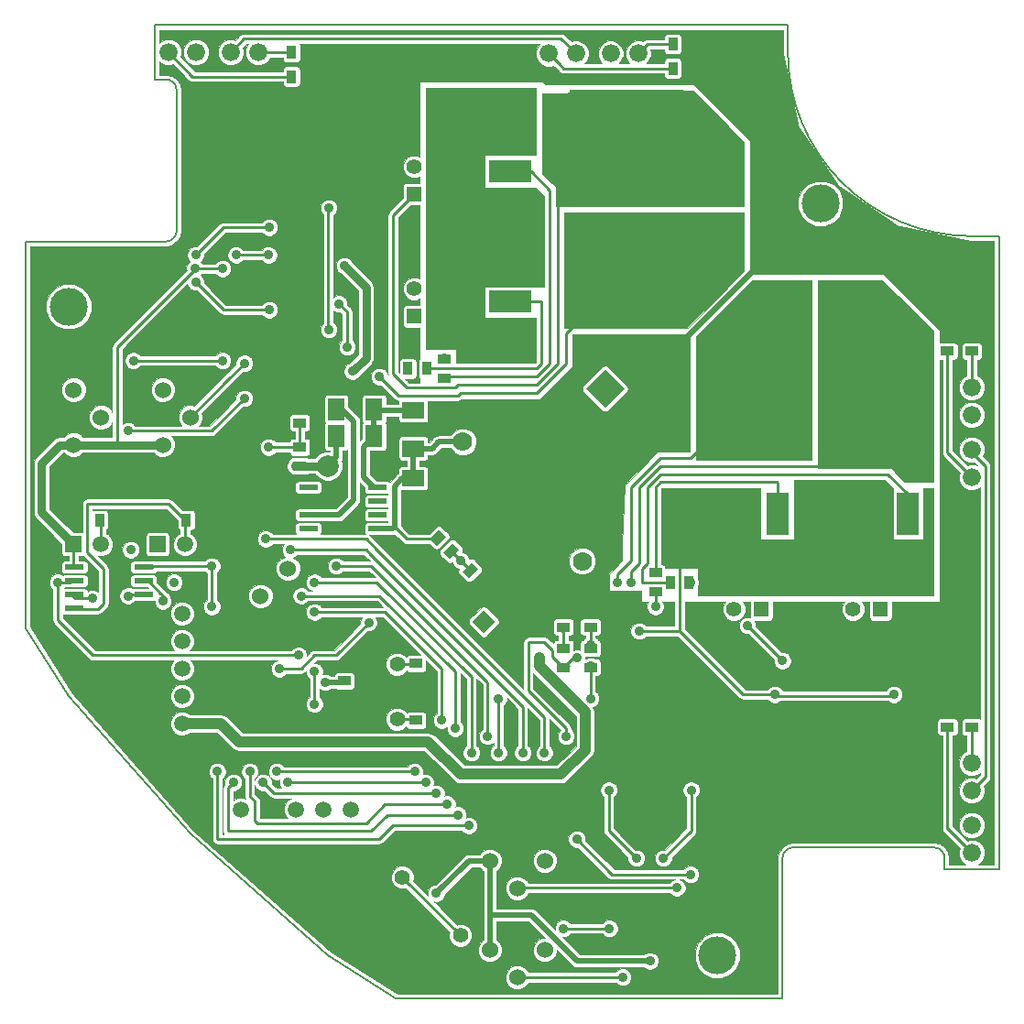
<source format=gbl>
G04 (created by PCBNEW (2013-06-18 BZR 4216)-testing) date 2014/10/24 19:56:51*
%MOIN*%
G04 Gerber Fmt 3.4, Leading zero omitted, Abs format*
%FSLAX34Y34*%
G01*
G70*
G90*
G04 APERTURE LIST*
%ADD10C,0.005906*%
%ADD11C,0.059055*%
%ADD12C,0.066000*%
%ADD13C,0.055000*%
%ADD14R,0.055000X0.055000*%
%ADD15R,0.080000X0.060000*%
%ADD16R,0.060000X0.080000*%
%ADD17C,0.078740*%
%ADD18R,0.078740X0.078740*%
%ADD19C,0.070000*%
%ADD20R,0.070000X0.070000*%
%ADD21R,0.059055X0.059055*%
%ADD22R,0.080000X0.160000*%
%ADD23R,0.160000X0.080000*%
%ADD24C,0.056000*%
%ADD25R,0.081890X0.157480*%
%ADD26R,0.393701X0.413386*%
%ADD27R,0.157480X0.081890*%
%ADD28R,0.413386X0.393701*%
%ADD29R,0.098400X0.098400*%
%ADD30R,0.856299X0.118110*%
%ADD31R,0.118110X0.856299*%
%ADD32C,0.060000*%
%ADD33R,0.047244X0.035433*%
%ADD34R,0.035433X0.047244*%
%ADD35R,0.068622X0.020000*%
%ADD36C,0.035000*%
%ADD37C,0.137795*%
%ADD38C,0.029528*%
%ADD39C,0.019685*%
%ADD40C,0.010000*%
%ADD41C,0.039370*%
%ADD42C,0.003937*%
G04 APERTURE END LIST*
G54D10*
X22047Y-44094D02*
X20472Y-41633D01*
X25196Y-27559D02*
X20472Y-27559D01*
X20472Y-27559D02*
X20472Y-41633D01*
X31496Y-53543D02*
X33956Y-55118D01*
X48031Y-55118D02*
X48031Y-50393D01*
X48031Y-55118D02*
X33956Y-55118D01*
X25196Y-21653D02*
X25590Y-21653D01*
X25196Y-21653D02*
X25196Y-19685D01*
X53937Y-50393D02*
X55905Y-50393D01*
X53543Y-49606D02*
X48425Y-49606D01*
X53937Y-50000D02*
G75*
G03X53543Y-49606I-393J0D01*
G74*
G01*
X53937Y-50393D02*
X53937Y-50000D01*
X48425Y-49606D02*
G75*
G03X48031Y-50000I0J-393D01*
G74*
G01*
X48031Y-50393D02*
X48031Y-50000D01*
X25984Y-27165D02*
X25984Y-22047D01*
X25590Y-27559D02*
G75*
G03X25984Y-27165I0J393D01*
G74*
G01*
X25984Y-22047D02*
G75*
G03X25590Y-21653I-393J0D01*
G74*
G01*
X25196Y-27559D02*
X25590Y-27559D01*
X48228Y-19685D02*
X25196Y-19685D01*
X55905Y-27362D02*
X55905Y-50393D01*
X48228Y-20669D02*
X48228Y-19685D01*
X54921Y-27362D02*
X55905Y-27362D01*
X48228Y-20669D02*
G75*
G03X54921Y-27362I6692J0D01*
G74*
G01*
X26476Y-49114D02*
X22047Y-44094D01*
X31496Y-53543D02*
X26476Y-49114D01*
G36*
X37582Y-41396D02*
X37164Y-41814D01*
X36746Y-41396D01*
X37164Y-40979D01*
X37582Y-41396D01*
X37582Y-41396D01*
G37*
G54D11*
X36457Y-40689D03*
G54D12*
X54921Y-36129D03*
X54921Y-35129D03*
G54D13*
X46271Y-40944D03*
G54D14*
X47271Y-40944D03*
G54D13*
X50602Y-40944D03*
G54D14*
X51602Y-40944D03*
G54D13*
X34625Y-24834D03*
G54D14*
X34625Y-25834D03*
G54D13*
X34625Y-29283D03*
G54D14*
X34625Y-30283D03*
G54D15*
X34596Y-36170D03*
X34596Y-37549D03*
G54D16*
X33169Y-33661D03*
X31790Y-33661D03*
G54D17*
X31480Y-35728D03*
G54D18*
X33480Y-35728D03*
G54D19*
X36401Y-34842D03*
G54D20*
X38401Y-34842D03*
G54D19*
X40748Y-39188D03*
G54D20*
X40748Y-37188D03*
G54D15*
X34596Y-35088D03*
X34596Y-33710D03*
G54D16*
X33169Y-34645D03*
X31790Y-34645D03*
G54D12*
X54921Y-33866D03*
X54921Y-32866D03*
X41773Y-20718D03*
X42773Y-20718D03*
X54921Y-47547D03*
X54921Y-46547D03*
X27944Y-20669D03*
X28944Y-20669D03*
G54D11*
X26181Y-41102D03*
X26181Y-42102D03*
X26181Y-43102D03*
X26181Y-44102D03*
X26181Y-45102D03*
G54D21*
X26181Y-46102D03*
G54D11*
X28314Y-48228D03*
G54D21*
X29314Y-48228D03*
G54D11*
X30314Y-48228D03*
X31314Y-48228D03*
X32314Y-48228D03*
G54D21*
X22236Y-38582D03*
G54D11*
X23236Y-38582D03*
G54D21*
X25287Y-38582D03*
G54D11*
X26287Y-38582D03*
G54D12*
X39509Y-20718D03*
X40509Y-20718D03*
X54921Y-49811D03*
X54921Y-48811D03*
X25681Y-20669D03*
X26681Y-20669D03*
G54D22*
X44013Y-37401D03*
X41813Y-37401D03*
G54D23*
X38188Y-31577D03*
X38188Y-33777D03*
G54D13*
X32779Y-52107D03*
X34193Y-50692D03*
X34900Y-54228D03*
X36315Y-52814D03*
G54D24*
X34005Y-42946D03*
X34005Y-44946D03*
G54D25*
X52574Y-37480D03*
G54D26*
X51574Y-33248D03*
G54D25*
X50574Y-37480D03*
X47850Y-37480D03*
G54D26*
X46850Y-33248D03*
G54D25*
X45850Y-37480D03*
G54D27*
X38110Y-25015D03*
G54D28*
X42342Y-24015D03*
G54D27*
X38110Y-23015D03*
X38110Y-29740D03*
G54D28*
X42342Y-28740D03*
G54D27*
X38110Y-27740D03*
G54D10*
G36*
X41978Y-34012D02*
X42673Y-33316D01*
X43369Y-34012D01*
X42673Y-34708D01*
X41978Y-34012D01*
X41978Y-34012D01*
G37*
G36*
X40882Y-32916D02*
X41577Y-32220D01*
X42273Y-32916D01*
X41577Y-33612D01*
X40882Y-32916D01*
X40882Y-32916D01*
G37*
G54D29*
X46062Y-25602D03*
X46062Y-27152D03*
X48437Y-29527D03*
X49987Y-29527D03*
G54D30*
X49212Y-39074D03*
G54D31*
X36515Y-26279D03*
G54D32*
X30035Y-39460D03*
X29035Y-40460D03*
X28035Y-39460D03*
X37385Y-50090D03*
X38385Y-51090D03*
X39385Y-50090D03*
X25484Y-34956D03*
X26484Y-33956D03*
X25484Y-32956D03*
X37385Y-53338D03*
X38385Y-54338D03*
X39385Y-53338D03*
X22236Y-34956D03*
X23236Y-33956D03*
X22236Y-32956D03*
G54D33*
X40059Y-41586D03*
X40059Y-40893D03*
X43405Y-39614D03*
X43405Y-40307D03*
G54D34*
X43944Y-39960D03*
X44637Y-39960D03*
G54D33*
X35728Y-32531D03*
X35728Y-31838D03*
G54D34*
X35090Y-32185D03*
X34397Y-32185D03*
G54D33*
X41043Y-41586D03*
X41043Y-40893D03*
X54921Y-31547D03*
X54921Y-30854D03*
G54D34*
X30165Y-21555D03*
X30858Y-21555D03*
X30165Y-20669D03*
X30858Y-20669D03*
G54D33*
X54035Y-45228D03*
X54035Y-44535D03*
X54921Y-45228D03*
X54921Y-44535D03*
G54D34*
X44043Y-21259D03*
X44736Y-21259D03*
X44043Y-20374D03*
X44736Y-20374D03*
X25637Y-37696D03*
X26330Y-37696D03*
X23177Y-37696D03*
X23870Y-37696D03*
G54D33*
X54035Y-31547D03*
X54035Y-30854D03*
X40059Y-43062D03*
X40059Y-42370D03*
X41043Y-43062D03*
X41043Y-42370D03*
G54D10*
G36*
X37446Y-39967D02*
X37112Y-40301D01*
X36862Y-40050D01*
X37196Y-39716D01*
X37446Y-39967D01*
X37446Y-39967D01*
G37*
G36*
X36956Y-39477D02*
X36622Y-39811D01*
X36372Y-39560D01*
X36706Y-39226D01*
X36956Y-39477D01*
X36956Y-39477D01*
G37*
G36*
X35191Y-38379D02*
X35525Y-38045D01*
X35775Y-38295D01*
X35441Y-38630D01*
X35191Y-38379D01*
X35191Y-38379D01*
G37*
G36*
X35681Y-38869D02*
X36015Y-38535D01*
X36265Y-38785D01*
X35931Y-39119D01*
X35681Y-38869D01*
X35681Y-38869D01*
G37*
G54D33*
X30462Y-35730D03*
X30462Y-35037D03*
X30462Y-34155D03*
X30462Y-33462D03*
X32086Y-43551D03*
X32086Y-44244D03*
X34694Y-43604D03*
X34694Y-42911D03*
X34694Y-44289D03*
X34694Y-44982D03*
G54D35*
X33297Y-38003D03*
X33297Y-37503D03*
X33297Y-37003D03*
X33297Y-36503D03*
X30777Y-36503D03*
X30777Y-37003D03*
X30777Y-37503D03*
X30777Y-38003D03*
X22263Y-39407D03*
X22263Y-39907D03*
X22263Y-40407D03*
X22263Y-40907D03*
X24783Y-40907D03*
X24783Y-40407D03*
X24783Y-39907D03*
X24783Y-39407D03*
G54D36*
X25885Y-39960D03*
G54D37*
X49409Y-26181D03*
X22047Y-29921D03*
X45669Y-53543D03*
G54D36*
X24311Y-38779D03*
X35433Y-51279D03*
X43208Y-53740D03*
X27657Y-28543D03*
X26651Y-28543D03*
X31397Y-43602D03*
X39173Y-42716D03*
X36318Y-39173D03*
X29724Y-43110D03*
X32972Y-41437D03*
X42814Y-41732D03*
X47757Y-44045D03*
X52088Y-44045D03*
X35236Y-31200D03*
X31525Y-26340D03*
X31525Y-30769D03*
X37696Y-46161D03*
X41043Y-44192D03*
X37696Y-44192D03*
X34645Y-46850D03*
X29625Y-46850D03*
X41043Y-43016D03*
X40157Y-45570D03*
X40551Y-42716D03*
X35039Y-47244D03*
X30019Y-47244D03*
X38385Y-52606D03*
X38385Y-49358D03*
X54429Y-40354D03*
X54429Y-40944D03*
X50885Y-43208D03*
X53051Y-41043D03*
X52657Y-41535D03*
X44980Y-41240D03*
X48720Y-41141D03*
X48720Y-41732D03*
X48720Y-42322D03*
X43503Y-42618D03*
X42716Y-42618D03*
X33070Y-25984D03*
X33070Y-26771D03*
X34448Y-28149D03*
X34448Y-27559D03*
X34448Y-26968D03*
X29035Y-26377D03*
X30610Y-25000D03*
X34350Y-23425D03*
X34350Y-22736D03*
X34645Y-21161D03*
X35236Y-21161D03*
X29724Y-32381D03*
X25688Y-30511D03*
X26181Y-30511D03*
X27066Y-30905D03*
X27952Y-31299D03*
X39960Y-47637D03*
X40748Y-47637D03*
X50098Y-46358D03*
X50098Y-46948D03*
X50098Y-47539D03*
X25393Y-41633D03*
X24783Y-41614D03*
X30118Y-31988D03*
X29330Y-32775D03*
X28641Y-24704D03*
X28051Y-24704D03*
X27460Y-24704D03*
X47342Y-28248D03*
X30216Y-28543D03*
X43208Y-45716D03*
X30807Y-33464D03*
X25688Y-37696D03*
X34596Y-37549D03*
X31840Y-36663D03*
X41043Y-40944D03*
X33169Y-43897D03*
X30314Y-35728D03*
X32381Y-32283D03*
X32086Y-28444D03*
X29330Y-35039D03*
X31003Y-44389D03*
X31003Y-43208D03*
X36122Y-45275D03*
X30511Y-40452D03*
X31003Y-39960D03*
X36712Y-46161D03*
X37303Y-45570D03*
X31791Y-39370D03*
X32185Y-31397D03*
X31889Y-29822D03*
X40551Y-49311D03*
X44685Y-50590D03*
X36220Y-48425D03*
X28051Y-47244D03*
X40059Y-52559D03*
X41732Y-52559D03*
X36614Y-48818D03*
X27460Y-46850D03*
X29232Y-38385D03*
X35826Y-48031D03*
X28641Y-46850D03*
X39370Y-46161D03*
X30118Y-38779D03*
X38582Y-46161D03*
X24409Y-31889D03*
X27657Y-31889D03*
X29133Y-47244D03*
X35433Y-47637D03*
X44192Y-51082D03*
X34397Y-32185D03*
X44708Y-47520D03*
X43700Y-50000D03*
X40059Y-41633D03*
X41043Y-42224D03*
X26673Y-29035D03*
X29351Y-30043D03*
X28444Y-31988D03*
X54035Y-45228D03*
X26673Y-28051D03*
X29351Y-27043D03*
X28444Y-33267D03*
X24212Y-34448D03*
X30165Y-21555D03*
X28149Y-28051D03*
X29330Y-28051D03*
X41708Y-47520D03*
X42716Y-50000D03*
X42224Y-54330D03*
X33366Y-32480D03*
X44685Y-39960D03*
X42519Y-39960D03*
X43405Y-40846D03*
X48031Y-42814D03*
X46751Y-41535D03*
X42027Y-39960D03*
X35728Y-31791D03*
X24212Y-40452D03*
X31003Y-41043D03*
X35629Y-44980D03*
X27263Y-39370D03*
X27263Y-40846D03*
X30413Y-42618D03*
X21653Y-39960D03*
X25492Y-40649D03*
X22933Y-40551D03*
G54D38*
X22220Y-32972D02*
X22236Y-32956D01*
G54D39*
X43208Y-53740D02*
X40551Y-53740D01*
X38877Y-52066D02*
X37385Y-52066D01*
X40551Y-53740D02*
X38877Y-52066D01*
X35433Y-51279D02*
X36515Y-50196D01*
X37377Y-50098D02*
X37385Y-50090D01*
X36614Y-50098D02*
X37377Y-50098D01*
X36515Y-50196D02*
X36614Y-50098D01*
X37385Y-53338D02*
X37385Y-52066D01*
X37385Y-52066D02*
X37385Y-50090D01*
X43200Y-53748D02*
X43208Y-53740D01*
G54D40*
X24015Y-31200D02*
X23818Y-31397D01*
X23818Y-31397D02*
X23818Y-34956D01*
X27657Y-28543D02*
X27559Y-28543D01*
X27362Y-28543D02*
X27559Y-28543D01*
X26673Y-28543D02*
X26651Y-28543D01*
X26651Y-28543D02*
X27362Y-28543D01*
X26673Y-28543D02*
X24015Y-31200D01*
G54D38*
X22236Y-34956D02*
X23818Y-34956D01*
X23818Y-34956D02*
X24015Y-34956D01*
X24015Y-34956D02*
X25484Y-34956D01*
X21062Y-37409D02*
X21062Y-35629D01*
X22236Y-38582D02*
X21062Y-37409D01*
X21736Y-34956D02*
X22236Y-34956D01*
X21062Y-35629D02*
X21736Y-34956D01*
G54D41*
X26181Y-45102D02*
X27582Y-45102D01*
X27582Y-45102D02*
X28248Y-45767D01*
G54D40*
X27944Y-20669D02*
X28437Y-20177D01*
X39968Y-20177D02*
X33464Y-20177D01*
X40509Y-20718D02*
X39968Y-20177D01*
X28437Y-20177D02*
X33464Y-20177D01*
G54D41*
X36318Y-46948D02*
X39960Y-46948D01*
X39960Y-46948D02*
X40846Y-46062D01*
X40846Y-46062D02*
X40846Y-44685D01*
X28248Y-45767D02*
X35137Y-45767D01*
X35137Y-45767D02*
X36318Y-46948D01*
G54D39*
X32086Y-43551D02*
X32035Y-43602D01*
X32035Y-43602D02*
X31397Y-43602D01*
G54D41*
X39173Y-43011D02*
X40846Y-44685D01*
X39173Y-43011D02*
X39173Y-42716D01*
G54D38*
X40846Y-44685D02*
X40846Y-44685D01*
G54D40*
X54921Y-47547D02*
X54921Y-47539D01*
X55413Y-47047D02*
X55413Y-36515D01*
X54921Y-47539D02*
X55413Y-47047D01*
X54921Y-35129D02*
X54921Y-35236D01*
X54921Y-35236D02*
X55413Y-35728D01*
X55413Y-35728D02*
X55413Y-36515D01*
X22236Y-38582D02*
X22236Y-39370D01*
X22236Y-39370D02*
X22273Y-39407D01*
G54D39*
X34596Y-35088D02*
X35285Y-35088D01*
X35531Y-34842D02*
X36401Y-34842D01*
X35285Y-35088D02*
X35531Y-34842D01*
G54D40*
X35483Y-38337D02*
X35435Y-38385D01*
X34350Y-38385D02*
X33907Y-37942D01*
X35435Y-38385D02*
X34350Y-38385D01*
G54D39*
X33287Y-38003D02*
X33846Y-38003D01*
X34203Y-36170D02*
X34596Y-36170D01*
X33907Y-36466D02*
X34203Y-36170D01*
X33907Y-37942D02*
X33907Y-36466D01*
X33846Y-38003D02*
X33907Y-37942D01*
X34596Y-36170D02*
X34596Y-35088D01*
G54D40*
X29724Y-43110D02*
X30511Y-43110D01*
X30511Y-43110D02*
X31003Y-42618D01*
X31003Y-42618D02*
X31791Y-42618D01*
X31791Y-42618D02*
X32972Y-41437D01*
X35973Y-38827D02*
X36318Y-39173D01*
X36318Y-39173D02*
X36664Y-39518D01*
X42814Y-41732D02*
X44291Y-41732D01*
X44291Y-40452D02*
X44291Y-41633D01*
X44291Y-41633D02*
X44291Y-41732D01*
X44291Y-41732D02*
X46604Y-44045D01*
X46604Y-44045D02*
X47757Y-44045D01*
X47757Y-44045D02*
X47807Y-44094D01*
X51771Y-44094D02*
X47807Y-44094D01*
X52039Y-44094D02*
X51771Y-44094D01*
X52088Y-44045D02*
X52039Y-44094D01*
X47757Y-44045D02*
X47391Y-44045D01*
X44291Y-37679D02*
X44013Y-37401D01*
X44291Y-40452D02*
X44291Y-37679D01*
X44013Y-37401D02*
X44192Y-37581D01*
X37517Y-30905D02*
X35236Y-31200D01*
X37517Y-30905D02*
X38188Y-31577D01*
X31525Y-30769D02*
X31496Y-30740D01*
X31496Y-26673D02*
X31496Y-30740D01*
X31496Y-26370D02*
X31496Y-26673D01*
X31496Y-26370D02*
X31525Y-26340D01*
X38110Y-27740D02*
X38090Y-27755D01*
X38090Y-27755D02*
X37696Y-28149D01*
X41043Y-43062D02*
X41043Y-44192D01*
X37696Y-44192D02*
X37696Y-46161D01*
X29625Y-46850D02*
X34645Y-46850D01*
X40157Y-45275D02*
X38779Y-43897D01*
X39370Y-42125D02*
X38779Y-42125D01*
X39665Y-42669D02*
X39665Y-42421D01*
X39665Y-42421D02*
X39370Y-42125D01*
X39665Y-42669D02*
X40059Y-43062D01*
X38779Y-42125D02*
X38779Y-43897D01*
X40157Y-45275D02*
X40157Y-45570D01*
X40551Y-42716D02*
X40405Y-42716D01*
X40405Y-42716D02*
X40059Y-43062D01*
X30019Y-47244D02*
X35039Y-47244D01*
X40059Y-43016D02*
X40251Y-43016D01*
G54D39*
X38385Y-52606D02*
X38385Y-52657D01*
X38385Y-49358D02*
X38385Y-47637D01*
G54D40*
X38188Y-33777D02*
X38188Y-34629D01*
X38188Y-34629D02*
X38401Y-34842D01*
X40748Y-37188D02*
X41600Y-37188D01*
X41600Y-37188D02*
X41813Y-37401D01*
X42673Y-34012D02*
X42673Y-35180D01*
X42673Y-35180D02*
X41813Y-36040D01*
X41813Y-36040D02*
X41813Y-37401D01*
X52854Y-42519D02*
X54429Y-40944D01*
X52657Y-42519D02*
X52854Y-42519D01*
X52657Y-42519D02*
X52460Y-42322D01*
X50787Y-43110D02*
X50885Y-43208D01*
X50787Y-42322D02*
X50787Y-43110D01*
X50787Y-42322D02*
X48720Y-42322D01*
X52460Y-42322D02*
X52460Y-41732D01*
X52460Y-41732D02*
X52657Y-41535D01*
X48720Y-42322D02*
X48720Y-43208D01*
X47047Y-43307D02*
X44980Y-41240D01*
X48622Y-43307D02*
X47047Y-43307D01*
X48720Y-43208D02*
X48622Y-43307D01*
X53051Y-44535D02*
X53051Y-42913D01*
X48720Y-41732D02*
X48720Y-41141D01*
X52460Y-42322D02*
X50787Y-42322D01*
X53051Y-42913D02*
X52657Y-42519D01*
X41929Y-42618D02*
X42716Y-42618D01*
X32480Y-25393D02*
X33070Y-25984D01*
X30858Y-25393D02*
X32480Y-25393D01*
X34448Y-26968D02*
X34448Y-27559D01*
X29133Y-24704D02*
X29133Y-26279D01*
X29133Y-26279D02*
X29035Y-26377D01*
X30858Y-25098D02*
X30708Y-25098D01*
X30708Y-25098D02*
X30610Y-25000D01*
X30858Y-20669D02*
X34744Y-20669D01*
X34350Y-21456D02*
X34350Y-22736D01*
X34645Y-21161D02*
X34350Y-21456D01*
X34744Y-20669D02*
X35236Y-21161D01*
X29724Y-32381D02*
X29724Y-32283D01*
X26673Y-30511D02*
X26181Y-30511D01*
X27066Y-30905D02*
X26673Y-30511D01*
X28740Y-31299D02*
X27952Y-31299D01*
X29724Y-32283D02*
X28740Y-31299D01*
G54D39*
X30807Y-24704D02*
X30858Y-24704D01*
G54D41*
X39960Y-47637D02*
X40748Y-47637D01*
X38385Y-47637D02*
X39960Y-47637D01*
X40748Y-47637D02*
X41929Y-46456D01*
X41929Y-46456D02*
X41929Y-44586D01*
G54D39*
X50098Y-44535D02*
X50098Y-46358D01*
X50098Y-46358D02*
X50098Y-46948D01*
X50098Y-46948D02*
X50098Y-47539D01*
X24783Y-40907D02*
X24783Y-41614D01*
X24803Y-41633D02*
X25393Y-41633D01*
X25393Y-41633D02*
X25590Y-41633D01*
X24783Y-41614D02*
X24803Y-41633D01*
X30858Y-24704D02*
X30807Y-24704D01*
X30807Y-24704D02*
X29133Y-24704D01*
X29133Y-24704D02*
X28641Y-24704D01*
X28641Y-24704D02*
X28051Y-24704D01*
X28051Y-24704D02*
X27460Y-24704D01*
G54D41*
X26811Y-46102D02*
X27401Y-46102D01*
X27401Y-46102D02*
X27657Y-46358D01*
X26181Y-46102D02*
X26811Y-46102D01*
G54D39*
X44736Y-21259D02*
X44736Y-21409D01*
X44736Y-21409D02*
X47342Y-24015D01*
G54D40*
X37893Y-47637D02*
X37992Y-47637D01*
G54D39*
X37154Y-40008D02*
X36473Y-40689D01*
X36473Y-40689D02*
X36457Y-40689D01*
G54D40*
X30216Y-28543D02*
X30858Y-28543D01*
G54D39*
X28937Y-33169D02*
X29330Y-32775D01*
X29330Y-32775D02*
X29724Y-32381D01*
X29724Y-32381D02*
X30118Y-31988D01*
X30118Y-31988D02*
X30858Y-31248D01*
X28937Y-37007D02*
X28937Y-33169D01*
X30858Y-31248D02*
X30858Y-28543D01*
X30858Y-28543D02*
X30858Y-25393D01*
X30858Y-25393D02*
X30858Y-25098D01*
X30858Y-25098D02*
X30858Y-24704D01*
X30858Y-24704D02*
X30858Y-21555D01*
G54D40*
X30858Y-20669D02*
X30858Y-21555D01*
G54D39*
X28035Y-39460D02*
X28051Y-39444D01*
X30655Y-37007D02*
X30659Y-37003D01*
X28937Y-37007D02*
X28051Y-37893D01*
X30655Y-37007D02*
X28937Y-37007D01*
X28051Y-39444D02*
X28051Y-37893D01*
G54D41*
X40748Y-37188D02*
X38574Y-39362D01*
G54D39*
X47342Y-24015D02*
X47342Y-28248D01*
G54D40*
X44736Y-21259D02*
X44736Y-20669D01*
X44736Y-20669D02*
X44736Y-20374D01*
G54D39*
X32779Y-52107D02*
X34900Y-54228D01*
X37154Y-40008D02*
X38187Y-38975D01*
X33169Y-43897D02*
X32822Y-44244D01*
X32822Y-44244D02*
X32086Y-44244D01*
G54D40*
X43208Y-45716D02*
X43208Y-44535D01*
G54D39*
X28035Y-39460D02*
X28051Y-39476D01*
X24773Y-40907D02*
X24864Y-40907D01*
X23823Y-40752D02*
X23978Y-40907D01*
X23978Y-40907D02*
X24773Y-40907D01*
X23823Y-37696D02*
X23823Y-40752D01*
X25684Y-37696D02*
X23823Y-37696D01*
X26476Y-41633D02*
X28051Y-41633D01*
X25590Y-41633D02*
X25885Y-41633D01*
G54D40*
X25885Y-41633D02*
X26476Y-41633D01*
G54D39*
X28051Y-39476D02*
X28051Y-41633D01*
G54D38*
X41929Y-44586D02*
X41980Y-44535D01*
X41980Y-44535D02*
X43208Y-44535D01*
X43208Y-44535D02*
X46259Y-44535D01*
X46259Y-44535D02*
X50098Y-44535D01*
X50098Y-44535D02*
X53051Y-44535D01*
X53051Y-44535D02*
X54035Y-44535D01*
G54D41*
X37893Y-47637D02*
X38385Y-47637D01*
X34842Y-46358D02*
X36122Y-47637D01*
X34842Y-46358D02*
X27657Y-46358D01*
X37696Y-47637D02*
X37992Y-47637D01*
X36122Y-47637D02*
X37696Y-47637D01*
X37992Y-47637D02*
X37893Y-47637D01*
X41929Y-44586D02*
X41929Y-43503D01*
X41929Y-41141D02*
X41681Y-40893D01*
X41681Y-40893D02*
X41043Y-40893D01*
X41929Y-43307D02*
X41929Y-42618D01*
X41929Y-42618D02*
X41929Y-41141D01*
X41929Y-43307D02*
X41929Y-43503D01*
G54D39*
X54035Y-30854D02*
X51429Y-28248D01*
X51377Y-28248D02*
X47342Y-28248D01*
X51429Y-28248D02*
X51377Y-28248D01*
G54D40*
X30462Y-33462D02*
X30464Y-33464D01*
X30464Y-33464D02*
X30807Y-33464D01*
G54D41*
X40059Y-40893D02*
X40059Y-40847D01*
X40059Y-40847D02*
X38574Y-39362D01*
X38574Y-39362D02*
X38187Y-38975D01*
X38187Y-38975D02*
X36761Y-37549D01*
G54D40*
X54035Y-30854D02*
X54921Y-30854D01*
X54035Y-44535D02*
X54921Y-44535D01*
G54D39*
X25688Y-37696D02*
X25637Y-37696D01*
X42673Y-34012D02*
X42673Y-32916D01*
X42673Y-32916D02*
X47342Y-28248D01*
G54D41*
X34596Y-37549D02*
X36761Y-37549D01*
X38401Y-35909D02*
X38401Y-34842D01*
X36761Y-37549D02*
X38401Y-35909D01*
G54D39*
X30787Y-37003D02*
X31500Y-37003D01*
X31500Y-37003D02*
X31840Y-36663D01*
G54D41*
X40059Y-40940D02*
X41043Y-40940D01*
X41043Y-40944D02*
X41043Y-40940D01*
G54D39*
X33169Y-43897D02*
X34694Y-43897D01*
X34694Y-44335D02*
X34694Y-43897D01*
X34694Y-43897D02*
X34694Y-43946D01*
X34694Y-43946D02*
X34694Y-43557D01*
G54D38*
X30314Y-35728D02*
X30460Y-35728D01*
X30462Y-35730D02*
X30460Y-35728D01*
X31480Y-35728D02*
X31478Y-35730D01*
X31478Y-35730D02*
X30462Y-35730D01*
G54D39*
X31435Y-35683D02*
X31480Y-35728D01*
G54D38*
X32381Y-32283D02*
X32874Y-31791D01*
X32874Y-31791D02*
X32874Y-29232D01*
X32874Y-29232D02*
X32086Y-28444D01*
G54D40*
X31435Y-35683D02*
X31480Y-35728D01*
G54D39*
X31790Y-34645D02*
X31790Y-35417D01*
X31790Y-35417D02*
X31480Y-35728D01*
G54D40*
X30460Y-35039D02*
X29330Y-35039D01*
X30462Y-35037D02*
X30460Y-35039D01*
X31003Y-44291D02*
X31003Y-44389D01*
X31003Y-43208D02*
X31003Y-44291D01*
X30462Y-35083D02*
X30462Y-34109D01*
X36122Y-45275D02*
X36122Y-43208D01*
X33366Y-40452D02*
X36122Y-43208D01*
X30511Y-40452D02*
X33366Y-40452D01*
X36712Y-43405D02*
X33267Y-39960D01*
X33267Y-39960D02*
X31594Y-39960D01*
X31594Y-39960D02*
X31003Y-39960D01*
X36712Y-43405D02*
X36712Y-46161D01*
X37303Y-43602D02*
X37303Y-45570D01*
X31791Y-39370D02*
X33070Y-39370D01*
X31889Y-29822D02*
X32185Y-30118D01*
X32185Y-30118D02*
X32185Y-31397D01*
X33070Y-39370D02*
X37303Y-43602D01*
X36220Y-48425D02*
X34153Y-48425D01*
X33661Y-48425D02*
X33070Y-49015D01*
X34153Y-48425D02*
X33661Y-48425D01*
X41830Y-50590D02*
X44685Y-50590D01*
X41830Y-50590D02*
X40551Y-49311D01*
X27854Y-49015D02*
X33070Y-49015D01*
X28051Y-47244D02*
X27854Y-47440D01*
X27854Y-48917D02*
X27854Y-49015D01*
X27854Y-47440D02*
X27854Y-48917D01*
X36614Y-48818D02*
X33858Y-48818D01*
X33858Y-48818D02*
X33366Y-49311D01*
X40059Y-52559D02*
X41732Y-52559D01*
X27460Y-46850D02*
X27460Y-49311D01*
X27460Y-49311D02*
X33366Y-49311D01*
X28838Y-48425D02*
X28838Y-48622D01*
X28937Y-48720D02*
X29232Y-48720D01*
X28838Y-48622D02*
X28937Y-48720D01*
X35826Y-48031D02*
X33759Y-48031D01*
X32874Y-38385D02*
X29232Y-38385D01*
X29232Y-48720D02*
X32874Y-48720D01*
X28838Y-47933D02*
X28838Y-48425D01*
X28641Y-47736D02*
X28838Y-47933D01*
X28641Y-46850D02*
X28641Y-47736D01*
X39370Y-44881D02*
X33267Y-38779D01*
X39370Y-46161D02*
X39370Y-44881D01*
X33267Y-38779D02*
X32874Y-38385D01*
X33759Y-48031D02*
X33562Y-48031D01*
X33562Y-48031D02*
X32874Y-48720D01*
X32874Y-38779D02*
X30118Y-38779D01*
X33021Y-38927D02*
X32874Y-38779D01*
X33021Y-38927D02*
X38582Y-44488D01*
X38582Y-46161D02*
X38582Y-44488D01*
X24409Y-31889D02*
X27657Y-31889D01*
X29133Y-47244D02*
X29527Y-47637D01*
X35433Y-47637D02*
X35236Y-47637D01*
X29527Y-47637D02*
X35236Y-47637D01*
X41633Y-51082D02*
X38393Y-51082D01*
X44192Y-51082D02*
X41633Y-51082D01*
X38393Y-51082D02*
X38385Y-51090D01*
X44043Y-20374D02*
X43307Y-20374D01*
X43118Y-20374D02*
X42773Y-20718D01*
X43307Y-20374D02*
X43118Y-20374D01*
X39907Y-21116D02*
X40051Y-21259D01*
X40051Y-21259D02*
X40157Y-21259D01*
X44043Y-21259D02*
X40157Y-21259D01*
X39907Y-21116D02*
X39509Y-20718D01*
G54D39*
X31790Y-33661D02*
X31988Y-33661D01*
X31885Y-37503D02*
X30787Y-37503D01*
X32431Y-36958D02*
X31885Y-37503D01*
X32431Y-34104D02*
X32431Y-36958D01*
X31988Y-33661D02*
X32431Y-34104D01*
G54D40*
X44708Y-48992D02*
X43700Y-50000D01*
X44708Y-48992D02*
X44708Y-47520D01*
X34005Y-44946D02*
X34683Y-44946D01*
X34683Y-44946D02*
X34694Y-44935D01*
X40059Y-41633D02*
X40059Y-41540D01*
X40059Y-41540D02*
X40059Y-42416D01*
X41043Y-42224D02*
X41043Y-42416D01*
X41043Y-42416D02*
X41043Y-41540D01*
X34005Y-42946D02*
X34683Y-42946D01*
X34683Y-42946D02*
X34694Y-42957D01*
X27681Y-30043D02*
X26673Y-29035D01*
X29351Y-30043D02*
X27681Y-30043D01*
X26484Y-33956D02*
X27858Y-32582D01*
X28444Y-31996D02*
X28444Y-31988D01*
X27858Y-32582D02*
X28444Y-31996D01*
X54035Y-45228D02*
X54035Y-48917D01*
X54035Y-48917D02*
X54921Y-49803D01*
X54921Y-49803D02*
X54921Y-49811D01*
X54035Y-48917D02*
X54035Y-48925D01*
X27681Y-27043D02*
X26673Y-28051D01*
X29351Y-27043D02*
X27681Y-27043D01*
X28944Y-20669D02*
X30165Y-20669D01*
X28444Y-33267D02*
X27263Y-34448D01*
X24212Y-34448D02*
X27263Y-34448D01*
G54D39*
X33415Y-36503D02*
X33157Y-36503D01*
X32775Y-35039D02*
X33169Y-34645D01*
X32775Y-36122D02*
X32775Y-35039D01*
X33157Y-36503D02*
X32775Y-36122D01*
X33169Y-34645D02*
X33169Y-33661D01*
X33169Y-33661D02*
X33218Y-33710D01*
X33218Y-33710D02*
X34596Y-33710D01*
G54D40*
X30165Y-21555D02*
X26574Y-21555D01*
X25681Y-20669D02*
X26566Y-21555D01*
X26574Y-21555D02*
X26566Y-21555D01*
X28149Y-28051D02*
X29330Y-28051D01*
X41708Y-48992D02*
X42716Y-50000D01*
X41708Y-48303D02*
X41708Y-48992D01*
X41708Y-48303D02*
X41708Y-47520D01*
X38385Y-54338D02*
X42216Y-54338D01*
X42216Y-54338D02*
X42224Y-54330D01*
X54921Y-45228D02*
X54921Y-46547D01*
X54035Y-31547D02*
X54035Y-35244D01*
X54035Y-35244D02*
X54921Y-36129D01*
X38976Y-33070D02*
X36318Y-33070D01*
X40157Y-30905D02*
X40157Y-31988D01*
X40157Y-30905D02*
X42322Y-28740D01*
X39074Y-33070D02*
X40157Y-31988D01*
X38976Y-33070D02*
X39074Y-33070D01*
X34055Y-33169D02*
X33366Y-32480D01*
X36220Y-33169D02*
X34055Y-33169D01*
X36318Y-33070D02*
X36220Y-33169D01*
X42342Y-28740D02*
X42322Y-28740D01*
X42342Y-28740D02*
X42322Y-28740D01*
X43602Y-36023D02*
X43110Y-36515D01*
X42913Y-39960D02*
X43892Y-39960D01*
X42913Y-39468D02*
X42913Y-39960D01*
X43110Y-39173D02*
X43110Y-39271D01*
X52574Y-37480D02*
X52574Y-36728D01*
X43110Y-36515D02*
X43110Y-39173D01*
X51870Y-36023D02*
X43602Y-36023D01*
X52574Y-36728D02*
X51870Y-36023D01*
X43110Y-39271D02*
X42913Y-39468D01*
X42913Y-39468D02*
X42908Y-39473D01*
X44685Y-39960D02*
X44637Y-39960D01*
X44492Y-39960D02*
X44685Y-39960D01*
X42814Y-36515D02*
X43602Y-35728D01*
X42814Y-39074D02*
X42814Y-39271D01*
X51574Y-33562D02*
X49409Y-35728D01*
X51574Y-33248D02*
X51574Y-33562D01*
X49409Y-35728D02*
X43602Y-35728D01*
X42814Y-36515D02*
X42814Y-38976D01*
X42814Y-38976D02*
X42814Y-39074D01*
X42519Y-39566D02*
X42519Y-39960D01*
X42814Y-39271D02*
X42519Y-39566D01*
X43405Y-36515D02*
X43602Y-36318D01*
X43405Y-39660D02*
X43405Y-39370D01*
X47850Y-36334D02*
X47834Y-36318D01*
X47850Y-36334D02*
X47850Y-37480D01*
X47834Y-36318D02*
X43602Y-36318D01*
X43405Y-39370D02*
X43405Y-36515D01*
X43405Y-40260D02*
X43405Y-40846D01*
X46751Y-41535D02*
X48031Y-42814D01*
X42519Y-36515D02*
X43602Y-35433D01*
X42519Y-39173D02*
X42027Y-39665D01*
X42027Y-39665D02*
X42027Y-39960D01*
X46850Y-33267D02*
X44685Y-35433D01*
X46850Y-33248D02*
X46850Y-33267D01*
X44685Y-35433D02*
X43602Y-35433D01*
X42519Y-36515D02*
X42519Y-38385D01*
X42519Y-38385D02*
X42519Y-39173D01*
X34251Y-32775D02*
X34350Y-32874D01*
X34251Y-32775D02*
X33858Y-32381D01*
X33858Y-32381D02*
X33858Y-26602D01*
X33858Y-26602D02*
X34625Y-25834D01*
X36220Y-32775D02*
X36122Y-32874D01*
X39074Y-32775D02*
X36220Y-32775D01*
X39862Y-26279D02*
X39862Y-31988D01*
X42342Y-24015D02*
X42125Y-24015D01*
X42125Y-24015D02*
X39862Y-26279D01*
X39074Y-32775D02*
X39862Y-31988D01*
X34547Y-32874D02*
X36122Y-32874D01*
X34350Y-32874D02*
X34547Y-32874D01*
X39074Y-32185D02*
X39271Y-31988D01*
X35240Y-32185D02*
X39074Y-32185D01*
X39255Y-29740D02*
X39271Y-29755D01*
X39271Y-29755D02*
X39271Y-31988D01*
X39255Y-29740D02*
X38110Y-29740D01*
X54921Y-31547D02*
X54921Y-32866D01*
X39074Y-32480D02*
X39566Y-31988D01*
X39074Y-32480D02*
X35733Y-32480D01*
X38893Y-25015D02*
X39566Y-25688D01*
X38110Y-25015D02*
X38893Y-25015D01*
X39566Y-25688D02*
X39566Y-31988D01*
X35733Y-32480D02*
X35728Y-32485D01*
X35728Y-31791D02*
X35728Y-31885D01*
X23326Y-40551D02*
X23326Y-39468D01*
X23326Y-39468D02*
X22933Y-39074D01*
X22736Y-38877D02*
X22933Y-39074D01*
X22736Y-37106D02*
X22736Y-38877D01*
X26287Y-37700D02*
X26287Y-38582D01*
X25693Y-37106D02*
X26287Y-37700D01*
X22736Y-37106D02*
X25693Y-37106D01*
X23129Y-40944D02*
X23326Y-40748D01*
X23326Y-40551D02*
X23326Y-40748D01*
X22183Y-40944D02*
X22145Y-40907D01*
X23129Y-40944D02*
X22183Y-40944D01*
X24257Y-40407D02*
X24773Y-40407D01*
X24212Y-40452D02*
X24257Y-40407D01*
X23223Y-37696D02*
X23223Y-38570D01*
X23223Y-38570D02*
X23236Y-38582D01*
X31496Y-41043D02*
X33562Y-41043D01*
X33562Y-41043D02*
X34645Y-42125D01*
X31496Y-41043D02*
X31003Y-41043D01*
X35629Y-43110D02*
X34645Y-42125D01*
X35629Y-44980D02*
X35629Y-43110D01*
X34193Y-50692D02*
X36315Y-52814D01*
X24901Y-39407D02*
X24938Y-39370D01*
X24938Y-39370D02*
X27263Y-39370D01*
X25135Y-39407D02*
X24901Y-39407D01*
X24840Y-39407D02*
X24773Y-39407D01*
X27263Y-39370D02*
X27263Y-40255D01*
X27263Y-40551D02*
X27263Y-40255D01*
X27263Y-40846D02*
X27263Y-40551D01*
X30118Y-42618D02*
X30413Y-42618D01*
X21653Y-39960D02*
X21653Y-41338D01*
X21948Y-41633D02*
X21948Y-41633D01*
X21948Y-41633D02*
X22933Y-42618D01*
X21948Y-41633D02*
X21653Y-41338D01*
X22933Y-42618D02*
X30118Y-42618D01*
X22092Y-39960D02*
X21653Y-39960D01*
X22092Y-39960D02*
X22145Y-39907D01*
X25393Y-40354D02*
X25590Y-40551D01*
X24773Y-39907D02*
X24946Y-39907D01*
X24946Y-39907D02*
X25393Y-40354D01*
X25590Y-40551D02*
X25492Y-40649D01*
X22933Y-40551D02*
X22289Y-40551D01*
X22289Y-40551D02*
X22145Y-40407D01*
G54D10*
G36*
X46633Y-28633D02*
X44578Y-30688D01*
X40078Y-30688D01*
X40078Y-26496D01*
X46633Y-26496D01*
X46633Y-28633D01*
X46633Y-28633D01*
G37*
G54D42*
X46633Y-28633D02*
X44578Y-30688D01*
X40078Y-30688D01*
X40078Y-26496D01*
X46633Y-26496D01*
X46633Y-28633D01*
G54D10*
G36*
X49094Y-35511D02*
X44901Y-35511D01*
X44901Y-31012D01*
X46956Y-28956D01*
X49094Y-28956D01*
X49094Y-35511D01*
X49094Y-35511D01*
G37*
G54D42*
X49094Y-35511D02*
X44901Y-35511D01*
X44901Y-31012D01*
X46956Y-28956D01*
X49094Y-28956D01*
X49094Y-35511D01*
G54D10*
G36*
X53523Y-36299D02*
X52468Y-36299D01*
X51976Y-35807D01*
X49330Y-35807D01*
X49330Y-28956D01*
X51665Y-28956D01*
X53523Y-30815D01*
X53523Y-36299D01*
X53523Y-36299D01*
G37*
G54D42*
X53523Y-36299D02*
X52468Y-36299D01*
X51976Y-35807D01*
X49330Y-35807D01*
X49330Y-28956D01*
X51665Y-28956D01*
X53523Y-30815D01*
X53523Y-36299D01*
G54D10*
G36*
X46633Y-26259D02*
X39783Y-26259D01*
X39783Y-25582D01*
X39291Y-25090D01*
X39291Y-22165D01*
X44775Y-22067D01*
X46633Y-23925D01*
X46633Y-26259D01*
X46633Y-26259D01*
G37*
G54D42*
X46633Y-26259D02*
X39783Y-26259D01*
X39783Y-25582D01*
X39291Y-25090D01*
X39291Y-22165D01*
X44775Y-22067D01*
X46633Y-23925D01*
X46633Y-26259D01*
G54D10*
G36*
X39350Y-29212D02*
X38925Y-29212D01*
X38921Y-29211D01*
X38873Y-29211D01*
X37299Y-29211D01*
X37295Y-29212D01*
X37185Y-29212D01*
X37185Y-30334D01*
X39055Y-30334D01*
X39055Y-31964D01*
X39051Y-31968D01*
X36141Y-31968D01*
X36141Y-31476D01*
X35059Y-31476D01*
X35059Y-21968D01*
X39055Y-21968D01*
X39055Y-24389D01*
X37185Y-24389D01*
X37185Y-25610D01*
X39066Y-25610D01*
X39350Y-25893D01*
X39350Y-29212D01*
X39350Y-29212D01*
G37*
G54D42*
X39350Y-29212D02*
X38925Y-29212D01*
X38921Y-29211D01*
X38873Y-29211D01*
X37299Y-29211D01*
X37295Y-29212D01*
X37185Y-29212D01*
X37185Y-30334D01*
X39055Y-30334D01*
X39055Y-31964D01*
X39051Y-31968D01*
X36141Y-31968D01*
X36141Y-31476D01*
X35059Y-31476D01*
X35059Y-21968D01*
X39055Y-21968D01*
X39055Y-24389D01*
X37185Y-24389D01*
X37185Y-25610D01*
X39066Y-25610D01*
X39350Y-25893D01*
X39350Y-29212D01*
G54D10*
G36*
X53523Y-40433D02*
X44960Y-40433D01*
X44960Y-40065D01*
X44979Y-40019D01*
X44979Y-39902D01*
X44960Y-39855D01*
X44960Y-39448D01*
X43761Y-39448D01*
X43761Y-39413D01*
X43743Y-39369D01*
X43709Y-39335D01*
X43665Y-39317D01*
X43622Y-39317D01*
X43622Y-36539D01*
X43625Y-36535D01*
X47224Y-36535D01*
X47224Y-38405D01*
X48444Y-38405D01*
X48444Y-36240D01*
X51763Y-36240D01*
X52047Y-36523D01*
X52047Y-36665D01*
X52045Y-36669D01*
X52045Y-36716D01*
X52045Y-38291D01*
X52047Y-38295D01*
X52047Y-38405D01*
X53169Y-38405D01*
X53169Y-36535D01*
X53523Y-36535D01*
X53523Y-40433D01*
X53523Y-40433D01*
G37*
G54D42*
X53523Y-40433D02*
X44960Y-40433D01*
X44960Y-40065D01*
X44979Y-40019D01*
X44979Y-39902D01*
X44960Y-39855D01*
X44960Y-39448D01*
X43761Y-39448D01*
X43761Y-39413D01*
X43743Y-39369D01*
X43709Y-39335D01*
X43665Y-39317D01*
X43622Y-39317D01*
X43622Y-36539D01*
X43625Y-36535D01*
X47224Y-36535D01*
X47224Y-38405D01*
X48444Y-38405D01*
X48444Y-36240D01*
X51763Y-36240D01*
X52047Y-36523D01*
X52047Y-36665D01*
X52045Y-36669D01*
X52045Y-36716D01*
X52045Y-38291D01*
X52047Y-38295D01*
X52047Y-38405D01*
X53169Y-38405D01*
X53169Y-36535D01*
X53523Y-36535D01*
X53523Y-40433D01*
G54D10*
G36*
X30155Y-47825D02*
X30069Y-47860D01*
X29948Y-47982D01*
X29881Y-48141D01*
X29881Y-48314D01*
X29947Y-48473D01*
X30006Y-48532D01*
X29232Y-48532D01*
X29026Y-48532D01*
X29026Y-48425D01*
X29026Y-47933D01*
X29012Y-47861D01*
X28971Y-47800D01*
X28829Y-47658D01*
X28829Y-47326D01*
X28868Y-47421D01*
X28956Y-47509D01*
X29071Y-47556D01*
X29181Y-47556D01*
X29394Y-47770D01*
X29455Y-47811D01*
X29527Y-47825D01*
X30155Y-47825D01*
X30155Y-47825D01*
G37*
G54D42*
X30155Y-47825D02*
X30069Y-47860D01*
X29948Y-47982D01*
X29881Y-48141D01*
X29881Y-48314D01*
X29947Y-48473D01*
X30006Y-48532D01*
X29232Y-48532D01*
X29026Y-48532D01*
X29026Y-48425D01*
X29026Y-47933D01*
X29012Y-47861D01*
X28971Y-47800D01*
X28829Y-47658D01*
X28829Y-47326D01*
X28868Y-47421D01*
X28956Y-47509D01*
X29071Y-47556D01*
X29181Y-47556D01*
X29394Y-47770D01*
X29455Y-47811D01*
X29527Y-47825D01*
X30155Y-47825D01*
G54D10*
G36*
X34822Y-32686D02*
X34547Y-32686D01*
X34428Y-32686D01*
X34384Y-32642D01*
X34301Y-32559D01*
X34602Y-32559D01*
X34652Y-32538D01*
X34691Y-32499D01*
X34712Y-32448D01*
X34712Y-32393D01*
X34712Y-31921D01*
X34691Y-31870D01*
X34652Y-31832D01*
X34602Y-31811D01*
X34547Y-31811D01*
X34193Y-31811D01*
X34142Y-31832D01*
X34103Y-31870D01*
X34082Y-31921D01*
X34082Y-31976D01*
X34082Y-32340D01*
X34046Y-32304D01*
X34046Y-26680D01*
X34478Y-26247D01*
X34822Y-26247D01*
X34822Y-28918D01*
X34708Y-28870D01*
X34544Y-28870D01*
X34392Y-28933D01*
X34276Y-29049D01*
X34213Y-29200D01*
X34213Y-29365D01*
X34275Y-29516D01*
X34391Y-29633D01*
X34543Y-29696D01*
X34707Y-29696D01*
X34822Y-29648D01*
X34822Y-29870D01*
X34323Y-29870D01*
X34272Y-29891D01*
X34234Y-29930D01*
X34213Y-29981D01*
X34213Y-30035D01*
X34213Y-30585D01*
X34234Y-30636D01*
X34272Y-30675D01*
X34323Y-30696D01*
X34378Y-30696D01*
X34822Y-30696D01*
X34822Y-31844D01*
X34796Y-31870D01*
X34775Y-31921D01*
X34775Y-31976D01*
X34775Y-32448D01*
X34796Y-32499D01*
X34822Y-32525D01*
X34822Y-32686D01*
X34822Y-32686D01*
G37*
G54D42*
X34822Y-32686D02*
X34547Y-32686D01*
X34428Y-32686D01*
X34384Y-32642D01*
X34301Y-32559D01*
X34602Y-32559D01*
X34652Y-32538D01*
X34691Y-32499D01*
X34712Y-32448D01*
X34712Y-32393D01*
X34712Y-31921D01*
X34691Y-31870D01*
X34652Y-31832D01*
X34602Y-31811D01*
X34547Y-31811D01*
X34193Y-31811D01*
X34142Y-31832D01*
X34103Y-31870D01*
X34082Y-31921D01*
X34082Y-31976D01*
X34082Y-32340D01*
X34046Y-32304D01*
X34046Y-26680D01*
X34478Y-26247D01*
X34822Y-26247D01*
X34822Y-28918D01*
X34708Y-28870D01*
X34544Y-28870D01*
X34392Y-28933D01*
X34276Y-29049D01*
X34213Y-29200D01*
X34213Y-29365D01*
X34275Y-29516D01*
X34391Y-29633D01*
X34543Y-29696D01*
X34707Y-29696D01*
X34822Y-29648D01*
X34822Y-29870D01*
X34323Y-29870D01*
X34272Y-29891D01*
X34234Y-29930D01*
X34213Y-29981D01*
X34213Y-30035D01*
X34213Y-30585D01*
X34234Y-30636D01*
X34272Y-30675D01*
X34323Y-30696D01*
X34378Y-30696D01*
X34822Y-30696D01*
X34822Y-31844D01*
X34796Y-31870D01*
X34775Y-31921D01*
X34775Y-31976D01*
X34775Y-32448D01*
X34796Y-32499D01*
X34822Y-32525D01*
X34822Y-32686D01*
G54D10*
G36*
X55738Y-50226D02*
X55601Y-50226D01*
X55601Y-47047D01*
X55601Y-36515D01*
X55601Y-35728D01*
X55586Y-35656D01*
X55546Y-35595D01*
X55325Y-35375D01*
X55388Y-35223D01*
X55389Y-35037D01*
X55389Y-33773D01*
X55389Y-32773D01*
X55318Y-32601D01*
X55186Y-32469D01*
X55109Y-32437D01*
X55109Y-31862D01*
X55184Y-31862D01*
X55235Y-31841D01*
X55274Y-31802D01*
X55295Y-31751D01*
X55295Y-31697D01*
X55295Y-31342D01*
X55274Y-31292D01*
X55235Y-31253D01*
X55184Y-31232D01*
X55130Y-31232D01*
X54657Y-31232D01*
X54606Y-31253D01*
X54568Y-31292D01*
X54547Y-31342D01*
X54547Y-31397D01*
X54547Y-31751D01*
X54568Y-31802D01*
X54606Y-31841D01*
X54657Y-31862D01*
X54712Y-31862D01*
X54733Y-31862D01*
X54733Y-32437D01*
X54656Y-32469D01*
X54524Y-32600D01*
X54453Y-32772D01*
X54453Y-32958D01*
X54524Y-33130D01*
X54655Y-33262D01*
X54827Y-33333D01*
X55013Y-33334D01*
X55185Y-33262D01*
X55317Y-33131D01*
X55388Y-32959D01*
X55389Y-32773D01*
X55389Y-33773D01*
X55318Y-33601D01*
X55186Y-33469D01*
X55014Y-33398D01*
X54828Y-33398D01*
X54656Y-33469D01*
X54524Y-33600D01*
X54453Y-33772D01*
X54453Y-33958D01*
X54524Y-34130D01*
X54655Y-34262D01*
X54827Y-34333D01*
X55013Y-34334D01*
X55185Y-34262D01*
X55317Y-34131D01*
X55388Y-33959D01*
X55389Y-33773D01*
X55389Y-35037D01*
X55318Y-34865D01*
X55186Y-34733D01*
X55014Y-34662D01*
X54828Y-34662D01*
X54656Y-34733D01*
X54524Y-34864D01*
X54453Y-35036D01*
X54453Y-35222D01*
X54524Y-35394D01*
X54655Y-35526D01*
X54827Y-35597D01*
X55013Y-35597D01*
X55016Y-35596D01*
X55129Y-35709D01*
X55014Y-35662D01*
X54828Y-35662D01*
X54751Y-35694D01*
X54223Y-35166D01*
X54223Y-31862D01*
X54299Y-31862D01*
X54349Y-31841D01*
X54388Y-31802D01*
X54409Y-31751D01*
X54409Y-31697D01*
X54409Y-31342D01*
X54388Y-31292D01*
X54349Y-31253D01*
X54299Y-31232D01*
X54244Y-31232D01*
X53771Y-31232D01*
X53759Y-31237D01*
X53759Y-30798D01*
X51681Y-28720D01*
X50236Y-28720D01*
X50236Y-26017D01*
X50110Y-25713D01*
X49878Y-25480D01*
X49574Y-25354D01*
X49245Y-25354D01*
X48941Y-25479D01*
X48708Y-25712D01*
X48582Y-26015D01*
X48582Y-26344D01*
X48708Y-26648D01*
X48940Y-26881D01*
X49244Y-27007D01*
X49573Y-27008D01*
X49877Y-26882D01*
X50109Y-26650D01*
X50236Y-26346D01*
X50236Y-26017D01*
X50236Y-28720D01*
X46870Y-28720D01*
X46870Y-23909D01*
X44791Y-21830D01*
X44358Y-21830D01*
X44358Y-21523D01*
X44358Y-21468D01*
X44358Y-20996D01*
X44337Y-20945D01*
X44298Y-20906D01*
X44247Y-20885D01*
X44193Y-20885D01*
X43838Y-20885D01*
X43788Y-20906D01*
X43749Y-20945D01*
X43728Y-20996D01*
X43728Y-21051D01*
X43728Y-21072D01*
X43081Y-21072D01*
X43169Y-20983D01*
X43241Y-20811D01*
X43241Y-20625D01*
X43215Y-20561D01*
X43307Y-20561D01*
X43728Y-20561D01*
X43728Y-20637D01*
X43749Y-20688D01*
X43788Y-20727D01*
X43838Y-20748D01*
X43893Y-20748D01*
X44247Y-20748D01*
X44298Y-20727D01*
X44337Y-20688D01*
X44358Y-20637D01*
X44358Y-20582D01*
X44358Y-20110D01*
X44337Y-20059D01*
X44298Y-20020D01*
X44247Y-20000D01*
X44193Y-20000D01*
X43838Y-20000D01*
X43788Y-20020D01*
X43749Y-20059D01*
X43728Y-20110D01*
X43728Y-20165D01*
X43728Y-20186D01*
X43307Y-20186D01*
X43118Y-20186D01*
X43046Y-20200D01*
X42985Y-20241D01*
X42943Y-20282D01*
X42867Y-20250D01*
X42680Y-20250D01*
X42508Y-20321D01*
X42377Y-20453D01*
X42305Y-20625D01*
X42305Y-20811D01*
X42376Y-20983D01*
X42465Y-21072D01*
X42081Y-21072D01*
X42169Y-20983D01*
X42241Y-20811D01*
X42241Y-20625D01*
X42170Y-20453D01*
X42038Y-20322D01*
X41867Y-20250D01*
X41680Y-20250D01*
X41508Y-20321D01*
X41377Y-20453D01*
X41305Y-20625D01*
X41305Y-20811D01*
X41376Y-20983D01*
X41465Y-21072D01*
X40817Y-21072D01*
X40906Y-20983D01*
X40977Y-20811D01*
X40977Y-20625D01*
X40906Y-20453D01*
X40775Y-20322D01*
X40603Y-20250D01*
X40417Y-20250D01*
X40339Y-20282D01*
X40101Y-20044D01*
X40040Y-20003D01*
X39968Y-19989D01*
X33464Y-19989D01*
X28437Y-19989D01*
X28365Y-20003D01*
X28304Y-20044D01*
X28115Y-20233D01*
X28038Y-20201D01*
X27852Y-20201D01*
X27680Y-20272D01*
X27548Y-20403D01*
X27477Y-20575D01*
X27477Y-20761D01*
X27548Y-20933D01*
X27679Y-21065D01*
X27851Y-21137D01*
X28037Y-21137D01*
X28209Y-21066D01*
X28341Y-20934D01*
X28412Y-20762D01*
X28412Y-20576D01*
X28380Y-20499D01*
X28514Y-20364D01*
X28587Y-20364D01*
X28548Y-20403D01*
X28477Y-20575D01*
X28477Y-20761D01*
X28548Y-20933D01*
X28679Y-21065D01*
X28851Y-21137D01*
X29037Y-21137D01*
X29209Y-21066D01*
X29341Y-20934D01*
X29373Y-20857D01*
X29850Y-20857D01*
X29850Y-20932D01*
X29871Y-20983D01*
X29910Y-21022D01*
X29960Y-21043D01*
X30015Y-21043D01*
X30369Y-21043D01*
X30420Y-21022D01*
X30459Y-20983D01*
X30480Y-20932D01*
X30480Y-20878D01*
X30480Y-20405D01*
X30463Y-20364D01*
X33464Y-20364D01*
X39201Y-20364D01*
X39113Y-20453D01*
X39042Y-20625D01*
X39041Y-20811D01*
X39113Y-20983D01*
X39244Y-21114D01*
X39416Y-21186D01*
X39602Y-21186D01*
X39680Y-21154D01*
X39774Y-21248D01*
X39918Y-21392D01*
X39979Y-21433D01*
X40051Y-21447D01*
X40157Y-21447D01*
X43728Y-21447D01*
X43728Y-21523D01*
X43749Y-21574D01*
X43788Y-21612D01*
X43838Y-21633D01*
X43893Y-21633D01*
X44247Y-21633D01*
X44298Y-21612D01*
X44337Y-21574D01*
X44358Y-21523D01*
X44358Y-21830D01*
X39378Y-21830D01*
X39279Y-21732D01*
X34822Y-21732D01*
X34822Y-24469D01*
X34708Y-24421D01*
X34544Y-24421D01*
X34392Y-24484D01*
X34276Y-24600D01*
X34213Y-24752D01*
X34213Y-24916D01*
X34275Y-25068D01*
X34391Y-25184D01*
X34543Y-25247D01*
X34707Y-25247D01*
X34822Y-25199D01*
X34822Y-25421D01*
X34323Y-25421D01*
X34272Y-25442D01*
X34234Y-25481D01*
X34213Y-25532D01*
X34213Y-25587D01*
X34213Y-25981D01*
X33725Y-26469D01*
X33684Y-26530D01*
X33670Y-26602D01*
X33670Y-32381D01*
X33676Y-32412D01*
X33631Y-32303D01*
X33543Y-32215D01*
X33428Y-32167D01*
X33304Y-32167D01*
X33189Y-32214D01*
X33159Y-32244D01*
X33159Y-31791D01*
X33159Y-29232D01*
X33137Y-29123D01*
X33137Y-29123D01*
X33117Y-29092D01*
X33075Y-29030D01*
X33075Y-29030D01*
X32379Y-28333D01*
X32351Y-28267D01*
X32264Y-28179D01*
X32149Y-28132D01*
X32024Y-28132D01*
X31909Y-28179D01*
X31821Y-28267D01*
X31773Y-28382D01*
X31773Y-28506D01*
X31821Y-28621D01*
X31909Y-28709D01*
X31975Y-28737D01*
X32588Y-29350D01*
X32588Y-31673D01*
X32497Y-31763D01*
X32497Y-31335D01*
X32450Y-31220D01*
X32372Y-31143D01*
X32372Y-30118D01*
X32358Y-30046D01*
X32317Y-29985D01*
X32202Y-29870D01*
X32202Y-29760D01*
X32155Y-29645D01*
X32067Y-29557D01*
X31952Y-29510D01*
X31827Y-29509D01*
X31712Y-29557D01*
X31683Y-29586D01*
X31683Y-26673D01*
X31683Y-26613D01*
X31702Y-26605D01*
X31790Y-26517D01*
X31838Y-26403D01*
X31838Y-26278D01*
X31790Y-26163D01*
X31703Y-26075D01*
X31588Y-26027D01*
X31463Y-26027D01*
X31348Y-26075D01*
X31260Y-26163D01*
X31212Y-26278D01*
X31212Y-26402D01*
X31260Y-26517D01*
X31308Y-26565D01*
X31308Y-26673D01*
X31308Y-30544D01*
X31260Y-30592D01*
X31212Y-30707D01*
X31212Y-30831D01*
X31260Y-30946D01*
X31348Y-31034D01*
X31463Y-31082D01*
X31587Y-31082D01*
X31702Y-31035D01*
X31790Y-30947D01*
X31838Y-30832D01*
X31838Y-30707D01*
X31790Y-30592D01*
X31703Y-30504D01*
X31683Y-30496D01*
X31683Y-30059D01*
X31712Y-30087D01*
X31827Y-30135D01*
X31937Y-30135D01*
X31997Y-30195D01*
X31997Y-31143D01*
X31920Y-31220D01*
X31872Y-31335D01*
X31872Y-31459D01*
X31919Y-31574D01*
X32007Y-31662D01*
X32122Y-31710D01*
X32246Y-31710D01*
X32361Y-31662D01*
X32450Y-31575D01*
X32497Y-31460D01*
X32497Y-31335D01*
X32497Y-31763D01*
X32270Y-31990D01*
X32204Y-32018D01*
X32116Y-32106D01*
X32069Y-32220D01*
X32069Y-32345D01*
X32116Y-32460D01*
X32204Y-32548D01*
X32319Y-32596D01*
X32443Y-32596D01*
X32558Y-32548D01*
X32646Y-32460D01*
X32674Y-32394D01*
X33075Y-31993D01*
X33137Y-31900D01*
X33137Y-31900D01*
X33141Y-31882D01*
X33159Y-31791D01*
X33159Y-31791D01*
X33159Y-32244D01*
X33101Y-32302D01*
X33053Y-32417D01*
X33053Y-32542D01*
X33100Y-32657D01*
X33188Y-32745D01*
X33303Y-32793D01*
X33413Y-32793D01*
X33922Y-33302D01*
X33983Y-33342D01*
X34055Y-33357D01*
X34069Y-33357D01*
X34058Y-33382D01*
X34058Y-33437D01*
X34058Y-33474D01*
X33607Y-33474D01*
X33607Y-33234D01*
X33586Y-33183D01*
X33547Y-33144D01*
X33497Y-33123D01*
X33442Y-33123D01*
X32842Y-33123D01*
X32791Y-33144D01*
X32752Y-33183D01*
X32731Y-33234D01*
X32731Y-33288D01*
X32731Y-34088D01*
X32752Y-34139D01*
X32766Y-34153D01*
X32752Y-34167D01*
X32731Y-34218D01*
X32731Y-34273D01*
X32731Y-34749D01*
X32667Y-34813D01*
X32667Y-34104D01*
X32649Y-34013D01*
X32598Y-33937D01*
X32228Y-33567D01*
X32228Y-33234D01*
X32207Y-33183D01*
X32168Y-33144D01*
X32118Y-33123D01*
X32063Y-33123D01*
X31463Y-33123D01*
X31412Y-33144D01*
X31374Y-33183D01*
X31353Y-33234D01*
X31353Y-33288D01*
X31353Y-34088D01*
X31374Y-34139D01*
X31388Y-34153D01*
X31374Y-34167D01*
X31353Y-34218D01*
X31353Y-34273D01*
X31353Y-35073D01*
X31374Y-35123D01*
X31412Y-35162D01*
X31463Y-35183D01*
X31518Y-35183D01*
X31554Y-35183D01*
X31554Y-35196D01*
X31375Y-35196D01*
X31179Y-35277D01*
X31029Y-35426D01*
X31022Y-35444D01*
X30836Y-35444D01*
X30836Y-35241D01*
X30836Y-35187D01*
X30836Y-34832D01*
X30815Y-34782D01*
X30776Y-34743D01*
X30726Y-34722D01*
X30671Y-34722D01*
X30650Y-34722D01*
X30650Y-34470D01*
X30726Y-34470D01*
X30776Y-34449D01*
X30815Y-34410D01*
X30836Y-34360D01*
X30836Y-34305D01*
X30836Y-33950D01*
X30815Y-33900D01*
X30776Y-33861D01*
X30726Y-33840D01*
X30671Y-33840D01*
X30198Y-33840D01*
X30148Y-33861D01*
X30109Y-33900D01*
X30088Y-33950D01*
X30088Y-34005D01*
X30088Y-34360D01*
X30109Y-34410D01*
X30148Y-34449D01*
X30198Y-34470D01*
X30253Y-34470D01*
X30274Y-34470D01*
X30274Y-34722D01*
X30198Y-34722D01*
X30148Y-34743D01*
X30109Y-34782D01*
X30088Y-34832D01*
X30088Y-34851D01*
X29585Y-34851D01*
X29508Y-34774D01*
X29393Y-34726D01*
X29268Y-34726D01*
X29153Y-34774D01*
X29065Y-34861D01*
X29017Y-34976D01*
X29017Y-35101D01*
X29065Y-35216D01*
X29153Y-35304D01*
X29268Y-35352D01*
X29392Y-35352D01*
X29507Y-35304D01*
X29585Y-35227D01*
X30088Y-35227D01*
X30088Y-35241D01*
X30109Y-35292D01*
X30148Y-35331D01*
X30198Y-35352D01*
X30253Y-35352D01*
X30726Y-35352D01*
X30776Y-35331D01*
X30815Y-35292D01*
X30836Y-35241D01*
X30836Y-35444D01*
X30785Y-35444D01*
X30776Y-35436D01*
X30726Y-35415D01*
X30671Y-35415D01*
X30198Y-35415D01*
X30148Y-35436D01*
X30109Y-35475D01*
X30098Y-35502D01*
X30049Y-35550D01*
X30002Y-35665D01*
X30002Y-35790D01*
X30049Y-35905D01*
X30095Y-35951D01*
X30109Y-35985D01*
X30148Y-36024D01*
X30198Y-36045D01*
X30253Y-36045D01*
X30726Y-36045D01*
X30776Y-36024D01*
X30785Y-36015D01*
X31023Y-36015D01*
X31029Y-36029D01*
X31178Y-36178D01*
X31374Y-36259D01*
X31585Y-36259D01*
X31780Y-36179D01*
X31930Y-36029D01*
X32011Y-35834D01*
X32011Y-35623D01*
X31981Y-35549D01*
X32009Y-35508D01*
X32027Y-35417D01*
X32027Y-35183D01*
X32118Y-35183D01*
X32168Y-35162D01*
X32194Y-35136D01*
X32194Y-36860D01*
X31787Y-37267D01*
X31258Y-37267D01*
X31258Y-36631D01*
X31258Y-36576D01*
X31258Y-36376D01*
X31237Y-36325D01*
X31198Y-36287D01*
X31148Y-36266D01*
X31093Y-36266D01*
X30407Y-36266D01*
X30356Y-36287D01*
X30317Y-36325D01*
X30296Y-36376D01*
X30296Y-36431D01*
X30296Y-36631D01*
X30317Y-36681D01*
X30356Y-36720D01*
X30407Y-36741D01*
X30461Y-36741D01*
X31148Y-36741D01*
X31198Y-36720D01*
X31237Y-36681D01*
X31258Y-36631D01*
X31258Y-37267D01*
X31151Y-37267D01*
X31148Y-37266D01*
X31093Y-37266D01*
X30407Y-37266D01*
X30356Y-37287D01*
X30317Y-37325D01*
X30296Y-37376D01*
X30296Y-37431D01*
X30296Y-37631D01*
X30317Y-37681D01*
X30356Y-37720D01*
X30407Y-37741D01*
X30461Y-37741D01*
X31148Y-37741D01*
X31151Y-37740D01*
X31885Y-37740D01*
X31976Y-37722D01*
X32052Y-37670D01*
X32598Y-37125D01*
X32649Y-37049D01*
X32667Y-36958D01*
X32667Y-36347D01*
X32816Y-36496D01*
X32816Y-36631D01*
X32837Y-36681D01*
X32876Y-36720D01*
X32926Y-36741D01*
X32981Y-36741D01*
X33667Y-36741D01*
X33671Y-36740D01*
X33671Y-36767D01*
X33667Y-36766D01*
X33612Y-36766D01*
X32926Y-36766D01*
X32876Y-36787D01*
X32837Y-36825D01*
X32816Y-36876D01*
X32816Y-36931D01*
X32816Y-37131D01*
X32837Y-37181D01*
X32876Y-37220D01*
X32926Y-37241D01*
X32981Y-37241D01*
X33667Y-37241D01*
X33671Y-37240D01*
X33671Y-37267D01*
X33667Y-37266D01*
X33612Y-37266D01*
X32926Y-37266D01*
X32876Y-37287D01*
X32837Y-37325D01*
X32816Y-37376D01*
X32816Y-37431D01*
X32816Y-37631D01*
X32837Y-37681D01*
X32876Y-37720D01*
X32926Y-37741D01*
X32981Y-37741D01*
X33667Y-37741D01*
X33671Y-37740D01*
X33671Y-37767D01*
X33667Y-37766D01*
X33612Y-37766D01*
X32926Y-37766D01*
X32876Y-37787D01*
X32837Y-37825D01*
X32816Y-37876D01*
X32816Y-37931D01*
X32816Y-38131D01*
X32837Y-38181D01*
X32853Y-38198D01*
X31221Y-38198D01*
X31237Y-38181D01*
X31258Y-38131D01*
X31258Y-38076D01*
X31258Y-37876D01*
X31237Y-37825D01*
X31198Y-37787D01*
X31148Y-37766D01*
X31093Y-37766D01*
X30407Y-37766D01*
X30356Y-37787D01*
X30317Y-37825D01*
X30296Y-37876D01*
X30296Y-37931D01*
X30296Y-38131D01*
X30317Y-38181D01*
X30333Y-38198D01*
X29486Y-38198D01*
X29409Y-38120D01*
X29294Y-38073D01*
X29170Y-38072D01*
X29055Y-38120D01*
X28967Y-38208D01*
X28919Y-38323D01*
X28919Y-38447D01*
X28966Y-38562D01*
X29054Y-38650D01*
X29169Y-38698D01*
X29294Y-38698D01*
X29409Y-38651D01*
X29486Y-38573D01*
X29881Y-38573D01*
X29853Y-38602D01*
X29805Y-38717D01*
X29805Y-38841D01*
X29852Y-38956D01*
X29927Y-39031D01*
X29787Y-39089D01*
X29664Y-39212D01*
X29597Y-39373D01*
X29597Y-39547D01*
X29664Y-39708D01*
X29787Y-39831D01*
X29947Y-39898D01*
X30122Y-39898D01*
X30283Y-39831D01*
X30406Y-39708D01*
X30473Y-39548D01*
X30473Y-39373D01*
X30406Y-39212D01*
X30283Y-39089D01*
X30235Y-39069D01*
X30295Y-39044D01*
X30372Y-38967D01*
X32796Y-38967D01*
X32888Y-39059D01*
X33011Y-39182D01*
X32045Y-39182D01*
X31968Y-39105D01*
X31853Y-39057D01*
X31729Y-39057D01*
X31614Y-39104D01*
X31526Y-39192D01*
X31478Y-39307D01*
X31478Y-39432D01*
X31526Y-39547D01*
X31613Y-39635D01*
X31728Y-39682D01*
X31853Y-39682D01*
X31968Y-39635D01*
X32045Y-39557D01*
X32993Y-39557D01*
X33208Y-39772D01*
X31594Y-39772D01*
X31258Y-39772D01*
X31181Y-39695D01*
X31066Y-39647D01*
X30941Y-39647D01*
X30826Y-39695D01*
X30738Y-39783D01*
X30691Y-39898D01*
X30691Y-40022D01*
X30738Y-40137D01*
X30826Y-40225D01*
X30921Y-40264D01*
X30766Y-40264D01*
X30689Y-40187D01*
X30574Y-40140D01*
X30449Y-40139D01*
X30334Y-40187D01*
X30246Y-40275D01*
X30199Y-40390D01*
X30198Y-40514D01*
X30246Y-40629D01*
X30334Y-40717D01*
X30449Y-40765D01*
X30573Y-40765D01*
X30688Y-40718D01*
X30766Y-40640D01*
X33288Y-40640D01*
X33503Y-40855D01*
X31496Y-40855D01*
X31258Y-40855D01*
X31181Y-40778D01*
X31066Y-40730D01*
X30941Y-40730D01*
X30826Y-40777D01*
X30738Y-40865D01*
X30691Y-40980D01*
X30691Y-41105D01*
X30738Y-41220D01*
X30826Y-41308D01*
X30941Y-41356D01*
X31065Y-41356D01*
X31180Y-41308D01*
X31258Y-41231D01*
X31496Y-41231D01*
X32735Y-41231D01*
X32707Y-41259D01*
X32659Y-41374D01*
X32659Y-41484D01*
X31713Y-42430D01*
X31003Y-42430D01*
X30932Y-42444D01*
X30871Y-42485D01*
X30726Y-42630D01*
X30726Y-42556D01*
X30678Y-42441D01*
X30590Y-42353D01*
X30475Y-42305D01*
X30351Y-42305D01*
X30236Y-42352D01*
X30158Y-42430D01*
X30118Y-42430D01*
X29473Y-42430D01*
X29473Y-40373D01*
X29406Y-40212D01*
X29283Y-40089D01*
X29122Y-40022D01*
X28948Y-40022D01*
X28787Y-40089D01*
X28664Y-40212D01*
X28597Y-40373D01*
X28597Y-40547D01*
X28664Y-40708D01*
X28787Y-40831D01*
X28947Y-40898D01*
X29122Y-40898D01*
X29283Y-40831D01*
X29406Y-40708D01*
X29473Y-40548D01*
X29473Y-40373D01*
X29473Y-42430D01*
X27576Y-42430D01*
X27576Y-40784D01*
X27529Y-40669D01*
X27451Y-40591D01*
X27451Y-40551D01*
X27451Y-40255D01*
X27451Y-39624D01*
X27528Y-39547D01*
X27576Y-39432D01*
X27576Y-39308D01*
X27529Y-39193D01*
X27441Y-39105D01*
X27326Y-39057D01*
X27201Y-39057D01*
X27086Y-39104D01*
X27009Y-39182D01*
X25720Y-39182D01*
X25720Y-38905D01*
X25720Y-38850D01*
X25720Y-38259D01*
X25699Y-38209D01*
X25660Y-38170D01*
X25610Y-38149D01*
X25555Y-38149D01*
X24964Y-38149D01*
X24914Y-38170D01*
X24875Y-38209D01*
X24854Y-38259D01*
X24854Y-38314D01*
X24854Y-38905D01*
X24875Y-38956D01*
X24914Y-38994D01*
X24964Y-39015D01*
X25019Y-39015D01*
X25610Y-39015D01*
X25660Y-38994D01*
X25699Y-38956D01*
X25720Y-38905D01*
X25720Y-39182D01*
X25184Y-39182D01*
X25153Y-39169D01*
X25099Y-39169D01*
X24623Y-39169D01*
X24623Y-38717D01*
X24576Y-38602D01*
X24488Y-38514D01*
X24373Y-38466D01*
X24249Y-38466D01*
X24134Y-38514D01*
X24046Y-38602D01*
X23998Y-38717D01*
X23998Y-38841D01*
X24045Y-38956D01*
X24133Y-39044D01*
X24248Y-39092D01*
X24372Y-39092D01*
X24487Y-39044D01*
X24576Y-38956D01*
X24623Y-38842D01*
X24623Y-38717D01*
X24623Y-39169D01*
X24412Y-39169D01*
X24362Y-39190D01*
X24323Y-39229D01*
X24302Y-39280D01*
X24302Y-39334D01*
X24302Y-39534D01*
X24323Y-39585D01*
X24362Y-39624D01*
X24412Y-39645D01*
X24467Y-39645D01*
X25153Y-39645D01*
X25204Y-39624D01*
X25243Y-39585D01*
X25254Y-39557D01*
X27009Y-39557D01*
X27075Y-39624D01*
X27075Y-40255D01*
X27075Y-40551D01*
X27075Y-40591D01*
X26998Y-40669D01*
X26951Y-40783D01*
X26950Y-40908D01*
X26998Y-41023D01*
X27086Y-41111D01*
X27201Y-41159D01*
X27325Y-41159D01*
X27440Y-41111D01*
X27528Y-41023D01*
X27576Y-40908D01*
X27576Y-40784D01*
X27576Y-42430D01*
X26465Y-42430D01*
X26548Y-42347D01*
X26614Y-42188D01*
X26614Y-42016D01*
X26614Y-41016D01*
X26548Y-40857D01*
X26426Y-40735D01*
X26267Y-40669D01*
X26198Y-40669D01*
X26198Y-39898D01*
X26151Y-39783D01*
X26063Y-39695D01*
X25948Y-39647D01*
X25823Y-39647D01*
X25708Y-39695D01*
X25620Y-39783D01*
X25573Y-39898D01*
X25572Y-40022D01*
X25620Y-40137D01*
X25708Y-40225D01*
X25823Y-40273D01*
X25947Y-40273D01*
X26062Y-40225D01*
X26150Y-40138D01*
X26198Y-40023D01*
X26198Y-39898D01*
X26198Y-40669D01*
X26095Y-40669D01*
X25936Y-40735D01*
X25814Y-40856D01*
X25804Y-40878D01*
X25804Y-40587D01*
X25767Y-40497D01*
X25764Y-40479D01*
X25723Y-40418D01*
X25526Y-40221D01*
X25264Y-39959D01*
X25264Y-39780D01*
X25243Y-39729D01*
X25204Y-39690D01*
X25153Y-39669D01*
X25099Y-39669D01*
X24412Y-39669D01*
X24362Y-39690D01*
X24323Y-39729D01*
X24302Y-39780D01*
X24302Y-39834D01*
X24302Y-40034D01*
X24323Y-40085D01*
X24362Y-40124D01*
X24412Y-40145D01*
X24467Y-40145D01*
X24919Y-40145D01*
X24943Y-40169D01*
X24412Y-40169D01*
X24379Y-40183D01*
X24275Y-40140D01*
X24150Y-40139D01*
X24035Y-40187D01*
X23947Y-40275D01*
X23899Y-40390D01*
X23899Y-40514D01*
X23947Y-40629D01*
X24035Y-40717D01*
X24150Y-40765D01*
X24274Y-40765D01*
X24389Y-40718D01*
X24462Y-40645D01*
X24467Y-40645D01*
X25153Y-40645D01*
X25179Y-40634D01*
X25179Y-40711D01*
X25226Y-40826D01*
X25314Y-40914D01*
X25429Y-40962D01*
X25554Y-40962D01*
X25669Y-40914D01*
X25757Y-40827D01*
X25804Y-40712D01*
X25804Y-40587D01*
X25804Y-40878D01*
X25748Y-41015D01*
X25747Y-41188D01*
X25813Y-41347D01*
X25935Y-41469D01*
X26094Y-41535D01*
X26266Y-41535D01*
X26426Y-41469D01*
X26548Y-41347D01*
X26614Y-41188D01*
X26614Y-41016D01*
X26614Y-42016D01*
X26548Y-41857D01*
X26426Y-41735D01*
X26267Y-41669D01*
X26095Y-41669D01*
X25936Y-41735D01*
X25814Y-41856D01*
X25748Y-42015D01*
X25747Y-42188D01*
X25813Y-42347D01*
X25896Y-42430D01*
X23010Y-42430D01*
X22081Y-41501D01*
X21841Y-41260D01*
X21841Y-41123D01*
X21842Y-41124D01*
X21893Y-41145D01*
X21948Y-41145D01*
X22634Y-41145D01*
X22664Y-41132D01*
X23129Y-41132D01*
X23201Y-41118D01*
X23262Y-41077D01*
X23459Y-40880D01*
X23500Y-40819D01*
X23514Y-40748D01*
X23514Y-40551D01*
X23514Y-39468D01*
X23500Y-39396D01*
X23459Y-39335D01*
X23132Y-39008D01*
X23149Y-39015D01*
X23321Y-39015D01*
X23481Y-38950D01*
X23603Y-38828D01*
X23669Y-38669D01*
X23669Y-38496D01*
X23603Y-38337D01*
X23481Y-38215D01*
X23411Y-38186D01*
X23411Y-38058D01*
X23432Y-38049D01*
X23471Y-38011D01*
X23492Y-37960D01*
X23492Y-37905D01*
X23492Y-37433D01*
X23471Y-37382D01*
X23432Y-37343D01*
X23381Y-37322D01*
X23326Y-37322D01*
X22972Y-37322D01*
X22924Y-37342D01*
X22924Y-37294D01*
X25615Y-37294D01*
X26015Y-37693D01*
X26015Y-37960D01*
X26036Y-38011D01*
X26075Y-38049D01*
X26099Y-38059D01*
X26099Y-38191D01*
X26042Y-38215D01*
X25920Y-38337D01*
X25854Y-38496D01*
X25854Y-38668D01*
X25920Y-38827D01*
X26041Y-38949D01*
X26200Y-39015D01*
X26373Y-39015D01*
X26532Y-38950D01*
X26654Y-38828D01*
X26720Y-38669D01*
X26720Y-38496D01*
X26654Y-38337D01*
X26533Y-38215D01*
X26475Y-38191D01*
X26475Y-38070D01*
X26535Y-38070D01*
X26585Y-38049D01*
X26624Y-38011D01*
X26645Y-37960D01*
X26645Y-37905D01*
X26645Y-37433D01*
X26624Y-37382D01*
X26585Y-37343D01*
X26535Y-37322D01*
X26480Y-37322D01*
X26175Y-37322D01*
X25826Y-36973D01*
X25765Y-36932D01*
X25693Y-36918D01*
X22736Y-36918D01*
X22664Y-36932D01*
X22603Y-36973D01*
X22562Y-37034D01*
X22548Y-37106D01*
X22548Y-38149D01*
X22504Y-38149D01*
X22206Y-38149D01*
X21348Y-37291D01*
X21348Y-35748D01*
X21854Y-35242D01*
X21902Y-35242D01*
X21987Y-35327D01*
X22148Y-35394D01*
X22322Y-35394D01*
X22483Y-35328D01*
X22569Y-35242D01*
X23818Y-35242D01*
X24015Y-35242D01*
X25150Y-35242D01*
X25235Y-35327D01*
X25396Y-35394D01*
X25570Y-35394D01*
X25731Y-35328D01*
X25855Y-35205D01*
X25921Y-35044D01*
X25922Y-34869D01*
X25855Y-34709D01*
X25783Y-34636D01*
X27263Y-34636D01*
X27335Y-34622D01*
X27396Y-34581D01*
X28397Y-33580D01*
X28506Y-33580D01*
X28621Y-33533D01*
X28709Y-33445D01*
X28757Y-33330D01*
X28757Y-33205D01*
X28710Y-33090D01*
X28622Y-33002D01*
X28507Y-32954D01*
X28382Y-32954D01*
X28267Y-33002D01*
X28179Y-33090D01*
X28132Y-33205D01*
X28132Y-33314D01*
X27185Y-34261D01*
X26799Y-34261D01*
X26855Y-34205D01*
X26921Y-34044D01*
X26922Y-33869D01*
X26897Y-33809D01*
X27991Y-32715D01*
X28405Y-32300D01*
X28506Y-32301D01*
X28621Y-32253D01*
X28709Y-32165D01*
X28757Y-32050D01*
X28757Y-31926D01*
X28710Y-31811D01*
X28622Y-31723D01*
X28507Y-31675D01*
X28382Y-31675D01*
X28267Y-31722D01*
X28179Y-31810D01*
X28132Y-31925D01*
X28132Y-32043D01*
X27970Y-32205D01*
X27970Y-31827D01*
X27922Y-31712D01*
X27834Y-31624D01*
X27719Y-31577D01*
X27595Y-31576D01*
X27480Y-31624D01*
X27402Y-31701D01*
X24663Y-31701D01*
X24586Y-31624D01*
X24471Y-31577D01*
X24347Y-31576D01*
X24232Y-31624D01*
X24144Y-31712D01*
X24096Y-31827D01*
X24096Y-31951D01*
X24144Y-32066D01*
X24232Y-32154D01*
X24346Y-32202D01*
X24471Y-32202D01*
X24586Y-32155D01*
X24664Y-32077D01*
X27402Y-32077D01*
X27480Y-32154D01*
X27594Y-32202D01*
X27719Y-32202D01*
X27834Y-32155D01*
X27922Y-32067D01*
X27970Y-31952D01*
X27970Y-31827D01*
X27970Y-32205D01*
X27725Y-32449D01*
X26631Y-33543D01*
X26571Y-33518D01*
X26397Y-33518D01*
X26236Y-33585D01*
X26113Y-33708D01*
X26046Y-33869D01*
X26046Y-34043D01*
X26112Y-34204D01*
X26169Y-34261D01*
X25922Y-34261D01*
X25922Y-32869D01*
X25855Y-32709D01*
X25732Y-32585D01*
X25571Y-32518D01*
X25397Y-32518D01*
X25236Y-32585D01*
X25113Y-32708D01*
X25046Y-32869D01*
X25046Y-33043D01*
X25112Y-33204D01*
X25235Y-33327D01*
X25396Y-33394D01*
X25570Y-33394D01*
X25731Y-33328D01*
X25855Y-33205D01*
X25921Y-33044D01*
X25922Y-32869D01*
X25922Y-34261D01*
X24467Y-34261D01*
X24390Y-34183D01*
X24275Y-34136D01*
X24150Y-34135D01*
X24035Y-34183D01*
X24006Y-34212D01*
X24006Y-31475D01*
X24148Y-31333D01*
X26367Y-29114D01*
X26407Y-29212D01*
X26495Y-29300D01*
X26610Y-29348D01*
X26720Y-29348D01*
X27548Y-30176D01*
X27609Y-30216D01*
X27681Y-30231D01*
X29096Y-30231D01*
X29173Y-30308D01*
X29288Y-30356D01*
X29413Y-30356D01*
X29528Y-30308D01*
X29616Y-30220D01*
X29663Y-30105D01*
X29664Y-29981D01*
X29643Y-29931D01*
X29643Y-27989D01*
X29596Y-27874D01*
X29508Y-27786D01*
X29393Y-27738D01*
X29268Y-27738D01*
X29153Y-27785D01*
X29076Y-27863D01*
X28404Y-27863D01*
X28327Y-27786D01*
X28212Y-27738D01*
X28087Y-27738D01*
X27972Y-27785D01*
X27884Y-27873D01*
X27836Y-27988D01*
X27836Y-28113D01*
X27884Y-28228D01*
X27972Y-28316D01*
X28087Y-28363D01*
X28211Y-28364D01*
X28326Y-28316D01*
X28404Y-28238D01*
X29076Y-28238D01*
X29153Y-28316D01*
X29268Y-28363D01*
X29392Y-28364D01*
X29507Y-28316D01*
X29595Y-28228D01*
X29643Y-28113D01*
X29643Y-27989D01*
X29643Y-29931D01*
X29616Y-29866D01*
X29528Y-29778D01*
X29413Y-29730D01*
X29289Y-29730D01*
X29174Y-29777D01*
X29096Y-29855D01*
X27758Y-29855D01*
X26985Y-29082D01*
X26986Y-28973D01*
X26938Y-28858D01*
X26858Y-28778D01*
X26905Y-28731D01*
X27362Y-28731D01*
X27402Y-28731D01*
X27480Y-28808D01*
X27594Y-28856D01*
X27719Y-28856D01*
X27834Y-28808D01*
X27922Y-28720D01*
X27970Y-28605D01*
X27970Y-28481D01*
X27922Y-28366D01*
X27834Y-28278D01*
X27719Y-28230D01*
X27595Y-28230D01*
X27480Y-28277D01*
X27402Y-28355D01*
X27362Y-28355D01*
X26905Y-28355D01*
X26858Y-28308D01*
X26938Y-28228D01*
X26985Y-28113D01*
X26986Y-28003D01*
X27758Y-27231D01*
X29096Y-27231D01*
X29173Y-27308D01*
X29288Y-27356D01*
X29413Y-27356D01*
X29528Y-27308D01*
X29616Y-27220D01*
X29663Y-27105D01*
X29664Y-26981D01*
X29616Y-26866D01*
X29528Y-26778D01*
X29413Y-26730D01*
X29289Y-26730D01*
X29174Y-26777D01*
X29096Y-26855D01*
X27681Y-26855D01*
X27609Y-26869D01*
X27548Y-26910D01*
X26720Y-27738D01*
X26611Y-27738D01*
X26496Y-27785D01*
X26408Y-27873D01*
X26360Y-27988D01*
X26360Y-28113D01*
X26407Y-28228D01*
X26465Y-28286D01*
X26386Y-28365D01*
X26338Y-28480D01*
X26338Y-28605D01*
X26340Y-28610D01*
X23882Y-31067D01*
X23686Y-31264D01*
X23645Y-31325D01*
X23631Y-31397D01*
X23631Y-33765D01*
X23607Y-33709D01*
X23484Y-33585D01*
X23323Y-33518D01*
X23149Y-33518D01*
X22988Y-33585D01*
X22874Y-33699D01*
X22874Y-29757D01*
X22748Y-29453D01*
X22516Y-29220D01*
X22212Y-29094D01*
X21883Y-29094D01*
X21579Y-29219D01*
X21346Y-29452D01*
X21220Y-29756D01*
X21220Y-30084D01*
X21345Y-30388D01*
X21578Y-30621D01*
X21882Y-30747D01*
X22210Y-30748D01*
X22514Y-30622D01*
X22747Y-30390D01*
X22873Y-30086D01*
X22874Y-29757D01*
X22874Y-33699D01*
X22865Y-33708D01*
X22798Y-33869D01*
X22798Y-34043D01*
X22864Y-34204D01*
X22987Y-34327D01*
X23148Y-34394D01*
X23322Y-34394D01*
X23483Y-34328D01*
X23607Y-34205D01*
X23631Y-34147D01*
X23631Y-34671D01*
X22674Y-34671D01*
X22674Y-32869D01*
X22607Y-32709D01*
X22484Y-32585D01*
X22323Y-32518D01*
X22149Y-32518D01*
X21988Y-32585D01*
X21865Y-32708D01*
X21798Y-32869D01*
X21798Y-33043D01*
X21864Y-33204D01*
X21987Y-33327D01*
X22148Y-33394D01*
X22322Y-33394D01*
X22483Y-33328D01*
X22607Y-33205D01*
X22673Y-33044D01*
X22674Y-32869D01*
X22674Y-34671D01*
X22569Y-34671D01*
X22484Y-34585D01*
X22323Y-34518D01*
X22149Y-34518D01*
X21988Y-34585D01*
X21902Y-34671D01*
X21736Y-34671D01*
X21626Y-34692D01*
X21596Y-34713D01*
X21534Y-34754D01*
X20861Y-35428D01*
X20799Y-35520D01*
X20795Y-35538D01*
X20777Y-35629D01*
X20777Y-37409D01*
X20795Y-37500D01*
X20799Y-37518D01*
X20861Y-37611D01*
X21803Y-38553D01*
X21803Y-38905D01*
X21824Y-38956D01*
X21862Y-38994D01*
X21913Y-39015D01*
X21968Y-39015D01*
X22048Y-39015D01*
X22048Y-39169D01*
X21893Y-39169D01*
X21842Y-39190D01*
X21803Y-39229D01*
X21782Y-39280D01*
X21782Y-39334D01*
X21782Y-39534D01*
X21803Y-39585D01*
X21842Y-39624D01*
X21893Y-39645D01*
X21948Y-39645D01*
X22634Y-39645D01*
X22684Y-39624D01*
X22723Y-39585D01*
X22744Y-39534D01*
X22744Y-39480D01*
X22744Y-39280D01*
X22723Y-39229D01*
X22684Y-39190D01*
X22634Y-39169D01*
X22579Y-39169D01*
X22424Y-39169D01*
X22424Y-39015D01*
X22558Y-39015D01*
X22596Y-39000D01*
X22603Y-39010D01*
X22800Y-39207D01*
X23138Y-39546D01*
X23138Y-40314D01*
X23110Y-40286D01*
X22995Y-40238D01*
X22871Y-40238D01*
X22756Y-40285D01*
X22744Y-40297D01*
X22744Y-40280D01*
X22723Y-40229D01*
X22684Y-40190D01*
X22634Y-40169D01*
X22579Y-40169D01*
X21893Y-40169D01*
X21882Y-40174D01*
X21908Y-40148D01*
X22092Y-40148D01*
X22108Y-40145D01*
X22634Y-40145D01*
X22684Y-40124D01*
X22723Y-40085D01*
X22744Y-40034D01*
X22744Y-39980D01*
X22744Y-39780D01*
X22723Y-39729D01*
X22684Y-39690D01*
X22634Y-39669D01*
X22579Y-39669D01*
X21893Y-39669D01*
X21842Y-39690D01*
X21834Y-39698D01*
X21830Y-39695D01*
X21716Y-39647D01*
X21591Y-39647D01*
X21476Y-39695D01*
X21388Y-39783D01*
X21340Y-39898D01*
X21340Y-40022D01*
X21388Y-40137D01*
X21465Y-40215D01*
X21465Y-41338D01*
X21480Y-41410D01*
X21520Y-41471D01*
X21816Y-41766D01*
X22800Y-42750D01*
X22861Y-42791D01*
X22933Y-42805D01*
X25865Y-42805D01*
X25814Y-42856D01*
X25748Y-43015D01*
X25747Y-43188D01*
X25813Y-43347D01*
X25935Y-43469D01*
X26094Y-43535D01*
X26266Y-43535D01*
X26426Y-43469D01*
X26548Y-43347D01*
X26614Y-43188D01*
X26614Y-43016D01*
X26548Y-42857D01*
X26497Y-42805D01*
X29641Y-42805D01*
X29547Y-42844D01*
X29459Y-42932D01*
X29411Y-43047D01*
X29411Y-43172D01*
X29459Y-43287D01*
X29546Y-43375D01*
X29661Y-43422D01*
X29786Y-43423D01*
X29901Y-43375D01*
X29979Y-43298D01*
X30511Y-43298D01*
X30583Y-43283D01*
X30644Y-43243D01*
X30691Y-43196D01*
X30691Y-43270D01*
X30738Y-43385D01*
X30816Y-43463D01*
X30816Y-44135D01*
X30738Y-44212D01*
X30691Y-44327D01*
X30691Y-44451D01*
X30738Y-44566D01*
X30826Y-44654D01*
X30941Y-44702D01*
X31065Y-44702D01*
X31180Y-44655D01*
X31268Y-44567D01*
X31316Y-44452D01*
X31316Y-44327D01*
X31269Y-44212D01*
X31191Y-44135D01*
X31191Y-43838D01*
X31220Y-43867D01*
X31335Y-43915D01*
X31459Y-43915D01*
X31574Y-43867D01*
X31603Y-43838D01*
X31765Y-43838D01*
X31772Y-43845D01*
X31822Y-43866D01*
X31877Y-43866D01*
X32350Y-43866D01*
X32400Y-43845D01*
X32439Y-43806D01*
X32460Y-43755D01*
X32460Y-43700D01*
X32460Y-43346D01*
X32439Y-43295D01*
X32400Y-43257D01*
X32350Y-43236D01*
X32295Y-43236D01*
X31822Y-43236D01*
X31772Y-43257D01*
X31733Y-43295D01*
X31712Y-43346D01*
X31712Y-43366D01*
X31603Y-43366D01*
X31575Y-43337D01*
X31460Y-43289D01*
X31335Y-43289D01*
X31303Y-43302D01*
X31316Y-43271D01*
X31316Y-43146D01*
X31269Y-43031D01*
X31181Y-42943D01*
X31066Y-42895D01*
X30991Y-42895D01*
X31081Y-42805D01*
X31791Y-42805D01*
X31863Y-42791D01*
X31924Y-42750D01*
X32925Y-41749D01*
X33034Y-41749D01*
X33149Y-41702D01*
X33237Y-41614D01*
X33285Y-41499D01*
X33285Y-41375D01*
X33237Y-41260D01*
X33208Y-41231D01*
X33485Y-41231D01*
X34512Y-42258D01*
X34850Y-42596D01*
X34431Y-42596D01*
X34380Y-42617D01*
X34341Y-42656D01*
X34331Y-42681D01*
X34242Y-42592D01*
X34089Y-42529D01*
X33923Y-42528D01*
X33769Y-42592D01*
X33651Y-42709D01*
X33588Y-42863D01*
X33588Y-43029D01*
X33651Y-43183D01*
X33768Y-43300D01*
X33922Y-43364D01*
X34088Y-43364D01*
X34242Y-43301D01*
X34359Y-43184D01*
X34380Y-43205D01*
X34431Y-43226D01*
X34486Y-43226D01*
X34958Y-43226D01*
X35009Y-43205D01*
X35047Y-43166D01*
X35068Y-43115D01*
X35068Y-43061D01*
X35068Y-42814D01*
X35442Y-43188D01*
X35442Y-44725D01*
X35364Y-44802D01*
X35317Y-44917D01*
X35317Y-45042D01*
X35364Y-45157D01*
X35452Y-45245D01*
X35567Y-45293D01*
X35691Y-45293D01*
X35806Y-45245D01*
X35809Y-45243D01*
X35809Y-45337D01*
X35856Y-45452D01*
X35944Y-45540D01*
X36059Y-45588D01*
X36183Y-45588D01*
X36299Y-45540D01*
X36387Y-45453D01*
X36434Y-45338D01*
X36434Y-45213D01*
X36387Y-45098D01*
X36309Y-45020D01*
X36309Y-43268D01*
X36524Y-43483D01*
X36524Y-45906D01*
X36447Y-45984D01*
X36399Y-46098D01*
X36399Y-46223D01*
X36447Y-46338D01*
X36535Y-46426D01*
X36650Y-46474D01*
X36774Y-46474D01*
X36889Y-46426D01*
X36977Y-46338D01*
X37025Y-46223D01*
X37025Y-46099D01*
X36977Y-45984D01*
X36900Y-45906D01*
X36900Y-43465D01*
X37115Y-43680D01*
X37115Y-45316D01*
X37038Y-45393D01*
X36990Y-45508D01*
X36990Y-45632D01*
X37037Y-45747D01*
X37125Y-45835D01*
X37240Y-45883D01*
X37365Y-45883D01*
X37480Y-45836D01*
X37509Y-45807D01*
X37509Y-45906D01*
X37431Y-45984D01*
X37384Y-46098D01*
X37384Y-46223D01*
X37431Y-46338D01*
X37519Y-46426D01*
X37634Y-46474D01*
X37758Y-46474D01*
X37873Y-46426D01*
X37961Y-46338D01*
X38009Y-46223D01*
X38009Y-46099D01*
X37962Y-45984D01*
X37884Y-45906D01*
X37884Y-44447D01*
X37961Y-44370D01*
X38009Y-44255D01*
X38009Y-44180D01*
X38394Y-44565D01*
X38394Y-45906D01*
X38317Y-45984D01*
X38269Y-46098D01*
X38269Y-46223D01*
X38317Y-46338D01*
X38405Y-46426D01*
X38520Y-46474D01*
X38644Y-46474D01*
X38759Y-46426D01*
X38847Y-46338D01*
X38895Y-46223D01*
X38895Y-46099D01*
X38848Y-45984D01*
X38770Y-45906D01*
X38770Y-44547D01*
X39182Y-44959D01*
X39182Y-45906D01*
X39105Y-45984D01*
X39057Y-46098D01*
X39057Y-46223D01*
X39104Y-46338D01*
X39192Y-46426D01*
X39307Y-46474D01*
X39432Y-46474D01*
X39547Y-46426D01*
X39635Y-46338D01*
X39682Y-46223D01*
X39682Y-46099D01*
X39635Y-45984D01*
X39557Y-45906D01*
X39557Y-44941D01*
X39951Y-45334D01*
X39892Y-45393D01*
X39844Y-45508D01*
X39844Y-45632D01*
X39892Y-45747D01*
X39980Y-45835D01*
X40094Y-45883D01*
X40219Y-45883D01*
X40334Y-45836D01*
X40422Y-45748D01*
X40470Y-45633D01*
X40470Y-45508D01*
X40422Y-45393D01*
X40345Y-45316D01*
X40345Y-45275D01*
X40330Y-45203D01*
X40330Y-45203D01*
X40290Y-45142D01*
X38967Y-43819D01*
X38967Y-43279D01*
X40511Y-44823D01*
X40511Y-45924D01*
X39822Y-46614D01*
X36457Y-46614D01*
X35374Y-45531D01*
X35265Y-45458D01*
X35137Y-45433D01*
X35068Y-45433D01*
X35068Y-45186D01*
X35068Y-45132D01*
X35068Y-44777D01*
X35047Y-44727D01*
X35009Y-44688D01*
X34958Y-44667D01*
X34903Y-44667D01*
X34431Y-44667D01*
X34380Y-44688D01*
X34359Y-44709D01*
X34242Y-44592D01*
X34089Y-44529D01*
X33923Y-44528D01*
X33769Y-44592D01*
X33651Y-44709D01*
X33588Y-44863D01*
X33588Y-45029D01*
X33651Y-45183D01*
X33768Y-45300D01*
X33922Y-45364D01*
X34088Y-45364D01*
X34242Y-45301D01*
X34331Y-45212D01*
X34341Y-45237D01*
X34380Y-45276D01*
X34431Y-45297D01*
X34486Y-45297D01*
X34958Y-45297D01*
X35009Y-45276D01*
X35047Y-45237D01*
X35068Y-45186D01*
X35068Y-45433D01*
X28386Y-45433D01*
X27819Y-44865D01*
X27710Y-44793D01*
X27582Y-44767D01*
X26614Y-44767D01*
X26614Y-44016D01*
X26548Y-43857D01*
X26426Y-43735D01*
X26267Y-43669D01*
X26095Y-43669D01*
X25936Y-43735D01*
X25814Y-43856D01*
X25748Y-44015D01*
X25747Y-44188D01*
X25813Y-44347D01*
X25935Y-44469D01*
X26094Y-44535D01*
X26266Y-44535D01*
X26426Y-44469D01*
X26548Y-44347D01*
X26614Y-44188D01*
X26614Y-44016D01*
X26614Y-44767D01*
X26458Y-44767D01*
X26426Y-44735D01*
X26267Y-44669D01*
X26095Y-44669D01*
X25936Y-44735D01*
X25814Y-44856D01*
X25748Y-45015D01*
X25747Y-45188D01*
X25813Y-45347D01*
X25935Y-45469D01*
X26094Y-45535D01*
X26266Y-45535D01*
X26426Y-45469D01*
X26458Y-45437D01*
X27444Y-45437D01*
X28011Y-46004D01*
X28119Y-46076D01*
X28248Y-46102D01*
X34999Y-46102D01*
X36082Y-47185D01*
X36190Y-47257D01*
X36318Y-47283D01*
X36318Y-47283D01*
X36318Y-47283D01*
X39960Y-47283D01*
X40088Y-47257D01*
X40197Y-47185D01*
X41083Y-46299D01*
X41083Y-46299D01*
X41083Y-46299D01*
X41155Y-46191D01*
X41181Y-46062D01*
X41181Y-46062D01*
X41181Y-46062D01*
X41181Y-44685D01*
X41181Y-44685D01*
X41181Y-44685D01*
X41155Y-44556D01*
X41117Y-44500D01*
X41220Y-44458D01*
X41308Y-44370D01*
X41356Y-44255D01*
X41356Y-44130D01*
X41308Y-44015D01*
X41231Y-43938D01*
X41231Y-43377D01*
X41306Y-43377D01*
X41357Y-43356D01*
X41396Y-43318D01*
X41417Y-43267D01*
X41417Y-43212D01*
X41417Y-42858D01*
X41396Y-42807D01*
X41357Y-42769D01*
X41306Y-42748D01*
X41252Y-42748D01*
X41212Y-42748D01*
X41105Y-42703D01*
X40981Y-42703D01*
X40874Y-42748D01*
X40863Y-42748D01*
X40864Y-42685D01*
X41306Y-42685D01*
X41357Y-42664D01*
X41396Y-42625D01*
X41417Y-42574D01*
X41417Y-42519D01*
X41417Y-42165D01*
X41396Y-42114D01*
X41357Y-42076D01*
X41312Y-42057D01*
X41308Y-42047D01*
X41231Y-41969D01*
X41231Y-41901D01*
X41306Y-41901D01*
X41357Y-41880D01*
X41396Y-41841D01*
X41417Y-41791D01*
X41417Y-41736D01*
X41417Y-41382D01*
X41396Y-41331D01*
X41357Y-41292D01*
X41306Y-41271D01*
X41252Y-41271D01*
X41235Y-41271D01*
X41235Y-39092D01*
X41161Y-38913D01*
X41024Y-38775D01*
X40845Y-38701D01*
X40651Y-38701D01*
X40472Y-38775D01*
X40334Y-38912D01*
X40260Y-39091D01*
X40260Y-39285D01*
X40334Y-39464D01*
X40471Y-39602D01*
X40650Y-39676D01*
X40844Y-39676D01*
X41023Y-39602D01*
X41161Y-39465D01*
X41235Y-39286D01*
X41235Y-39092D01*
X41235Y-41271D01*
X40779Y-41271D01*
X40729Y-41292D01*
X40690Y-41331D01*
X40669Y-41382D01*
X40669Y-41436D01*
X40669Y-41791D01*
X40690Y-41841D01*
X40729Y-41880D01*
X40779Y-41901D01*
X40834Y-41901D01*
X40855Y-41901D01*
X40855Y-41969D01*
X40778Y-42046D01*
X40773Y-42057D01*
X40729Y-42076D01*
X40690Y-42114D01*
X40669Y-42165D01*
X40669Y-42220D01*
X40669Y-42426D01*
X40613Y-42403D01*
X40489Y-42403D01*
X40433Y-42426D01*
X40433Y-42165D01*
X40412Y-42114D01*
X40373Y-42076D01*
X40322Y-42055D01*
X40267Y-42055D01*
X40246Y-42055D01*
X40246Y-41901D01*
X40322Y-41901D01*
X40373Y-41880D01*
X40412Y-41841D01*
X40433Y-41791D01*
X40433Y-41736D01*
X40433Y-41382D01*
X40412Y-41331D01*
X40373Y-41292D01*
X40322Y-41271D01*
X40267Y-41271D01*
X39795Y-41271D01*
X39744Y-41292D01*
X39706Y-41331D01*
X39685Y-41382D01*
X39685Y-41436D01*
X39685Y-41791D01*
X39706Y-41841D01*
X39744Y-41880D01*
X39795Y-41901D01*
X39850Y-41901D01*
X39871Y-41901D01*
X39871Y-42055D01*
X39795Y-42055D01*
X39744Y-42076D01*
X39706Y-42114D01*
X39685Y-42165D01*
X39685Y-42175D01*
X39502Y-41993D01*
X39441Y-41952D01*
X39370Y-41938D01*
X38779Y-41938D01*
X38707Y-41952D01*
X38646Y-41993D01*
X38606Y-42054D01*
X38591Y-42125D01*
X38591Y-43837D01*
X37719Y-42966D01*
X37719Y-41424D01*
X37719Y-41369D01*
X37698Y-41318D01*
X37660Y-41280D01*
X37242Y-40862D01*
X37191Y-40841D01*
X37137Y-40841D01*
X37094Y-40859D01*
X37094Y-39504D01*
X37094Y-39449D01*
X37073Y-39398D01*
X37034Y-39360D01*
X36784Y-39109D01*
X36733Y-39088D01*
X36678Y-39088D01*
X36630Y-39108D01*
X36584Y-38996D01*
X36496Y-38908D01*
X36383Y-38861D01*
X36403Y-38813D01*
X36403Y-38758D01*
X36382Y-38707D01*
X36343Y-38669D01*
X36093Y-38418D01*
X36042Y-38397D01*
X35987Y-38397D01*
X35937Y-38418D01*
X35898Y-38457D01*
X35564Y-38791D01*
X35543Y-38842D01*
X35543Y-38896D01*
X35564Y-38947D01*
X35602Y-38986D01*
X35853Y-39236D01*
X35904Y-39257D01*
X35958Y-39257D01*
X36007Y-39237D01*
X36053Y-39350D01*
X36141Y-39438D01*
X36254Y-39485D01*
X36234Y-39533D01*
X36234Y-39587D01*
X36255Y-39638D01*
X36294Y-39677D01*
X36544Y-39927D01*
X36595Y-39948D01*
X36650Y-39948D01*
X36700Y-39927D01*
X36739Y-39889D01*
X37073Y-39555D01*
X37094Y-39504D01*
X37094Y-40859D01*
X37086Y-40862D01*
X37047Y-40901D01*
X36630Y-41318D01*
X36609Y-41369D01*
X36609Y-41424D01*
X36630Y-41474D01*
X36668Y-41513D01*
X37086Y-41931D01*
X37137Y-41952D01*
X37191Y-41952D01*
X37242Y-41931D01*
X37281Y-41892D01*
X37698Y-41474D01*
X37719Y-41424D01*
X37719Y-42966D01*
X33400Y-38646D01*
X33006Y-38253D01*
X32989Y-38241D01*
X33667Y-38241D01*
X33671Y-38240D01*
X33846Y-38240D01*
X33923Y-38224D01*
X34217Y-38518D01*
X34278Y-38559D01*
X34278Y-38559D01*
X34350Y-38573D01*
X35190Y-38573D01*
X35363Y-38746D01*
X35414Y-38767D01*
X35469Y-38767D01*
X35519Y-38746D01*
X35558Y-38708D01*
X35892Y-38373D01*
X35913Y-38323D01*
X35913Y-38268D01*
X35892Y-38217D01*
X35853Y-38179D01*
X35603Y-37928D01*
X35552Y-37907D01*
X35497Y-37907D01*
X35447Y-37928D01*
X35408Y-37967D01*
X35177Y-38198D01*
X34428Y-38198D01*
X34143Y-37913D01*
X34143Y-36598D01*
X34169Y-36608D01*
X34223Y-36608D01*
X35023Y-36608D01*
X35074Y-36587D01*
X35113Y-36548D01*
X35134Y-36498D01*
X35134Y-36443D01*
X35134Y-35843D01*
X35113Y-35792D01*
X35074Y-35754D01*
X35023Y-35733D01*
X34969Y-35733D01*
X34832Y-35733D01*
X34832Y-35526D01*
X35023Y-35526D01*
X35074Y-35505D01*
X35113Y-35467D01*
X35134Y-35416D01*
X35134Y-35361D01*
X35134Y-35325D01*
X35285Y-35325D01*
X35375Y-35307D01*
X35452Y-35256D01*
X35629Y-35078D01*
X35971Y-35078D01*
X35987Y-35118D01*
X36124Y-35255D01*
X36304Y-35330D01*
X36498Y-35330D01*
X36677Y-35256D01*
X36814Y-35119D01*
X36889Y-34939D01*
X36889Y-34745D01*
X36815Y-34566D01*
X36678Y-34429D01*
X36499Y-34354D01*
X36304Y-34354D01*
X36125Y-34428D01*
X35988Y-34565D01*
X35971Y-34606D01*
X35531Y-34606D01*
X35441Y-34624D01*
X35364Y-34675D01*
X35187Y-34852D01*
X35134Y-34852D01*
X35134Y-34761D01*
X35113Y-34710D01*
X35074Y-34672D01*
X35023Y-34651D01*
X34969Y-34651D01*
X34169Y-34651D01*
X34118Y-34672D01*
X34079Y-34710D01*
X34058Y-34761D01*
X34058Y-34816D01*
X34058Y-35416D01*
X34079Y-35467D01*
X34118Y-35505D01*
X34169Y-35526D01*
X34223Y-35526D01*
X34360Y-35526D01*
X34360Y-35733D01*
X34169Y-35733D01*
X34118Y-35754D01*
X34079Y-35792D01*
X34058Y-35843D01*
X34058Y-35898D01*
X34058Y-35988D01*
X34036Y-36003D01*
X33740Y-36299D01*
X33736Y-36305D01*
X33718Y-36287D01*
X33667Y-36266D01*
X33612Y-36266D01*
X33253Y-36266D01*
X33011Y-36024D01*
X33011Y-35183D01*
X33497Y-35183D01*
X33547Y-35162D01*
X33586Y-35123D01*
X33607Y-35073D01*
X33607Y-35018D01*
X33607Y-34218D01*
X33586Y-34167D01*
X33572Y-34153D01*
X33586Y-34139D01*
X33607Y-34088D01*
X33607Y-34034D01*
X33607Y-33946D01*
X34058Y-33946D01*
X34058Y-34037D01*
X34079Y-34088D01*
X34118Y-34127D01*
X34169Y-34148D01*
X34223Y-34148D01*
X35023Y-34148D01*
X35074Y-34127D01*
X35113Y-34088D01*
X35134Y-34037D01*
X35134Y-33982D01*
X35134Y-33382D01*
X35123Y-33357D01*
X36220Y-33357D01*
X36292Y-33342D01*
X36353Y-33302D01*
X36367Y-33287D01*
X39181Y-33287D01*
X40374Y-32094D01*
X40374Y-30954D01*
X40403Y-30925D01*
X44665Y-30925D01*
X44665Y-35187D01*
X44635Y-35216D01*
X43495Y-35216D01*
X42411Y-36300D01*
X42411Y-32943D01*
X42411Y-32889D01*
X42390Y-32838D01*
X42351Y-32799D01*
X41656Y-32103D01*
X41605Y-32082D01*
X41550Y-32082D01*
X41499Y-32103D01*
X41461Y-32142D01*
X40765Y-32838D01*
X40744Y-32889D01*
X40744Y-32943D01*
X40765Y-32994D01*
X40804Y-33033D01*
X41499Y-33729D01*
X41550Y-33750D01*
X41605Y-33750D01*
X41656Y-33729D01*
X41694Y-33690D01*
X42390Y-32994D01*
X42411Y-32943D01*
X42411Y-36300D01*
X42303Y-36408D01*
X42204Y-38582D01*
X42204Y-39165D01*
X41712Y-39657D01*
X41712Y-40275D01*
X42893Y-40275D01*
X42893Y-40669D01*
X43140Y-40669D01*
X43092Y-40783D01*
X43092Y-40908D01*
X43140Y-41023D01*
X43228Y-41111D01*
X43343Y-41159D01*
X43467Y-41159D01*
X43582Y-41111D01*
X43670Y-41023D01*
X43718Y-40908D01*
X43718Y-40784D01*
X43670Y-40669D01*
X43670Y-40669D01*
X44103Y-40669D01*
X44103Y-41544D01*
X43069Y-41544D01*
X42992Y-41467D01*
X42877Y-41419D01*
X42753Y-41419D01*
X42638Y-41466D01*
X42549Y-41554D01*
X42502Y-41669D01*
X42502Y-41794D01*
X42549Y-41909D01*
X42637Y-41997D01*
X42752Y-42045D01*
X42876Y-42045D01*
X42991Y-41997D01*
X43069Y-41920D01*
X44213Y-41920D01*
X46471Y-44178D01*
X46532Y-44218D01*
X46604Y-44233D01*
X47391Y-44233D01*
X47503Y-44233D01*
X47580Y-44310D01*
X47695Y-44358D01*
X47819Y-44358D01*
X47934Y-44310D01*
X47963Y-44282D01*
X51771Y-44282D01*
X51883Y-44282D01*
X51911Y-44310D01*
X52026Y-44358D01*
X52150Y-44358D01*
X52265Y-44310D01*
X52353Y-44222D01*
X52401Y-44107D01*
X52401Y-43983D01*
X52353Y-43868D01*
X52265Y-43780D01*
X52151Y-43732D01*
X52026Y-43732D01*
X51911Y-43779D01*
X51823Y-43867D01*
X51807Y-43906D01*
X51771Y-43906D01*
X48039Y-43906D01*
X48023Y-43868D01*
X47935Y-43780D01*
X47820Y-43732D01*
X47695Y-43732D01*
X47580Y-43779D01*
X47503Y-43857D01*
X47391Y-43857D01*
X46682Y-43857D01*
X44479Y-41654D01*
X44479Y-41633D01*
X44479Y-40669D01*
X45963Y-40669D01*
X45921Y-40710D01*
X45858Y-40862D01*
X45858Y-41026D01*
X45921Y-41178D01*
X46037Y-41294D01*
X46189Y-41357D01*
X46353Y-41357D01*
X46505Y-41295D01*
X46621Y-41179D01*
X46684Y-41027D01*
X46684Y-40863D01*
X46621Y-40711D01*
X46579Y-40669D01*
X46858Y-40669D01*
X46858Y-40697D01*
X46858Y-41241D01*
X46814Y-41222D01*
X46690Y-41222D01*
X46575Y-41270D01*
X46486Y-41358D01*
X46439Y-41472D01*
X46439Y-41597D01*
X46486Y-41712D01*
X46574Y-41800D01*
X46689Y-41848D01*
X46799Y-41848D01*
X47718Y-42767D01*
X47718Y-42876D01*
X47766Y-42991D01*
X47854Y-43079D01*
X47969Y-43127D01*
X48093Y-43127D01*
X48208Y-43080D01*
X48296Y-42992D01*
X48344Y-42877D01*
X48344Y-42753D01*
X48296Y-42638D01*
X48208Y-42549D01*
X48093Y-42502D01*
X47984Y-42502D01*
X47064Y-41582D01*
X47064Y-41473D01*
X47017Y-41358D01*
X47016Y-41357D01*
X47024Y-41357D01*
X47574Y-41357D01*
X47624Y-41336D01*
X47663Y-41297D01*
X47684Y-41247D01*
X47684Y-41192D01*
X47684Y-40669D01*
X50294Y-40669D01*
X50252Y-40710D01*
X50189Y-40862D01*
X50189Y-41026D01*
X50252Y-41178D01*
X50368Y-41294D01*
X50519Y-41357D01*
X50684Y-41357D01*
X50835Y-41295D01*
X50952Y-41179D01*
X51015Y-41027D01*
X51015Y-40863D01*
X50952Y-40711D01*
X50910Y-40669D01*
X51189Y-40669D01*
X51189Y-40697D01*
X51189Y-41247D01*
X51210Y-41297D01*
X51249Y-41336D01*
X51299Y-41357D01*
X51354Y-41357D01*
X51904Y-41357D01*
X51955Y-41336D01*
X51994Y-41297D01*
X52015Y-41247D01*
X52015Y-41192D01*
X52015Y-40669D01*
X53759Y-40669D01*
X53759Y-31857D01*
X53771Y-31862D01*
X53826Y-31862D01*
X53847Y-31862D01*
X53847Y-35244D01*
X53861Y-35315D01*
X53902Y-35376D01*
X54485Y-35959D01*
X54453Y-36036D01*
X54453Y-36222D01*
X54524Y-36394D01*
X54655Y-36526D01*
X54827Y-36597D01*
X55013Y-36597D01*
X55185Y-36526D01*
X55225Y-36487D01*
X55225Y-36515D01*
X55225Y-44930D01*
X55184Y-44913D01*
X55130Y-44913D01*
X54657Y-44913D01*
X54606Y-44934D01*
X54568Y-44973D01*
X54547Y-45023D01*
X54547Y-45078D01*
X54547Y-45432D01*
X54568Y-45483D01*
X54606Y-45522D01*
X54657Y-45543D01*
X54712Y-45543D01*
X54733Y-45543D01*
X54733Y-46118D01*
X54656Y-46150D01*
X54524Y-46281D01*
X54453Y-46453D01*
X54453Y-46639D01*
X54524Y-46811D01*
X54655Y-46943D01*
X54827Y-47014D01*
X55013Y-47015D01*
X55185Y-46944D01*
X55225Y-46904D01*
X55225Y-46969D01*
X55085Y-47109D01*
X55014Y-47079D01*
X54828Y-47079D01*
X54656Y-47150D01*
X54524Y-47281D01*
X54453Y-47453D01*
X54453Y-47639D01*
X54524Y-47811D01*
X54655Y-47943D01*
X54827Y-48014D01*
X55013Y-48015D01*
X55185Y-47944D01*
X55317Y-47812D01*
X55388Y-47640D01*
X55389Y-47454D01*
X55354Y-47371D01*
X55546Y-47180D01*
X55586Y-47119D01*
X55601Y-47047D01*
X55601Y-50226D01*
X55141Y-50226D01*
X55185Y-50207D01*
X55317Y-50076D01*
X55388Y-49904D01*
X55389Y-49718D01*
X55389Y-48718D01*
X55318Y-48546D01*
X55186Y-48414D01*
X55014Y-48343D01*
X54828Y-48343D01*
X54656Y-48414D01*
X54524Y-48545D01*
X54453Y-48717D01*
X54453Y-48903D01*
X54524Y-49075D01*
X54655Y-49207D01*
X54827Y-49278D01*
X55013Y-49278D01*
X55185Y-49207D01*
X55317Y-49076D01*
X55388Y-48904D01*
X55389Y-48718D01*
X55389Y-49718D01*
X55318Y-49546D01*
X55186Y-49414D01*
X55014Y-49343D01*
X54828Y-49343D01*
X54756Y-49372D01*
X54223Y-48839D01*
X54223Y-45543D01*
X54299Y-45543D01*
X54349Y-45522D01*
X54388Y-45483D01*
X54409Y-45432D01*
X54409Y-45378D01*
X54409Y-45023D01*
X54388Y-44973D01*
X54349Y-44934D01*
X54299Y-44913D01*
X54244Y-44913D01*
X53771Y-44913D01*
X53759Y-44918D01*
X53721Y-44934D01*
X53682Y-44973D01*
X53661Y-45023D01*
X53661Y-45078D01*
X53661Y-45432D01*
X53682Y-45483D01*
X53721Y-45522D01*
X53759Y-45538D01*
X53771Y-45543D01*
X53826Y-45543D01*
X53847Y-45543D01*
X53847Y-48917D01*
X53847Y-48925D01*
X53861Y-48997D01*
X53902Y-49057D01*
X53926Y-49073D01*
X54487Y-49635D01*
X54453Y-49717D01*
X54453Y-49903D01*
X54524Y-50075D01*
X54655Y-50207D01*
X54701Y-50226D01*
X54104Y-50226D01*
X54104Y-50000D01*
X54101Y-49983D01*
X54101Y-49967D01*
X54071Y-49816D01*
X54071Y-49816D01*
X54071Y-49816D01*
X54063Y-49799D01*
X54046Y-49756D01*
X54046Y-49756D01*
X53960Y-49628D01*
X53960Y-49628D01*
X53914Y-49582D01*
X53914Y-49582D01*
X53786Y-49497D01*
X53759Y-49485D01*
X53759Y-49485D01*
X53726Y-49472D01*
X53726Y-49472D01*
X53575Y-49442D01*
X53559Y-49442D01*
X53543Y-49438D01*
X48425Y-49438D01*
X48409Y-49442D01*
X48392Y-49442D01*
X48241Y-49472D01*
X48241Y-49472D01*
X48224Y-49479D01*
X48181Y-49497D01*
X48181Y-49497D01*
X48053Y-49582D01*
X48053Y-49582D01*
X48007Y-49628D01*
X48007Y-49628D01*
X47922Y-49756D01*
X47897Y-49816D01*
X47897Y-49816D01*
X47867Y-49967D01*
X47867Y-49983D01*
X47864Y-50000D01*
X47864Y-50393D01*
X47864Y-54950D01*
X46496Y-54950D01*
X46496Y-53379D01*
X46370Y-53075D01*
X46138Y-52842D01*
X45834Y-52716D01*
X45505Y-52716D01*
X45201Y-52841D01*
X45021Y-53021D01*
X45021Y-47458D01*
X44973Y-47343D01*
X44886Y-47255D01*
X44771Y-47207D01*
X44646Y-47207D01*
X44531Y-47255D01*
X44443Y-47343D01*
X44395Y-47457D01*
X44395Y-47582D01*
X44443Y-47697D01*
X44520Y-47775D01*
X44520Y-48914D01*
X43747Y-49687D01*
X43638Y-49687D01*
X43523Y-49734D01*
X43435Y-49822D01*
X43388Y-49937D01*
X43387Y-50061D01*
X43435Y-50176D01*
X43523Y-50265D01*
X43638Y-50312D01*
X43762Y-50312D01*
X43877Y-50265D01*
X43965Y-50177D01*
X44013Y-50062D01*
X44013Y-49952D01*
X44841Y-49124D01*
X44882Y-49063D01*
X44896Y-48992D01*
X44896Y-47774D01*
X44973Y-47697D01*
X45021Y-47582D01*
X45021Y-47458D01*
X45021Y-53021D01*
X44997Y-53045D01*
X44997Y-50528D01*
X44950Y-50413D01*
X44862Y-50325D01*
X44747Y-50277D01*
X44623Y-50277D01*
X44508Y-50325D01*
X44430Y-50402D01*
X43029Y-50402D01*
X43029Y-49938D01*
X42981Y-49823D01*
X42893Y-49734D01*
X42779Y-49687D01*
X42669Y-49687D01*
X41896Y-48914D01*
X41896Y-48303D01*
X41896Y-47774D01*
X41973Y-47697D01*
X42021Y-47582D01*
X42021Y-47458D01*
X41973Y-47343D01*
X41886Y-47255D01*
X41771Y-47207D01*
X41646Y-47207D01*
X41531Y-47255D01*
X41443Y-47343D01*
X41395Y-47457D01*
X41395Y-47582D01*
X41443Y-47697D01*
X41520Y-47775D01*
X41520Y-48303D01*
X41520Y-48992D01*
X41535Y-49063D01*
X41575Y-49124D01*
X42403Y-49952D01*
X42403Y-50061D01*
X42451Y-50176D01*
X42539Y-50265D01*
X42654Y-50312D01*
X42778Y-50312D01*
X42893Y-50265D01*
X42981Y-50177D01*
X43029Y-50062D01*
X43029Y-49938D01*
X43029Y-50402D01*
X41908Y-50402D01*
X40863Y-49358D01*
X40864Y-49249D01*
X40816Y-49134D01*
X40728Y-49046D01*
X40613Y-48998D01*
X40489Y-48998D01*
X40374Y-49045D01*
X40286Y-49133D01*
X40238Y-49248D01*
X40238Y-49372D01*
X40285Y-49487D01*
X40373Y-49576D01*
X40488Y-49623D01*
X40598Y-49623D01*
X41697Y-50723D01*
X41758Y-50764D01*
X41830Y-50778D01*
X44110Y-50778D01*
X44015Y-50817D01*
X43938Y-50894D01*
X41633Y-50894D01*
X39823Y-50894D01*
X39823Y-50003D01*
X39757Y-49842D01*
X39634Y-49719D01*
X39473Y-49652D01*
X39299Y-49652D01*
X39138Y-49719D01*
X39014Y-49842D01*
X38948Y-50003D01*
X38947Y-50177D01*
X39014Y-50338D01*
X39137Y-50461D01*
X39298Y-50528D01*
X39472Y-50528D01*
X39633Y-50461D01*
X39756Y-50338D01*
X39823Y-50178D01*
X39823Y-50003D01*
X39823Y-50894D01*
X38778Y-50894D01*
X38757Y-50842D01*
X38634Y-50719D01*
X38473Y-50652D01*
X38299Y-50652D01*
X38138Y-50719D01*
X38014Y-50842D01*
X37948Y-51003D01*
X37947Y-51177D01*
X38014Y-51338D01*
X38137Y-51461D01*
X38298Y-51528D01*
X38472Y-51528D01*
X38633Y-51461D01*
X38756Y-51338D01*
X38785Y-51270D01*
X41633Y-51270D01*
X43938Y-51270D01*
X44015Y-51347D01*
X44130Y-51395D01*
X44254Y-51395D01*
X44369Y-51348D01*
X44457Y-51260D01*
X44505Y-51145D01*
X44505Y-51020D01*
X44458Y-50905D01*
X44370Y-50817D01*
X44275Y-50778D01*
X44430Y-50778D01*
X44507Y-50855D01*
X44622Y-50903D01*
X44746Y-50903D01*
X44861Y-50855D01*
X44950Y-50767D01*
X44997Y-50653D01*
X44997Y-50528D01*
X44997Y-53045D01*
X44968Y-53074D01*
X44842Y-53378D01*
X44842Y-53707D01*
X44967Y-54011D01*
X45200Y-54243D01*
X45504Y-54369D01*
X45833Y-54370D01*
X46137Y-54244D01*
X46369Y-54012D01*
X46495Y-53708D01*
X46496Y-53379D01*
X46496Y-54950D01*
X43521Y-54950D01*
X43521Y-53678D01*
X43473Y-53563D01*
X43386Y-53475D01*
X43271Y-53427D01*
X43146Y-53427D01*
X43031Y-53474D01*
X43002Y-53503D01*
X40649Y-53503D01*
X40016Y-52871D01*
X40121Y-52871D01*
X40236Y-52824D01*
X40313Y-52746D01*
X41477Y-52746D01*
X41554Y-52824D01*
X41669Y-52871D01*
X41794Y-52871D01*
X41909Y-52824D01*
X41997Y-52736D01*
X42045Y-52621D01*
X42045Y-52497D01*
X41997Y-52382D01*
X41909Y-52294D01*
X41794Y-52246D01*
X41670Y-52246D01*
X41555Y-52293D01*
X41477Y-52371D01*
X40313Y-52371D01*
X40236Y-52294D01*
X40121Y-52246D01*
X39997Y-52246D01*
X39882Y-52293D01*
X39794Y-52381D01*
X39746Y-52496D01*
X39746Y-52601D01*
X39044Y-51899D01*
X38968Y-51848D01*
X38877Y-51830D01*
X37622Y-51830D01*
X37622Y-50466D01*
X37633Y-50461D01*
X37756Y-50338D01*
X37823Y-50178D01*
X37823Y-50003D01*
X37757Y-49842D01*
X37634Y-49719D01*
X37473Y-49652D01*
X37299Y-49652D01*
X37138Y-49719D01*
X37014Y-49842D01*
X37006Y-49862D01*
X36927Y-49862D01*
X36927Y-48756D01*
X36879Y-48641D01*
X36791Y-48553D01*
X36676Y-48506D01*
X36552Y-48506D01*
X36520Y-48519D01*
X36533Y-48487D01*
X36533Y-48363D01*
X36485Y-48248D01*
X36397Y-48160D01*
X36282Y-48112D01*
X36158Y-48112D01*
X36126Y-48125D01*
X36139Y-48093D01*
X36139Y-47969D01*
X36092Y-47854D01*
X36004Y-47766D01*
X35889Y-47718D01*
X35764Y-47718D01*
X35732Y-47731D01*
X35745Y-47700D01*
X35745Y-47575D01*
X35698Y-47460D01*
X35610Y-47372D01*
X35495Y-47325D01*
X35371Y-47324D01*
X35338Y-47338D01*
X35352Y-47306D01*
X35352Y-47182D01*
X35304Y-47067D01*
X35216Y-46979D01*
X35101Y-46931D01*
X34977Y-46931D01*
X34945Y-46944D01*
X34958Y-46912D01*
X34958Y-46788D01*
X34910Y-46673D01*
X34823Y-46585D01*
X34708Y-46537D01*
X34583Y-46537D01*
X34468Y-46585D01*
X34391Y-46662D01*
X29880Y-46662D01*
X29803Y-46585D01*
X29688Y-46537D01*
X29564Y-46537D01*
X29449Y-46585D01*
X29360Y-46672D01*
X29313Y-46787D01*
X29313Y-46912D01*
X29360Y-47027D01*
X29448Y-47115D01*
X29563Y-47163D01*
X29687Y-47163D01*
X29720Y-47149D01*
X29706Y-47181D01*
X29706Y-47306D01*
X29754Y-47421D01*
X29783Y-47450D01*
X29605Y-47450D01*
X29446Y-47291D01*
X29446Y-47182D01*
X29399Y-47067D01*
X29311Y-46979D01*
X29196Y-46931D01*
X29071Y-46931D01*
X28956Y-46978D01*
X28868Y-47066D01*
X28829Y-47161D01*
X28829Y-47104D01*
X28906Y-47027D01*
X28954Y-46912D01*
X28954Y-46788D01*
X28907Y-46673D01*
X28819Y-46585D01*
X28704Y-46537D01*
X28579Y-46537D01*
X28464Y-46585D01*
X28376Y-46672D01*
X28328Y-46787D01*
X28328Y-46912D01*
X28376Y-47027D01*
X28453Y-47105D01*
X28453Y-47736D01*
X28468Y-47808D01*
X28482Y-47828D01*
X28401Y-47795D01*
X28229Y-47795D01*
X28069Y-47860D01*
X28042Y-47888D01*
X28042Y-47556D01*
X28113Y-47556D01*
X28228Y-47509D01*
X28316Y-47421D01*
X28363Y-47306D01*
X28364Y-47182D01*
X28316Y-47067D01*
X28228Y-46979D01*
X28113Y-46931D01*
X27989Y-46931D01*
X27874Y-46978D01*
X27786Y-47066D01*
X27738Y-47181D01*
X27738Y-47291D01*
X27721Y-47308D01*
X27680Y-47369D01*
X27666Y-47440D01*
X27666Y-48917D01*
X27666Y-49015D01*
X27680Y-49087D01*
X27704Y-49123D01*
X27648Y-49123D01*
X27648Y-47104D01*
X27725Y-47027D01*
X27773Y-46912D01*
X27773Y-46788D01*
X27725Y-46673D01*
X27638Y-46585D01*
X27523Y-46537D01*
X27398Y-46537D01*
X27283Y-46585D01*
X27195Y-46672D01*
X27147Y-46787D01*
X27147Y-46912D01*
X27195Y-47027D01*
X27272Y-47105D01*
X27272Y-49311D01*
X27287Y-49382D01*
X27327Y-49443D01*
X27388Y-49484D01*
X27460Y-49498D01*
X33366Y-49498D01*
X33438Y-49484D01*
X33498Y-49443D01*
X33936Y-49006D01*
X36359Y-49006D01*
X36436Y-49083D01*
X36551Y-49131D01*
X36676Y-49131D01*
X36791Y-49084D01*
X36879Y-48996D01*
X36926Y-48881D01*
X36927Y-48756D01*
X36927Y-49862D01*
X36614Y-49862D01*
X36523Y-49880D01*
X36447Y-49931D01*
X36348Y-50029D01*
X35411Y-50966D01*
X35371Y-50966D01*
X35256Y-51014D01*
X35168Y-51102D01*
X35120Y-51217D01*
X35120Y-51341D01*
X35128Y-51362D01*
X34587Y-50821D01*
X34606Y-50775D01*
X34606Y-50611D01*
X34543Y-50459D01*
X34427Y-50343D01*
X34276Y-50280D01*
X34111Y-50279D01*
X33960Y-50342D01*
X33843Y-50458D01*
X33780Y-50610D01*
X33780Y-50774D01*
X33843Y-50926D01*
X33959Y-51042D01*
X34111Y-51105D01*
X34275Y-51105D01*
X34321Y-51086D01*
X35921Y-52686D01*
X35902Y-52731D01*
X35902Y-52895D01*
X35964Y-53047D01*
X36080Y-53163D01*
X36232Y-53226D01*
X36396Y-53227D01*
X36548Y-53164D01*
X36664Y-53048D01*
X36727Y-52896D01*
X36727Y-52732D01*
X36665Y-52580D01*
X36549Y-52464D01*
X36397Y-52401D01*
X36233Y-52401D01*
X36186Y-52420D01*
X35350Y-51583D01*
X35370Y-51592D01*
X35495Y-51592D01*
X35610Y-51544D01*
X35698Y-51456D01*
X35745Y-51342D01*
X35745Y-51300D01*
X36682Y-50363D01*
X36712Y-50334D01*
X37012Y-50334D01*
X37014Y-50338D01*
X37137Y-50461D01*
X37149Y-50466D01*
X37149Y-52066D01*
X37149Y-52962D01*
X37138Y-52967D01*
X37014Y-53090D01*
X36948Y-53251D01*
X36947Y-53425D01*
X37014Y-53586D01*
X37137Y-53709D01*
X37298Y-53776D01*
X37472Y-53776D01*
X37633Y-53709D01*
X37756Y-53586D01*
X37823Y-53426D01*
X37823Y-53251D01*
X37757Y-53090D01*
X37634Y-52967D01*
X37622Y-52962D01*
X37622Y-52303D01*
X38780Y-52303D01*
X39377Y-52900D01*
X39299Y-52900D01*
X39138Y-52967D01*
X39014Y-53090D01*
X38948Y-53251D01*
X38947Y-53425D01*
X39014Y-53586D01*
X39137Y-53709D01*
X39298Y-53776D01*
X39472Y-53776D01*
X39633Y-53709D01*
X39756Y-53586D01*
X39823Y-53426D01*
X39823Y-53346D01*
X40384Y-53907D01*
X40460Y-53958D01*
X40551Y-53976D01*
X43002Y-53976D01*
X43031Y-54005D01*
X43146Y-54052D01*
X43270Y-54053D01*
X43385Y-54005D01*
X43473Y-53917D01*
X43521Y-53802D01*
X43521Y-53678D01*
X43521Y-54950D01*
X42537Y-54950D01*
X42537Y-54268D01*
X42489Y-54153D01*
X42401Y-54065D01*
X42286Y-54017D01*
X42162Y-54017D01*
X42047Y-54065D01*
X41961Y-54150D01*
X38781Y-54150D01*
X38757Y-54090D01*
X38634Y-53967D01*
X38473Y-53900D01*
X38299Y-53900D01*
X38138Y-53967D01*
X38014Y-54090D01*
X37948Y-54251D01*
X37947Y-54425D01*
X38014Y-54586D01*
X38137Y-54709D01*
X38298Y-54776D01*
X38472Y-54776D01*
X38633Y-54709D01*
X38756Y-54586D01*
X38781Y-54526D01*
X41977Y-54526D01*
X42046Y-54595D01*
X42161Y-54643D01*
X42286Y-54643D01*
X42401Y-54596D01*
X42489Y-54508D01*
X42537Y-54393D01*
X42537Y-54268D01*
X42537Y-54950D01*
X34005Y-54950D01*
X31597Y-53409D01*
X26594Y-48995D01*
X22181Y-43993D01*
X20639Y-41584D01*
X20639Y-27726D01*
X25196Y-27726D01*
X25590Y-27726D01*
X25606Y-27723D01*
X25623Y-27723D01*
X25773Y-27693D01*
X25773Y-27693D01*
X25773Y-27693D01*
X25834Y-27668D01*
X25834Y-27668D01*
X25961Y-27582D01*
X25961Y-27582D01*
X26008Y-27536D01*
X26008Y-27536D01*
X26093Y-27408D01*
X26093Y-27408D01*
X26093Y-27408D01*
X26111Y-27366D01*
X26118Y-27348D01*
X26118Y-27348D01*
X26118Y-27348D01*
X26148Y-27197D01*
X26148Y-27181D01*
X26151Y-27165D01*
X26151Y-22047D01*
X26148Y-22031D01*
X26148Y-22014D01*
X26118Y-21863D01*
X26118Y-21863D01*
X26118Y-21863D01*
X26111Y-21846D01*
X26093Y-21803D01*
X26093Y-21803D01*
X26008Y-21675D01*
X26008Y-21675D01*
X25961Y-21629D01*
X25961Y-21629D01*
X25834Y-21544D01*
X25773Y-21519D01*
X25773Y-21519D01*
X25623Y-21489D01*
X25606Y-21489D01*
X25590Y-21486D01*
X25364Y-21486D01*
X25364Y-21013D01*
X25415Y-21065D01*
X25587Y-21137D01*
X25773Y-21137D01*
X25851Y-21105D01*
X26434Y-21687D01*
X26495Y-21728D01*
X26566Y-21742D01*
X26574Y-21742D01*
X29850Y-21742D01*
X29850Y-21818D01*
X29871Y-21869D01*
X29910Y-21908D01*
X29960Y-21929D01*
X30015Y-21929D01*
X30369Y-21929D01*
X30420Y-21908D01*
X30459Y-21869D01*
X30480Y-21818D01*
X30480Y-21763D01*
X30480Y-21291D01*
X30459Y-21240D01*
X30420Y-21202D01*
X30369Y-21181D01*
X30315Y-21181D01*
X29960Y-21181D01*
X29910Y-21202D01*
X29871Y-21240D01*
X29850Y-21291D01*
X29850Y-21346D01*
X29850Y-21367D01*
X27148Y-21367D01*
X27148Y-20576D01*
X27077Y-20404D01*
X26946Y-20272D01*
X26774Y-20201D01*
X26588Y-20201D01*
X26416Y-20272D01*
X26284Y-20403D01*
X26213Y-20575D01*
X26213Y-20761D01*
X26284Y-20933D01*
X26415Y-21065D01*
X26587Y-21137D01*
X26773Y-21137D01*
X26945Y-21066D01*
X27077Y-20934D01*
X27148Y-20762D01*
X27148Y-20576D01*
X27148Y-21367D01*
X26644Y-21367D01*
X26116Y-20839D01*
X26148Y-20762D01*
X26148Y-20576D01*
X26077Y-20404D01*
X25946Y-20272D01*
X25774Y-20201D01*
X25588Y-20201D01*
X25416Y-20272D01*
X25364Y-20324D01*
X25364Y-19852D01*
X48061Y-19852D01*
X48061Y-20669D01*
X48064Y-20685D01*
X48064Y-20701D01*
X48573Y-23263D01*
X48598Y-23323D01*
X50049Y-25494D01*
X50049Y-25494D01*
X50095Y-25541D01*
X50095Y-25541D01*
X52267Y-26991D01*
X52327Y-27016D01*
X52327Y-27016D01*
X52327Y-27016D01*
X54888Y-27526D01*
X54905Y-27526D01*
X54921Y-27529D01*
X55738Y-27529D01*
X55738Y-50226D01*
X55738Y-50226D01*
G37*
G54D42*
X55738Y-50226D02*
X55601Y-50226D01*
X55601Y-47047D01*
X55601Y-36515D01*
X55601Y-35728D01*
X55586Y-35656D01*
X55546Y-35595D01*
X55325Y-35375D01*
X55388Y-35223D01*
X55389Y-35037D01*
X55389Y-33773D01*
X55389Y-32773D01*
X55318Y-32601D01*
X55186Y-32469D01*
X55109Y-32437D01*
X55109Y-31862D01*
X55184Y-31862D01*
X55235Y-31841D01*
X55274Y-31802D01*
X55295Y-31751D01*
X55295Y-31697D01*
X55295Y-31342D01*
X55274Y-31292D01*
X55235Y-31253D01*
X55184Y-31232D01*
X55130Y-31232D01*
X54657Y-31232D01*
X54606Y-31253D01*
X54568Y-31292D01*
X54547Y-31342D01*
X54547Y-31397D01*
X54547Y-31751D01*
X54568Y-31802D01*
X54606Y-31841D01*
X54657Y-31862D01*
X54712Y-31862D01*
X54733Y-31862D01*
X54733Y-32437D01*
X54656Y-32469D01*
X54524Y-32600D01*
X54453Y-32772D01*
X54453Y-32958D01*
X54524Y-33130D01*
X54655Y-33262D01*
X54827Y-33333D01*
X55013Y-33334D01*
X55185Y-33262D01*
X55317Y-33131D01*
X55388Y-32959D01*
X55389Y-32773D01*
X55389Y-33773D01*
X55318Y-33601D01*
X55186Y-33469D01*
X55014Y-33398D01*
X54828Y-33398D01*
X54656Y-33469D01*
X54524Y-33600D01*
X54453Y-33772D01*
X54453Y-33958D01*
X54524Y-34130D01*
X54655Y-34262D01*
X54827Y-34333D01*
X55013Y-34334D01*
X55185Y-34262D01*
X55317Y-34131D01*
X55388Y-33959D01*
X55389Y-33773D01*
X55389Y-35037D01*
X55318Y-34865D01*
X55186Y-34733D01*
X55014Y-34662D01*
X54828Y-34662D01*
X54656Y-34733D01*
X54524Y-34864D01*
X54453Y-35036D01*
X54453Y-35222D01*
X54524Y-35394D01*
X54655Y-35526D01*
X54827Y-35597D01*
X55013Y-35597D01*
X55016Y-35596D01*
X55129Y-35709D01*
X55014Y-35662D01*
X54828Y-35662D01*
X54751Y-35694D01*
X54223Y-35166D01*
X54223Y-31862D01*
X54299Y-31862D01*
X54349Y-31841D01*
X54388Y-31802D01*
X54409Y-31751D01*
X54409Y-31697D01*
X54409Y-31342D01*
X54388Y-31292D01*
X54349Y-31253D01*
X54299Y-31232D01*
X54244Y-31232D01*
X53771Y-31232D01*
X53759Y-31237D01*
X53759Y-30798D01*
X51681Y-28720D01*
X50236Y-28720D01*
X50236Y-26017D01*
X50110Y-25713D01*
X49878Y-25480D01*
X49574Y-25354D01*
X49245Y-25354D01*
X48941Y-25479D01*
X48708Y-25712D01*
X48582Y-26015D01*
X48582Y-26344D01*
X48708Y-26648D01*
X48940Y-26881D01*
X49244Y-27007D01*
X49573Y-27008D01*
X49877Y-26882D01*
X50109Y-26650D01*
X50236Y-26346D01*
X50236Y-26017D01*
X50236Y-28720D01*
X46870Y-28720D01*
X46870Y-23909D01*
X44791Y-21830D01*
X44358Y-21830D01*
X44358Y-21523D01*
X44358Y-21468D01*
X44358Y-20996D01*
X44337Y-20945D01*
X44298Y-20906D01*
X44247Y-20885D01*
X44193Y-20885D01*
X43838Y-20885D01*
X43788Y-20906D01*
X43749Y-20945D01*
X43728Y-20996D01*
X43728Y-21051D01*
X43728Y-21072D01*
X43081Y-21072D01*
X43169Y-20983D01*
X43241Y-20811D01*
X43241Y-20625D01*
X43215Y-20561D01*
X43307Y-20561D01*
X43728Y-20561D01*
X43728Y-20637D01*
X43749Y-20688D01*
X43788Y-20727D01*
X43838Y-20748D01*
X43893Y-20748D01*
X44247Y-20748D01*
X44298Y-20727D01*
X44337Y-20688D01*
X44358Y-20637D01*
X44358Y-20582D01*
X44358Y-20110D01*
X44337Y-20059D01*
X44298Y-20020D01*
X44247Y-20000D01*
X44193Y-20000D01*
X43838Y-20000D01*
X43788Y-20020D01*
X43749Y-20059D01*
X43728Y-20110D01*
X43728Y-20165D01*
X43728Y-20186D01*
X43307Y-20186D01*
X43118Y-20186D01*
X43046Y-20200D01*
X42985Y-20241D01*
X42943Y-20282D01*
X42867Y-20250D01*
X42680Y-20250D01*
X42508Y-20321D01*
X42377Y-20453D01*
X42305Y-20625D01*
X42305Y-20811D01*
X42376Y-20983D01*
X42465Y-21072D01*
X42081Y-21072D01*
X42169Y-20983D01*
X42241Y-20811D01*
X42241Y-20625D01*
X42170Y-20453D01*
X42038Y-20322D01*
X41867Y-20250D01*
X41680Y-20250D01*
X41508Y-20321D01*
X41377Y-20453D01*
X41305Y-20625D01*
X41305Y-20811D01*
X41376Y-20983D01*
X41465Y-21072D01*
X40817Y-21072D01*
X40906Y-20983D01*
X40977Y-20811D01*
X40977Y-20625D01*
X40906Y-20453D01*
X40775Y-20322D01*
X40603Y-20250D01*
X40417Y-20250D01*
X40339Y-20282D01*
X40101Y-20044D01*
X40040Y-20003D01*
X39968Y-19989D01*
X33464Y-19989D01*
X28437Y-19989D01*
X28365Y-20003D01*
X28304Y-20044D01*
X28115Y-20233D01*
X28038Y-20201D01*
X27852Y-20201D01*
X27680Y-20272D01*
X27548Y-20403D01*
X27477Y-20575D01*
X27477Y-20761D01*
X27548Y-20933D01*
X27679Y-21065D01*
X27851Y-21137D01*
X28037Y-21137D01*
X28209Y-21066D01*
X28341Y-20934D01*
X28412Y-20762D01*
X28412Y-20576D01*
X28380Y-20499D01*
X28514Y-20364D01*
X28587Y-20364D01*
X28548Y-20403D01*
X28477Y-20575D01*
X28477Y-20761D01*
X28548Y-20933D01*
X28679Y-21065D01*
X28851Y-21137D01*
X29037Y-21137D01*
X29209Y-21066D01*
X29341Y-20934D01*
X29373Y-20857D01*
X29850Y-20857D01*
X29850Y-20932D01*
X29871Y-20983D01*
X29910Y-21022D01*
X29960Y-21043D01*
X30015Y-21043D01*
X30369Y-21043D01*
X30420Y-21022D01*
X30459Y-20983D01*
X30480Y-20932D01*
X30480Y-20878D01*
X30480Y-20405D01*
X30463Y-20364D01*
X33464Y-20364D01*
X39201Y-20364D01*
X39113Y-20453D01*
X39042Y-20625D01*
X39041Y-20811D01*
X39113Y-20983D01*
X39244Y-21114D01*
X39416Y-21186D01*
X39602Y-21186D01*
X39680Y-21154D01*
X39774Y-21248D01*
X39918Y-21392D01*
X39979Y-21433D01*
X40051Y-21447D01*
X40157Y-21447D01*
X43728Y-21447D01*
X43728Y-21523D01*
X43749Y-21574D01*
X43788Y-21612D01*
X43838Y-21633D01*
X43893Y-21633D01*
X44247Y-21633D01*
X44298Y-21612D01*
X44337Y-21574D01*
X44358Y-21523D01*
X44358Y-21830D01*
X39378Y-21830D01*
X39279Y-21732D01*
X34822Y-21732D01*
X34822Y-24469D01*
X34708Y-24421D01*
X34544Y-24421D01*
X34392Y-24484D01*
X34276Y-24600D01*
X34213Y-24752D01*
X34213Y-24916D01*
X34275Y-25068D01*
X34391Y-25184D01*
X34543Y-25247D01*
X34707Y-25247D01*
X34822Y-25199D01*
X34822Y-25421D01*
X34323Y-25421D01*
X34272Y-25442D01*
X34234Y-25481D01*
X34213Y-25532D01*
X34213Y-25587D01*
X34213Y-25981D01*
X33725Y-26469D01*
X33684Y-26530D01*
X33670Y-26602D01*
X33670Y-32381D01*
X33676Y-32412D01*
X33631Y-32303D01*
X33543Y-32215D01*
X33428Y-32167D01*
X33304Y-32167D01*
X33189Y-32214D01*
X33159Y-32244D01*
X33159Y-31791D01*
X33159Y-29232D01*
X33137Y-29123D01*
X33137Y-29123D01*
X33117Y-29092D01*
X33075Y-29030D01*
X33075Y-29030D01*
X32379Y-28333D01*
X32351Y-28267D01*
X32264Y-28179D01*
X32149Y-28132D01*
X32024Y-28132D01*
X31909Y-28179D01*
X31821Y-28267D01*
X31773Y-28382D01*
X31773Y-28506D01*
X31821Y-28621D01*
X31909Y-28709D01*
X31975Y-28737D01*
X32588Y-29350D01*
X32588Y-31673D01*
X32497Y-31763D01*
X32497Y-31335D01*
X32450Y-31220D01*
X32372Y-31143D01*
X32372Y-30118D01*
X32358Y-30046D01*
X32317Y-29985D01*
X32202Y-29870D01*
X32202Y-29760D01*
X32155Y-29645D01*
X32067Y-29557D01*
X31952Y-29510D01*
X31827Y-29509D01*
X31712Y-29557D01*
X31683Y-29586D01*
X31683Y-26673D01*
X31683Y-26613D01*
X31702Y-26605D01*
X31790Y-26517D01*
X31838Y-26403D01*
X31838Y-26278D01*
X31790Y-26163D01*
X31703Y-26075D01*
X31588Y-26027D01*
X31463Y-26027D01*
X31348Y-26075D01*
X31260Y-26163D01*
X31212Y-26278D01*
X31212Y-26402D01*
X31260Y-26517D01*
X31308Y-26565D01*
X31308Y-26673D01*
X31308Y-30544D01*
X31260Y-30592D01*
X31212Y-30707D01*
X31212Y-30831D01*
X31260Y-30946D01*
X31348Y-31034D01*
X31463Y-31082D01*
X31587Y-31082D01*
X31702Y-31035D01*
X31790Y-30947D01*
X31838Y-30832D01*
X31838Y-30707D01*
X31790Y-30592D01*
X31703Y-30504D01*
X31683Y-30496D01*
X31683Y-30059D01*
X31712Y-30087D01*
X31827Y-30135D01*
X31937Y-30135D01*
X31997Y-30195D01*
X31997Y-31143D01*
X31920Y-31220D01*
X31872Y-31335D01*
X31872Y-31459D01*
X31919Y-31574D01*
X32007Y-31662D01*
X32122Y-31710D01*
X32246Y-31710D01*
X32361Y-31662D01*
X32450Y-31575D01*
X32497Y-31460D01*
X32497Y-31335D01*
X32497Y-31763D01*
X32270Y-31990D01*
X32204Y-32018D01*
X32116Y-32106D01*
X32069Y-32220D01*
X32069Y-32345D01*
X32116Y-32460D01*
X32204Y-32548D01*
X32319Y-32596D01*
X32443Y-32596D01*
X32558Y-32548D01*
X32646Y-32460D01*
X32674Y-32394D01*
X33075Y-31993D01*
X33137Y-31900D01*
X33137Y-31900D01*
X33141Y-31882D01*
X33159Y-31791D01*
X33159Y-31791D01*
X33159Y-32244D01*
X33101Y-32302D01*
X33053Y-32417D01*
X33053Y-32542D01*
X33100Y-32657D01*
X33188Y-32745D01*
X33303Y-32793D01*
X33413Y-32793D01*
X33922Y-33302D01*
X33983Y-33342D01*
X34055Y-33357D01*
X34069Y-33357D01*
X34058Y-33382D01*
X34058Y-33437D01*
X34058Y-33474D01*
X33607Y-33474D01*
X33607Y-33234D01*
X33586Y-33183D01*
X33547Y-33144D01*
X33497Y-33123D01*
X33442Y-33123D01*
X32842Y-33123D01*
X32791Y-33144D01*
X32752Y-33183D01*
X32731Y-33234D01*
X32731Y-33288D01*
X32731Y-34088D01*
X32752Y-34139D01*
X32766Y-34153D01*
X32752Y-34167D01*
X32731Y-34218D01*
X32731Y-34273D01*
X32731Y-34749D01*
X32667Y-34813D01*
X32667Y-34104D01*
X32649Y-34013D01*
X32598Y-33937D01*
X32228Y-33567D01*
X32228Y-33234D01*
X32207Y-33183D01*
X32168Y-33144D01*
X32118Y-33123D01*
X32063Y-33123D01*
X31463Y-33123D01*
X31412Y-33144D01*
X31374Y-33183D01*
X31353Y-33234D01*
X31353Y-33288D01*
X31353Y-34088D01*
X31374Y-34139D01*
X31388Y-34153D01*
X31374Y-34167D01*
X31353Y-34218D01*
X31353Y-34273D01*
X31353Y-35073D01*
X31374Y-35123D01*
X31412Y-35162D01*
X31463Y-35183D01*
X31518Y-35183D01*
X31554Y-35183D01*
X31554Y-35196D01*
X31375Y-35196D01*
X31179Y-35277D01*
X31029Y-35426D01*
X31022Y-35444D01*
X30836Y-35444D01*
X30836Y-35241D01*
X30836Y-35187D01*
X30836Y-34832D01*
X30815Y-34782D01*
X30776Y-34743D01*
X30726Y-34722D01*
X30671Y-34722D01*
X30650Y-34722D01*
X30650Y-34470D01*
X30726Y-34470D01*
X30776Y-34449D01*
X30815Y-34410D01*
X30836Y-34360D01*
X30836Y-34305D01*
X30836Y-33950D01*
X30815Y-33900D01*
X30776Y-33861D01*
X30726Y-33840D01*
X30671Y-33840D01*
X30198Y-33840D01*
X30148Y-33861D01*
X30109Y-33900D01*
X30088Y-33950D01*
X30088Y-34005D01*
X30088Y-34360D01*
X30109Y-34410D01*
X30148Y-34449D01*
X30198Y-34470D01*
X30253Y-34470D01*
X30274Y-34470D01*
X30274Y-34722D01*
X30198Y-34722D01*
X30148Y-34743D01*
X30109Y-34782D01*
X30088Y-34832D01*
X30088Y-34851D01*
X29585Y-34851D01*
X29508Y-34774D01*
X29393Y-34726D01*
X29268Y-34726D01*
X29153Y-34774D01*
X29065Y-34861D01*
X29017Y-34976D01*
X29017Y-35101D01*
X29065Y-35216D01*
X29153Y-35304D01*
X29268Y-35352D01*
X29392Y-35352D01*
X29507Y-35304D01*
X29585Y-35227D01*
X30088Y-35227D01*
X30088Y-35241D01*
X30109Y-35292D01*
X30148Y-35331D01*
X30198Y-35352D01*
X30253Y-35352D01*
X30726Y-35352D01*
X30776Y-35331D01*
X30815Y-35292D01*
X30836Y-35241D01*
X30836Y-35444D01*
X30785Y-35444D01*
X30776Y-35436D01*
X30726Y-35415D01*
X30671Y-35415D01*
X30198Y-35415D01*
X30148Y-35436D01*
X30109Y-35475D01*
X30098Y-35502D01*
X30049Y-35550D01*
X30002Y-35665D01*
X30002Y-35790D01*
X30049Y-35905D01*
X30095Y-35951D01*
X30109Y-35985D01*
X30148Y-36024D01*
X30198Y-36045D01*
X30253Y-36045D01*
X30726Y-36045D01*
X30776Y-36024D01*
X30785Y-36015D01*
X31023Y-36015D01*
X31029Y-36029D01*
X31178Y-36178D01*
X31374Y-36259D01*
X31585Y-36259D01*
X31780Y-36179D01*
X31930Y-36029D01*
X32011Y-35834D01*
X32011Y-35623D01*
X31981Y-35549D01*
X32009Y-35508D01*
X32027Y-35417D01*
X32027Y-35183D01*
X32118Y-35183D01*
X32168Y-35162D01*
X32194Y-35136D01*
X32194Y-36860D01*
X31787Y-37267D01*
X31258Y-37267D01*
X31258Y-36631D01*
X31258Y-36576D01*
X31258Y-36376D01*
X31237Y-36325D01*
X31198Y-36287D01*
X31148Y-36266D01*
X31093Y-36266D01*
X30407Y-36266D01*
X30356Y-36287D01*
X30317Y-36325D01*
X30296Y-36376D01*
X30296Y-36431D01*
X30296Y-36631D01*
X30317Y-36681D01*
X30356Y-36720D01*
X30407Y-36741D01*
X30461Y-36741D01*
X31148Y-36741D01*
X31198Y-36720D01*
X31237Y-36681D01*
X31258Y-36631D01*
X31258Y-37267D01*
X31151Y-37267D01*
X31148Y-37266D01*
X31093Y-37266D01*
X30407Y-37266D01*
X30356Y-37287D01*
X30317Y-37325D01*
X30296Y-37376D01*
X30296Y-37431D01*
X30296Y-37631D01*
X30317Y-37681D01*
X30356Y-37720D01*
X30407Y-37741D01*
X30461Y-37741D01*
X31148Y-37741D01*
X31151Y-37740D01*
X31885Y-37740D01*
X31976Y-37722D01*
X32052Y-37670D01*
X32598Y-37125D01*
X32649Y-37049D01*
X32667Y-36958D01*
X32667Y-36347D01*
X32816Y-36496D01*
X32816Y-36631D01*
X32837Y-36681D01*
X32876Y-36720D01*
X32926Y-36741D01*
X32981Y-36741D01*
X33667Y-36741D01*
X33671Y-36740D01*
X33671Y-36767D01*
X33667Y-36766D01*
X33612Y-36766D01*
X32926Y-36766D01*
X32876Y-36787D01*
X32837Y-36825D01*
X32816Y-36876D01*
X32816Y-36931D01*
X32816Y-37131D01*
X32837Y-37181D01*
X32876Y-37220D01*
X32926Y-37241D01*
X32981Y-37241D01*
X33667Y-37241D01*
X33671Y-37240D01*
X33671Y-37267D01*
X33667Y-37266D01*
X33612Y-37266D01*
X32926Y-37266D01*
X32876Y-37287D01*
X32837Y-37325D01*
X32816Y-37376D01*
X32816Y-37431D01*
X32816Y-37631D01*
X32837Y-37681D01*
X32876Y-37720D01*
X32926Y-37741D01*
X32981Y-37741D01*
X33667Y-37741D01*
X33671Y-37740D01*
X33671Y-37767D01*
X33667Y-37766D01*
X33612Y-37766D01*
X32926Y-37766D01*
X32876Y-37787D01*
X32837Y-37825D01*
X32816Y-37876D01*
X32816Y-37931D01*
X32816Y-38131D01*
X32837Y-38181D01*
X32853Y-38198D01*
X31221Y-38198D01*
X31237Y-38181D01*
X31258Y-38131D01*
X31258Y-38076D01*
X31258Y-37876D01*
X31237Y-37825D01*
X31198Y-37787D01*
X31148Y-37766D01*
X31093Y-37766D01*
X30407Y-37766D01*
X30356Y-37787D01*
X30317Y-37825D01*
X30296Y-37876D01*
X30296Y-37931D01*
X30296Y-38131D01*
X30317Y-38181D01*
X30333Y-38198D01*
X29486Y-38198D01*
X29409Y-38120D01*
X29294Y-38073D01*
X29170Y-38072D01*
X29055Y-38120D01*
X28967Y-38208D01*
X28919Y-38323D01*
X28919Y-38447D01*
X28966Y-38562D01*
X29054Y-38650D01*
X29169Y-38698D01*
X29294Y-38698D01*
X29409Y-38651D01*
X29486Y-38573D01*
X29881Y-38573D01*
X29853Y-38602D01*
X29805Y-38717D01*
X29805Y-38841D01*
X29852Y-38956D01*
X29927Y-39031D01*
X29787Y-39089D01*
X29664Y-39212D01*
X29597Y-39373D01*
X29597Y-39547D01*
X29664Y-39708D01*
X29787Y-39831D01*
X29947Y-39898D01*
X30122Y-39898D01*
X30283Y-39831D01*
X30406Y-39708D01*
X30473Y-39548D01*
X30473Y-39373D01*
X30406Y-39212D01*
X30283Y-39089D01*
X30235Y-39069D01*
X30295Y-39044D01*
X30372Y-38967D01*
X32796Y-38967D01*
X32888Y-39059D01*
X33011Y-39182D01*
X32045Y-39182D01*
X31968Y-39105D01*
X31853Y-39057D01*
X31729Y-39057D01*
X31614Y-39104D01*
X31526Y-39192D01*
X31478Y-39307D01*
X31478Y-39432D01*
X31526Y-39547D01*
X31613Y-39635D01*
X31728Y-39682D01*
X31853Y-39682D01*
X31968Y-39635D01*
X32045Y-39557D01*
X32993Y-39557D01*
X33208Y-39772D01*
X31594Y-39772D01*
X31258Y-39772D01*
X31181Y-39695D01*
X31066Y-39647D01*
X30941Y-39647D01*
X30826Y-39695D01*
X30738Y-39783D01*
X30691Y-39898D01*
X30691Y-40022D01*
X30738Y-40137D01*
X30826Y-40225D01*
X30921Y-40264D01*
X30766Y-40264D01*
X30689Y-40187D01*
X30574Y-40140D01*
X30449Y-40139D01*
X30334Y-40187D01*
X30246Y-40275D01*
X30199Y-40390D01*
X30198Y-40514D01*
X30246Y-40629D01*
X30334Y-40717D01*
X30449Y-40765D01*
X30573Y-40765D01*
X30688Y-40718D01*
X30766Y-40640D01*
X33288Y-40640D01*
X33503Y-40855D01*
X31496Y-40855D01*
X31258Y-40855D01*
X31181Y-40778D01*
X31066Y-40730D01*
X30941Y-40730D01*
X30826Y-40777D01*
X30738Y-40865D01*
X30691Y-40980D01*
X30691Y-41105D01*
X30738Y-41220D01*
X30826Y-41308D01*
X30941Y-41356D01*
X31065Y-41356D01*
X31180Y-41308D01*
X31258Y-41231D01*
X31496Y-41231D01*
X32735Y-41231D01*
X32707Y-41259D01*
X32659Y-41374D01*
X32659Y-41484D01*
X31713Y-42430D01*
X31003Y-42430D01*
X30932Y-42444D01*
X30871Y-42485D01*
X30726Y-42630D01*
X30726Y-42556D01*
X30678Y-42441D01*
X30590Y-42353D01*
X30475Y-42305D01*
X30351Y-42305D01*
X30236Y-42352D01*
X30158Y-42430D01*
X30118Y-42430D01*
X29473Y-42430D01*
X29473Y-40373D01*
X29406Y-40212D01*
X29283Y-40089D01*
X29122Y-40022D01*
X28948Y-40022D01*
X28787Y-40089D01*
X28664Y-40212D01*
X28597Y-40373D01*
X28597Y-40547D01*
X28664Y-40708D01*
X28787Y-40831D01*
X28947Y-40898D01*
X29122Y-40898D01*
X29283Y-40831D01*
X29406Y-40708D01*
X29473Y-40548D01*
X29473Y-40373D01*
X29473Y-42430D01*
X27576Y-42430D01*
X27576Y-40784D01*
X27529Y-40669D01*
X27451Y-40591D01*
X27451Y-40551D01*
X27451Y-40255D01*
X27451Y-39624D01*
X27528Y-39547D01*
X27576Y-39432D01*
X27576Y-39308D01*
X27529Y-39193D01*
X27441Y-39105D01*
X27326Y-39057D01*
X27201Y-39057D01*
X27086Y-39104D01*
X27009Y-39182D01*
X25720Y-39182D01*
X25720Y-38905D01*
X25720Y-38850D01*
X25720Y-38259D01*
X25699Y-38209D01*
X25660Y-38170D01*
X25610Y-38149D01*
X25555Y-38149D01*
X24964Y-38149D01*
X24914Y-38170D01*
X24875Y-38209D01*
X24854Y-38259D01*
X24854Y-38314D01*
X24854Y-38905D01*
X24875Y-38956D01*
X24914Y-38994D01*
X24964Y-39015D01*
X25019Y-39015D01*
X25610Y-39015D01*
X25660Y-38994D01*
X25699Y-38956D01*
X25720Y-38905D01*
X25720Y-39182D01*
X25184Y-39182D01*
X25153Y-39169D01*
X25099Y-39169D01*
X24623Y-39169D01*
X24623Y-38717D01*
X24576Y-38602D01*
X24488Y-38514D01*
X24373Y-38466D01*
X24249Y-38466D01*
X24134Y-38514D01*
X24046Y-38602D01*
X23998Y-38717D01*
X23998Y-38841D01*
X24045Y-38956D01*
X24133Y-39044D01*
X24248Y-39092D01*
X24372Y-39092D01*
X24487Y-39044D01*
X24576Y-38956D01*
X24623Y-38842D01*
X24623Y-38717D01*
X24623Y-39169D01*
X24412Y-39169D01*
X24362Y-39190D01*
X24323Y-39229D01*
X24302Y-39280D01*
X24302Y-39334D01*
X24302Y-39534D01*
X24323Y-39585D01*
X24362Y-39624D01*
X24412Y-39645D01*
X24467Y-39645D01*
X25153Y-39645D01*
X25204Y-39624D01*
X25243Y-39585D01*
X25254Y-39557D01*
X27009Y-39557D01*
X27075Y-39624D01*
X27075Y-40255D01*
X27075Y-40551D01*
X27075Y-40591D01*
X26998Y-40669D01*
X26951Y-40783D01*
X26950Y-40908D01*
X26998Y-41023D01*
X27086Y-41111D01*
X27201Y-41159D01*
X27325Y-41159D01*
X27440Y-41111D01*
X27528Y-41023D01*
X27576Y-40908D01*
X27576Y-40784D01*
X27576Y-42430D01*
X26465Y-42430D01*
X26548Y-42347D01*
X26614Y-42188D01*
X26614Y-42016D01*
X26614Y-41016D01*
X26548Y-40857D01*
X26426Y-40735D01*
X26267Y-40669D01*
X26198Y-40669D01*
X26198Y-39898D01*
X26151Y-39783D01*
X26063Y-39695D01*
X25948Y-39647D01*
X25823Y-39647D01*
X25708Y-39695D01*
X25620Y-39783D01*
X25573Y-39898D01*
X25572Y-40022D01*
X25620Y-40137D01*
X25708Y-40225D01*
X25823Y-40273D01*
X25947Y-40273D01*
X26062Y-40225D01*
X26150Y-40138D01*
X26198Y-40023D01*
X26198Y-39898D01*
X26198Y-40669D01*
X26095Y-40669D01*
X25936Y-40735D01*
X25814Y-40856D01*
X25804Y-40878D01*
X25804Y-40587D01*
X25767Y-40497D01*
X25764Y-40479D01*
X25723Y-40418D01*
X25526Y-40221D01*
X25264Y-39959D01*
X25264Y-39780D01*
X25243Y-39729D01*
X25204Y-39690D01*
X25153Y-39669D01*
X25099Y-39669D01*
X24412Y-39669D01*
X24362Y-39690D01*
X24323Y-39729D01*
X24302Y-39780D01*
X24302Y-39834D01*
X24302Y-40034D01*
X24323Y-40085D01*
X24362Y-40124D01*
X24412Y-40145D01*
X24467Y-40145D01*
X24919Y-40145D01*
X24943Y-40169D01*
X24412Y-40169D01*
X24379Y-40183D01*
X24275Y-40140D01*
X24150Y-40139D01*
X24035Y-40187D01*
X23947Y-40275D01*
X23899Y-40390D01*
X23899Y-40514D01*
X23947Y-40629D01*
X24035Y-40717D01*
X24150Y-40765D01*
X24274Y-40765D01*
X24389Y-40718D01*
X24462Y-40645D01*
X24467Y-40645D01*
X25153Y-40645D01*
X25179Y-40634D01*
X25179Y-40711D01*
X25226Y-40826D01*
X25314Y-40914D01*
X25429Y-40962D01*
X25554Y-40962D01*
X25669Y-40914D01*
X25757Y-40827D01*
X25804Y-40712D01*
X25804Y-40587D01*
X25804Y-40878D01*
X25748Y-41015D01*
X25747Y-41188D01*
X25813Y-41347D01*
X25935Y-41469D01*
X26094Y-41535D01*
X26266Y-41535D01*
X26426Y-41469D01*
X26548Y-41347D01*
X26614Y-41188D01*
X26614Y-41016D01*
X26614Y-42016D01*
X26548Y-41857D01*
X26426Y-41735D01*
X26267Y-41669D01*
X26095Y-41669D01*
X25936Y-41735D01*
X25814Y-41856D01*
X25748Y-42015D01*
X25747Y-42188D01*
X25813Y-42347D01*
X25896Y-42430D01*
X23010Y-42430D01*
X22081Y-41501D01*
X21841Y-41260D01*
X21841Y-41123D01*
X21842Y-41124D01*
X21893Y-41145D01*
X21948Y-41145D01*
X22634Y-41145D01*
X22664Y-41132D01*
X23129Y-41132D01*
X23201Y-41118D01*
X23262Y-41077D01*
X23459Y-40880D01*
X23500Y-40819D01*
X23514Y-40748D01*
X23514Y-40551D01*
X23514Y-39468D01*
X23500Y-39396D01*
X23459Y-39335D01*
X23132Y-39008D01*
X23149Y-39015D01*
X23321Y-39015D01*
X23481Y-38950D01*
X23603Y-38828D01*
X23669Y-38669D01*
X23669Y-38496D01*
X23603Y-38337D01*
X23481Y-38215D01*
X23411Y-38186D01*
X23411Y-38058D01*
X23432Y-38049D01*
X23471Y-38011D01*
X23492Y-37960D01*
X23492Y-37905D01*
X23492Y-37433D01*
X23471Y-37382D01*
X23432Y-37343D01*
X23381Y-37322D01*
X23326Y-37322D01*
X22972Y-37322D01*
X22924Y-37342D01*
X22924Y-37294D01*
X25615Y-37294D01*
X26015Y-37693D01*
X26015Y-37960D01*
X26036Y-38011D01*
X26075Y-38049D01*
X26099Y-38059D01*
X26099Y-38191D01*
X26042Y-38215D01*
X25920Y-38337D01*
X25854Y-38496D01*
X25854Y-38668D01*
X25920Y-38827D01*
X26041Y-38949D01*
X26200Y-39015D01*
X26373Y-39015D01*
X26532Y-38950D01*
X26654Y-38828D01*
X26720Y-38669D01*
X26720Y-38496D01*
X26654Y-38337D01*
X26533Y-38215D01*
X26475Y-38191D01*
X26475Y-38070D01*
X26535Y-38070D01*
X26585Y-38049D01*
X26624Y-38011D01*
X26645Y-37960D01*
X26645Y-37905D01*
X26645Y-37433D01*
X26624Y-37382D01*
X26585Y-37343D01*
X26535Y-37322D01*
X26480Y-37322D01*
X26175Y-37322D01*
X25826Y-36973D01*
X25765Y-36932D01*
X25693Y-36918D01*
X22736Y-36918D01*
X22664Y-36932D01*
X22603Y-36973D01*
X22562Y-37034D01*
X22548Y-37106D01*
X22548Y-38149D01*
X22504Y-38149D01*
X22206Y-38149D01*
X21348Y-37291D01*
X21348Y-35748D01*
X21854Y-35242D01*
X21902Y-35242D01*
X21987Y-35327D01*
X22148Y-35394D01*
X22322Y-35394D01*
X22483Y-35328D01*
X22569Y-35242D01*
X23818Y-35242D01*
X24015Y-35242D01*
X25150Y-35242D01*
X25235Y-35327D01*
X25396Y-35394D01*
X25570Y-35394D01*
X25731Y-35328D01*
X25855Y-35205D01*
X25921Y-35044D01*
X25922Y-34869D01*
X25855Y-34709D01*
X25783Y-34636D01*
X27263Y-34636D01*
X27335Y-34622D01*
X27396Y-34581D01*
X28397Y-33580D01*
X28506Y-33580D01*
X28621Y-33533D01*
X28709Y-33445D01*
X28757Y-33330D01*
X28757Y-33205D01*
X28710Y-33090D01*
X28622Y-33002D01*
X28507Y-32954D01*
X28382Y-32954D01*
X28267Y-33002D01*
X28179Y-33090D01*
X28132Y-33205D01*
X28132Y-33314D01*
X27185Y-34261D01*
X26799Y-34261D01*
X26855Y-34205D01*
X26921Y-34044D01*
X26922Y-33869D01*
X26897Y-33809D01*
X27991Y-32715D01*
X28405Y-32300D01*
X28506Y-32301D01*
X28621Y-32253D01*
X28709Y-32165D01*
X28757Y-32050D01*
X28757Y-31926D01*
X28710Y-31811D01*
X28622Y-31723D01*
X28507Y-31675D01*
X28382Y-31675D01*
X28267Y-31722D01*
X28179Y-31810D01*
X28132Y-31925D01*
X28132Y-32043D01*
X27970Y-32205D01*
X27970Y-31827D01*
X27922Y-31712D01*
X27834Y-31624D01*
X27719Y-31577D01*
X27595Y-31576D01*
X27480Y-31624D01*
X27402Y-31701D01*
X24663Y-31701D01*
X24586Y-31624D01*
X24471Y-31577D01*
X24347Y-31576D01*
X24232Y-31624D01*
X24144Y-31712D01*
X24096Y-31827D01*
X24096Y-31951D01*
X24144Y-32066D01*
X24232Y-32154D01*
X24346Y-32202D01*
X24471Y-32202D01*
X24586Y-32155D01*
X24664Y-32077D01*
X27402Y-32077D01*
X27480Y-32154D01*
X27594Y-32202D01*
X27719Y-32202D01*
X27834Y-32155D01*
X27922Y-32067D01*
X27970Y-31952D01*
X27970Y-31827D01*
X27970Y-32205D01*
X27725Y-32449D01*
X26631Y-33543D01*
X26571Y-33518D01*
X26397Y-33518D01*
X26236Y-33585D01*
X26113Y-33708D01*
X26046Y-33869D01*
X26046Y-34043D01*
X26112Y-34204D01*
X26169Y-34261D01*
X25922Y-34261D01*
X25922Y-32869D01*
X25855Y-32709D01*
X25732Y-32585D01*
X25571Y-32518D01*
X25397Y-32518D01*
X25236Y-32585D01*
X25113Y-32708D01*
X25046Y-32869D01*
X25046Y-33043D01*
X25112Y-33204D01*
X25235Y-33327D01*
X25396Y-33394D01*
X25570Y-33394D01*
X25731Y-33328D01*
X25855Y-33205D01*
X25921Y-33044D01*
X25922Y-32869D01*
X25922Y-34261D01*
X24467Y-34261D01*
X24390Y-34183D01*
X24275Y-34136D01*
X24150Y-34135D01*
X24035Y-34183D01*
X24006Y-34212D01*
X24006Y-31475D01*
X24148Y-31333D01*
X26367Y-29114D01*
X26407Y-29212D01*
X26495Y-29300D01*
X26610Y-29348D01*
X26720Y-29348D01*
X27548Y-30176D01*
X27609Y-30216D01*
X27681Y-30231D01*
X29096Y-30231D01*
X29173Y-30308D01*
X29288Y-30356D01*
X29413Y-30356D01*
X29528Y-30308D01*
X29616Y-30220D01*
X29663Y-30105D01*
X29664Y-29981D01*
X29643Y-29931D01*
X29643Y-27989D01*
X29596Y-27874D01*
X29508Y-27786D01*
X29393Y-27738D01*
X29268Y-27738D01*
X29153Y-27785D01*
X29076Y-27863D01*
X28404Y-27863D01*
X28327Y-27786D01*
X28212Y-27738D01*
X28087Y-27738D01*
X27972Y-27785D01*
X27884Y-27873D01*
X27836Y-27988D01*
X27836Y-28113D01*
X27884Y-28228D01*
X27972Y-28316D01*
X28087Y-28363D01*
X28211Y-28364D01*
X28326Y-28316D01*
X28404Y-28238D01*
X29076Y-28238D01*
X29153Y-28316D01*
X29268Y-28363D01*
X29392Y-28364D01*
X29507Y-28316D01*
X29595Y-28228D01*
X29643Y-28113D01*
X29643Y-27989D01*
X29643Y-29931D01*
X29616Y-29866D01*
X29528Y-29778D01*
X29413Y-29730D01*
X29289Y-29730D01*
X29174Y-29777D01*
X29096Y-29855D01*
X27758Y-29855D01*
X26985Y-29082D01*
X26986Y-28973D01*
X26938Y-28858D01*
X26858Y-28778D01*
X26905Y-28731D01*
X27362Y-28731D01*
X27402Y-28731D01*
X27480Y-28808D01*
X27594Y-28856D01*
X27719Y-28856D01*
X27834Y-28808D01*
X27922Y-28720D01*
X27970Y-28605D01*
X27970Y-28481D01*
X27922Y-28366D01*
X27834Y-28278D01*
X27719Y-28230D01*
X27595Y-28230D01*
X27480Y-28277D01*
X27402Y-28355D01*
X27362Y-28355D01*
X26905Y-28355D01*
X26858Y-28308D01*
X26938Y-28228D01*
X26985Y-28113D01*
X26986Y-28003D01*
X27758Y-27231D01*
X29096Y-27231D01*
X29173Y-27308D01*
X29288Y-27356D01*
X29413Y-27356D01*
X29528Y-27308D01*
X29616Y-27220D01*
X29663Y-27105D01*
X29664Y-26981D01*
X29616Y-26866D01*
X29528Y-26778D01*
X29413Y-26730D01*
X29289Y-26730D01*
X29174Y-26777D01*
X29096Y-26855D01*
X27681Y-26855D01*
X27609Y-26869D01*
X27548Y-26910D01*
X26720Y-27738D01*
X26611Y-27738D01*
X26496Y-27785D01*
X26408Y-27873D01*
X26360Y-27988D01*
X26360Y-28113D01*
X26407Y-28228D01*
X26465Y-28286D01*
X26386Y-28365D01*
X26338Y-28480D01*
X26338Y-28605D01*
X26340Y-28610D01*
X23882Y-31067D01*
X23686Y-31264D01*
X23645Y-31325D01*
X23631Y-31397D01*
X23631Y-33765D01*
X23607Y-33709D01*
X23484Y-33585D01*
X23323Y-33518D01*
X23149Y-33518D01*
X22988Y-33585D01*
X22874Y-33699D01*
X22874Y-29757D01*
X22748Y-29453D01*
X22516Y-29220D01*
X22212Y-29094D01*
X21883Y-29094D01*
X21579Y-29219D01*
X21346Y-29452D01*
X21220Y-29756D01*
X21220Y-30084D01*
X21345Y-30388D01*
X21578Y-30621D01*
X21882Y-30747D01*
X22210Y-30748D01*
X22514Y-30622D01*
X22747Y-30390D01*
X22873Y-30086D01*
X22874Y-29757D01*
X22874Y-33699D01*
X22865Y-33708D01*
X22798Y-33869D01*
X22798Y-34043D01*
X22864Y-34204D01*
X22987Y-34327D01*
X23148Y-34394D01*
X23322Y-34394D01*
X23483Y-34328D01*
X23607Y-34205D01*
X23631Y-34147D01*
X23631Y-34671D01*
X22674Y-34671D01*
X22674Y-32869D01*
X22607Y-32709D01*
X22484Y-32585D01*
X22323Y-32518D01*
X22149Y-32518D01*
X21988Y-32585D01*
X21865Y-32708D01*
X21798Y-32869D01*
X21798Y-33043D01*
X21864Y-33204D01*
X21987Y-33327D01*
X22148Y-33394D01*
X22322Y-33394D01*
X22483Y-33328D01*
X22607Y-33205D01*
X22673Y-33044D01*
X22674Y-32869D01*
X22674Y-34671D01*
X22569Y-34671D01*
X22484Y-34585D01*
X22323Y-34518D01*
X22149Y-34518D01*
X21988Y-34585D01*
X21902Y-34671D01*
X21736Y-34671D01*
X21626Y-34692D01*
X21596Y-34713D01*
X21534Y-34754D01*
X20861Y-35428D01*
X20799Y-35520D01*
X20795Y-35538D01*
X20777Y-35629D01*
X20777Y-37409D01*
X20795Y-37500D01*
X20799Y-37518D01*
X20861Y-37611D01*
X21803Y-38553D01*
X21803Y-38905D01*
X21824Y-38956D01*
X21862Y-38994D01*
X21913Y-39015D01*
X21968Y-39015D01*
X22048Y-39015D01*
X22048Y-39169D01*
X21893Y-39169D01*
X21842Y-39190D01*
X21803Y-39229D01*
X21782Y-39280D01*
X21782Y-39334D01*
X21782Y-39534D01*
X21803Y-39585D01*
X21842Y-39624D01*
X21893Y-39645D01*
X21948Y-39645D01*
X22634Y-39645D01*
X22684Y-39624D01*
X22723Y-39585D01*
X22744Y-39534D01*
X22744Y-39480D01*
X22744Y-39280D01*
X22723Y-39229D01*
X22684Y-39190D01*
X22634Y-39169D01*
X22579Y-39169D01*
X22424Y-39169D01*
X22424Y-39015D01*
X22558Y-39015D01*
X22596Y-39000D01*
X22603Y-39010D01*
X22800Y-39207D01*
X23138Y-39546D01*
X23138Y-40314D01*
X23110Y-40286D01*
X22995Y-40238D01*
X22871Y-40238D01*
X22756Y-40285D01*
X22744Y-40297D01*
X22744Y-40280D01*
X22723Y-40229D01*
X22684Y-40190D01*
X22634Y-40169D01*
X22579Y-40169D01*
X21893Y-40169D01*
X21882Y-40174D01*
X21908Y-40148D01*
X22092Y-40148D01*
X22108Y-40145D01*
X22634Y-40145D01*
X22684Y-40124D01*
X22723Y-40085D01*
X22744Y-40034D01*
X22744Y-39980D01*
X22744Y-39780D01*
X22723Y-39729D01*
X22684Y-39690D01*
X22634Y-39669D01*
X22579Y-39669D01*
X21893Y-39669D01*
X21842Y-39690D01*
X21834Y-39698D01*
X21830Y-39695D01*
X21716Y-39647D01*
X21591Y-39647D01*
X21476Y-39695D01*
X21388Y-39783D01*
X21340Y-39898D01*
X21340Y-40022D01*
X21388Y-40137D01*
X21465Y-40215D01*
X21465Y-41338D01*
X21480Y-41410D01*
X21520Y-41471D01*
X21816Y-41766D01*
X22800Y-42750D01*
X22861Y-42791D01*
X22933Y-42805D01*
X25865Y-42805D01*
X25814Y-42856D01*
X25748Y-43015D01*
X25747Y-43188D01*
X25813Y-43347D01*
X25935Y-43469D01*
X26094Y-43535D01*
X26266Y-43535D01*
X26426Y-43469D01*
X26548Y-43347D01*
X26614Y-43188D01*
X26614Y-43016D01*
X26548Y-42857D01*
X26497Y-42805D01*
X29641Y-42805D01*
X29547Y-42844D01*
X29459Y-42932D01*
X29411Y-43047D01*
X29411Y-43172D01*
X29459Y-43287D01*
X29546Y-43375D01*
X29661Y-43422D01*
X29786Y-43423D01*
X29901Y-43375D01*
X29979Y-43298D01*
X30511Y-43298D01*
X30583Y-43283D01*
X30644Y-43243D01*
X30691Y-43196D01*
X30691Y-43270D01*
X30738Y-43385D01*
X30816Y-43463D01*
X30816Y-44135D01*
X30738Y-44212D01*
X30691Y-44327D01*
X30691Y-44451D01*
X30738Y-44566D01*
X30826Y-44654D01*
X30941Y-44702D01*
X31065Y-44702D01*
X31180Y-44655D01*
X31268Y-44567D01*
X31316Y-44452D01*
X31316Y-44327D01*
X31269Y-44212D01*
X31191Y-44135D01*
X31191Y-43838D01*
X31220Y-43867D01*
X31335Y-43915D01*
X31459Y-43915D01*
X31574Y-43867D01*
X31603Y-43838D01*
X31765Y-43838D01*
X31772Y-43845D01*
X31822Y-43866D01*
X31877Y-43866D01*
X32350Y-43866D01*
X32400Y-43845D01*
X32439Y-43806D01*
X32460Y-43755D01*
X32460Y-43700D01*
X32460Y-43346D01*
X32439Y-43295D01*
X32400Y-43257D01*
X32350Y-43236D01*
X32295Y-43236D01*
X31822Y-43236D01*
X31772Y-43257D01*
X31733Y-43295D01*
X31712Y-43346D01*
X31712Y-43366D01*
X31603Y-43366D01*
X31575Y-43337D01*
X31460Y-43289D01*
X31335Y-43289D01*
X31303Y-43302D01*
X31316Y-43271D01*
X31316Y-43146D01*
X31269Y-43031D01*
X31181Y-42943D01*
X31066Y-42895D01*
X30991Y-42895D01*
X31081Y-42805D01*
X31791Y-42805D01*
X31863Y-42791D01*
X31924Y-42750D01*
X32925Y-41749D01*
X33034Y-41749D01*
X33149Y-41702D01*
X33237Y-41614D01*
X33285Y-41499D01*
X33285Y-41375D01*
X33237Y-41260D01*
X33208Y-41231D01*
X33485Y-41231D01*
X34512Y-42258D01*
X34850Y-42596D01*
X34431Y-42596D01*
X34380Y-42617D01*
X34341Y-42656D01*
X34331Y-42681D01*
X34242Y-42592D01*
X34089Y-42529D01*
X33923Y-42528D01*
X33769Y-42592D01*
X33651Y-42709D01*
X33588Y-42863D01*
X33588Y-43029D01*
X33651Y-43183D01*
X33768Y-43300D01*
X33922Y-43364D01*
X34088Y-43364D01*
X34242Y-43301D01*
X34359Y-43184D01*
X34380Y-43205D01*
X34431Y-43226D01*
X34486Y-43226D01*
X34958Y-43226D01*
X35009Y-43205D01*
X35047Y-43166D01*
X35068Y-43115D01*
X35068Y-43061D01*
X35068Y-42814D01*
X35442Y-43188D01*
X35442Y-44725D01*
X35364Y-44802D01*
X35317Y-44917D01*
X35317Y-45042D01*
X35364Y-45157D01*
X35452Y-45245D01*
X35567Y-45293D01*
X35691Y-45293D01*
X35806Y-45245D01*
X35809Y-45243D01*
X35809Y-45337D01*
X35856Y-45452D01*
X35944Y-45540D01*
X36059Y-45588D01*
X36183Y-45588D01*
X36299Y-45540D01*
X36387Y-45453D01*
X36434Y-45338D01*
X36434Y-45213D01*
X36387Y-45098D01*
X36309Y-45020D01*
X36309Y-43268D01*
X36524Y-43483D01*
X36524Y-45906D01*
X36447Y-45984D01*
X36399Y-46098D01*
X36399Y-46223D01*
X36447Y-46338D01*
X36535Y-46426D01*
X36650Y-46474D01*
X36774Y-46474D01*
X36889Y-46426D01*
X36977Y-46338D01*
X37025Y-46223D01*
X37025Y-46099D01*
X36977Y-45984D01*
X36900Y-45906D01*
X36900Y-43465D01*
X37115Y-43680D01*
X37115Y-45316D01*
X37038Y-45393D01*
X36990Y-45508D01*
X36990Y-45632D01*
X37037Y-45747D01*
X37125Y-45835D01*
X37240Y-45883D01*
X37365Y-45883D01*
X37480Y-45836D01*
X37509Y-45807D01*
X37509Y-45906D01*
X37431Y-45984D01*
X37384Y-46098D01*
X37384Y-46223D01*
X37431Y-46338D01*
X37519Y-46426D01*
X37634Y-46474D01*
X37758Y-46474D01*
X37873Y-46426D01*
X37961Y-46338D01*
X38009Y-46223D01*
X38009Y-46099D01*
X37962Y-45984D01*
X37884Y-45906D01*
X37884Y-44447D01*
X37961Y-44370D01*
X38009Y-44255D01*
X38009Y-44180D01*
X38394Y-44565D01*
X38394Y-45906D01*
X38317Y-45984D01*
X38269Y-46098D01*
X38269Y-46223D01*
X38317Y-46338D01*
X38405Y-46426D01*
X38520Y-46474D01*
X38644Y-46474D01*
X38759Y-46426D01*
X38847Y-46338D01*
X38895Y-46223D01*
X38895Y-46099D01*
X38848Y-45984D01*
X38770Y-45906D01*
X38770Y-44547D01*
X39182Y-44959D01*
X39182Y-45906D01*
X39105Y-45984D01*
X39057Y-46098D01*
X39057Y-46223D01*
X39104Y-46338D01*
X39192Y-46426D01*
X39307Y-46474D01*
X39432Y-46474D01*
X39547Y-46426D01*
X39635Y-46338D01*
X39682Y-46223D01*
X39682Y-46099D01*
X39635Y-45984D01*
X39557Y-45906D01*
X39557Y-44941D01*
X39951Y-45334D01*
X39892Y-45393D01*
X39844Y-45508D01*
X39844Y-45632D01*
X39892Y-45747D01*
X39980Y-45835D01*
X40094Y-45883D01*
X40219Y-45883D01*
X40334Y-45836D01*
X40422Y-45748D01*
X40470Y-45633D01*
X40470Y-45508D01*
X40422Y-45393D01*
X40345Y-45316D01*
X40345Y-45275D01*
X40330Y-45203D01*
X40330Y-45203D01*
X40290Y-45142D01*
X38967Y-43819D01*
X38967Y-43279D01*
X40511Y-44823D01*
X40511Y-45924D01*
X39822Y-46614D01*
X36457Y-46614D01*
X35374Y-45531D01*
X35265Y-45458D01*
X35137Y-45433D01*
X35068Y-45433D01*
X35068Y-45186D01*
X35068Y-45132D01*
X35068Y-44777D01*
X35047Y-44727D01*
X35009Y-44688D01*
X34958Y-44667D01*
X34903Y-44667D01*
X34431Y-44667D01*
X34380Y-44688D01*
X34359Y-44709D01*
X34242Y-44592D01*
X34089Y-44529D01*
X33923Y-44528D01*
X33769Y-44592D01*
X33651Y-44709D01*
X33588Y-44863D01*
X33588Y-45029D01*
X33651Y-45183D01*
X33768Y-45300D01*
X33922Y-45364D01*
X34088Y-45364D01*
X34242Y-45301D01*
X34331Y-45212D01*
X34341Y-45237D01*
X34380Y-45276D01*
X34431Y-45297D01*
X34486Y-45297D01*
X34958Y-45297D01*
X35009Y-45276D01*
X35047Y-45237D01*
X35068Y-45186D01*
X35068Y-45433D01*
X28386Y-45433D01*
X27819Y-44865D01*
X27710Y-44793D01*
X27582Y-44767D01*
X26614Y-44767D01*
X26614Y-44016D01*
X26548Y-43857D01*
X26426Y-43735D01*
X26267Y-43669D01*
X26095Y-43669D01*
X25936Y-43735D01*
X25814Y-43856D01*
X25748Y-44015D01*
X25747Y-44188D01*
X25813Y-44347D01*
X25935Y-44469D01*
X26094Y-44535D01*
X26266Y-44535D01*
X26426Y-44469D01*
X26548Y-44347D01*
X26614Y-44188D01*
X26614Y-44016D01*
X26614Y-44767D01*
X26458Y-44767D01*
X26426Y-44735D01*
X26267Y-44669D01*
X26095Y-44669D01*
X25936Y-44735D01*
X25814Y-44856D01*
X25748Y-45015D01*
X25747Y-45188D01*
X25813Y-45347D01*
X25935Y-45469D01*
X26094Y-45535D01*
X26266Y-45535D01*
X26426Y-45469D01*
X26458Y-45437D01*
X27444Y-45437D01*
X28011Y-46004D01*
X28119Y-46076D01*
X28248Y-46102D01*
X34999Y-46102D01*
X36082Y-47185D01*
X36190Y-47257D01*
X36318Y-47283D01*
X36318Y-47283D01*
X36318Y-47283D01*
X39960Y-47283D01*
X40088Y-47257D01*
X40197Y-47185D01*
X41083Y-46299D01*
X41083Y-46299D01*
X41083Y-46299D01*
X41155Y-46191D01*
X41181Y-46062D01*
X41181Y-46062D01*
X41181Y-46062D01*
X41181Y-44685D01*
X41181Y-44685D01*
X41181Y-44685D01*
X41155Y-44556D01*
X41117Y-44500D01*
X41220Y-44458D01*
X41308Y-44370D01*
X41356Y-44255D01*
X41356Y-44130D01*
X41308Y-44015D01*
X41231Y-43938D01*
X41231Y-43377D01*
X41306Y-43377D01*
X41357Y-43356D01*
X41396Y-43318D01*
X41417Y-43267D01*
X41417Y-43212D01*
X41417Y-42858D01*
X41396Y-42807D01*
X41357Y-42769D01*
X41306Y-42748D01*
X41252Y-42748D01*
X41212Y-42748D01*
X41105Y-42703D01*
X40981Y-42703D01*
X40874Y-42748D01*
X40863Y-42748D01*
X40864Y-42685D01*
X41306Y-42685D01*
X41357Y-42664D01*
X41396Y-42625D01*
X41417Y-42574D01*
X41417Y-42519D01*
X41417Y-42165D01*
X41396Y-42114D01*
X41357Y-42076D01*
X41312Y-42057D01*
X41308Y-42047D01*
X41231Y-41969D01*
X41231Y-41901D01*
X41306Y-41901D01*
X41357Y-41880D01*
X41396Y-41841D01*
X41417Y-41791D01*
X41417Y-41736D01*
X41417Y-41382D01*
X41396Y-41331D01*
X41357Y-41292D01*
X41306Y-41271D01*
X41252Y-41271D01*
X41235Y-41271D01*
X41235Y-39092D01*
X41161Y-38913D01*
X41024Y-38775D01*
X40845Y-38701D01*
X40651Y-38701D01*
X40472Y-38775D01*
X40334Y-38912D01*
X40260Y-39091D01*
X40260Y-39285D01*
X40334Y-39464D01*
X40471Y-39602D01*
X40650Y-39676D01*
X40844Y-39676D01*
X41023Y-39602D01*
X41161Y-39465D01*
X41235Y-39286D01*
X41235Y-39092D01*
X41235Y-41271D01*
X40779Y-41271D01*
X40729Y-41292D01*
X40690Y-41331D01*
X40669Y-41382D01*
X40669Y-41436D01*
X40669Y-41791D01*
X40690Y-41841D01*
X40729Y-41880D01*
X40779Y-41901D01*
X40834Y-41901D01*
X40855Y-41901D01*
X40855Y-41969D01*
X40778Y-42046D01*
X40773Y-42057D01*
X40729Y-42076D01*
X40690Y-42114D01*
X40669Y-42165D01*
X40669Y-42220D01*
X40669Y-42426D01*
X40613Y-42403D01*
X40489Y-42403D01*
X40433Y-42426D01*
X40433Y-42165D01*
X40412Y-42114D01*
X40373Y-42076D01*
X40322Y-42055D01*
X40267Y-42055D01*
X40246Y-42055D01*
X40246Y-41901D01*
X40322Y-41901D01*
X40373Y-41880D01*
X40412Y-41841D01*
X40433Y-41791D01*
X40433Y-41736D01*
X40433Y-41382D01*
X40412Y-41331D01*
X40373Y-41292D01*
X40322Y-41271D01*
X40267Y-41271D01*
X39795Y-41271D01*
X39744Y-41292D01*
X39706Y-41331D01*
X39685Y-41382D01*
X39685Y-41436D01*
X39685Y-41791D01*
X39706Y-41841D01*
X39744Y-41880D01*
X39795Y-41901D01*
X39850Y-41901D01*
X39871Y-41901D01*
X39871Y-42055D01*
X39795Y-42055D01*
X39744Y-42076D01*
X39706Y-42114D01*
X39685Y-42165D01*
X39685Y-42175D01*
X39502Y-41993D01*
X39441Y-41952D01*
X39370Y-41938D01*
X38779Y-41938D01*
X38707Y-41952D01*
X38646Y-41993D01*
X38606Y-42054D01*
X38591Y-42125D01*
X38591Y-43837D01*
X37719Y-42966D01*
X37719Y-41424D01*
X37719Y-41369D01*
X37698Y-41318D01*
X37660Y-41280D01*
X37242Y-40862D01*
X37191Y-40841D01*
X37137Y-40841D01*
X37094Y-40859D01*
X37094Y-39504D01*
X37094Y-39449D01*
X37073Y-39398D01*
X37034Y-39360D01*
X36784Y-39109D01*
X36733Y-39088D01*
X36678Y-39088D01*
X36630Y-39108D01*
X36584Y-38996D01*
X36496Y-38908D01*
X36383Y-38861D01*
X36403Y-38813D01*
X36403Y-38758D01*
X36382Y-38707D01*
X36343Y-38669D01*
X36093Y-38418D01*
X36042Y-38397D01*
X35987Y-38397D01*
X35937Y-38418D01*
X35898Y-38457D01*
X35564Y-38791D01*
X35543Y-38842D01*
X35543Y-38896D01*
X35564Y-38947D01*
X35602Y-38986D01*
X35853Y-39236D01*
X35904Y-39257D01*
X35958Y-39257D01*
X36007Y-39237D01*
X36053Y-39350D01*
X36141Y-39438D01*
X36254Y-39485D01*
X36234Y-39533D01*
X36234Y-39587D01*
X36255Y-39638D01*
X36294Y-39677D01*
X36544Y-39927D01*
X36595Y-39948D01*
X36650Y-39948D01*
X36700Y-39927D01*
X36739Y-39889D01*
X37073Y-39555D01*
X37094Y-39504D01*
X37094Y-40859D01*
X37086Y-40862D01*
X37047Y-40901D01*
X36630Y-41318D01*
X36609Y-41369D01*
X36609Y-41424D01*
X36630Y-41474D01*
X36668Y-41513D01*
X37086Y-41931D01*
X37137Y-41952D01*
X37191Y-41952D01*
X37242Y-41931D01*
X37281Y-41892D01*
X37698Y-41474D01*
X37719Y-41424D01*
X37719Y-42966D01*
X33400Y-38646D01*
X33006Y-38253D01*
X32989Y-38241D01*
X33667Y-38241D01*
X33671Y-38240D01*
X33846Y-38240D01*
X33923Y-38224D01*
X34217Y-38518D01*
X34278Y-38559D01*
X34278Y-38559D01*
X34350Y-38573D01*
X35190Y-38573D01*
X35363Y-38746D01*
X35414Y-38767D01*
X35469Y-38767D01*
X35519Y-38746D01*
X35558Y-38708D01*
X35892Y-38373D01*
X35913Y-38323D01*
X35913Y-38268D01*
X35892Y-38217D01*
X35853Y-38179D01*
X35603Y-37928D01*
X35552Y-37907D01*
X35497Y-37907D01*
X35447Y-37928D01*
X35408Y-37967D01*
X35177Y-38198D01*
X34428Y-38198D01*
X34143Y-37913D01*
X34143Y-36598D01*
X34169Y-36608D01*
X34223Y-36608D01*
X35023Y-36608D01*
X35074Y-36587D01*
X35113Y-36548D01*
X35134Y-36498D01*
X35134Y-36443D01*
X35134Y-35843D01*
X35113Y-35792D01*
X35074Y-35754D01*
X35023Y-35733D01*
X34969Y-35733D01*
X34832Y-35733D01*
X34832Y-35526D01*
X35023Y-35526D01*
X35074Y-35505D01*
X35113Y-35467D01*
X35134Y-35416D01*
X35134Y-35361D01*
X35134Y-35325D01*
X35285Y-35325D01*
X35375Y-35307D01*
X35452Y-35256D01*
X35629Y-35078D01*
X35971Y-35078D01*
X35987Y-35118D01*
X36124Y-35255D01*
X36304Y-35330D01*
X36498Y-35330D01*
X36677Y-35256D01*
X36814Y-35119D01*
X36889Y-34939D01*
X36889Y-34745D01*
X36815Y-34566D01*
X36678Y-34429D01*
X36499Y-34354D01*
X36304Y-34354D01*
X36125Y-34428D01*
X35988Y-34565D01*
X35971Y-34606D01*
X35531Y-34606D01*
X35441Y-34624D01*
X35364Y-34675D01*
X35187Y-34852D01*
X35134Y-34852D01*
X35134Y-34761D01*
X35113Y-34710D01*
X35074Y-34672D01*
X35023Y-34651D01*
X34969Y-34651D01*
X34169Y-34651D01*
X34118Y-34672D01*
X34079Y-34710D01*
X34058Y-34761D01*
X34058Y-34816D01*
X34058Y-35416D01*
X34079Y-35467D01*
X34118Y-35505D01*
X34169Y-35526D01*
X34223Y-35526D01*
X34360Y-35526D01*
X34360Y-35733D01*
X34169Y-35733D01*
X34118Y-35754D01*
X34079Y-35792D01*
X34058Y-35843D01*
X34058Y-35898D01*
X34058Y-35988D01*
X34036Y-36003D01*
X33740Y-36299D01*
X33736Y-36305D01*
X33718Y-36287D01*
X33667Y-36266D01*
X33612Y-36266D01*
X33253Y-36266D01*
X33011Y-36024D01*
X33011Y-35183D01*
X33497Y-35183D01*
X33547Y-35162D01*
X33586Y-35123D01*
X33607Y-35073D01*
X33607Y-35018D01*
X33607Y-34218D01*
X33586Y-34167D01*
X33572Y-34153D01*
X33586Y-34139D01*
X33607Y-34088D01*
X33607Y-34034D01*
X33607Y-33946D01*
X34058Y-33946D01*
X34058Y-34037D01*
X34079Y-34088D01*
X34118Y-34127D01*
X34169Y-34148D01*
X34223Y-34148D01*
X35023Y-34148D01*
X35074Y-34127D01*
X35113Y-34088D01*
X35134Y-34037D01*
X35134Y-33982D01*
X35134Y-33382D01*
X35123Y-33357D01*
X36220Y-33357D01*
X36292Y-33342D01*
X36353Y-33302D01*
X36367Y-33287D01*
X39181Y-33287D01*
X40374Y-32094D01*
X40374Y-30954D01*
X40403Y-30925D01*
X44665Y-30925D01*
X44665Y-35187D01*
X44635Y-35216D01*
X43495Y-35216D01*
X42411Y-36300D01*
X42411Y-32943D01*
X42411Y-32889D01*
X42390Y-32838D01*
X42351Y-32799D01*
X41656Y-32103D01*
X41605Y-32082D01*
X41550Y-32082D01*
X41499Y-32103D01*
X41461Y-32142D01*
X40765Y-32838D01*
X40744Y-32889D01*
X40744Y-32943D01*
X40765Y-32994D01*
X40804Y-33033D01*
X41499Y-33729D01*
X41550Y-33750D01*
X41605Y-33750D01*
X41656Y-33729D01*
X41694Y-33690D01*
X42390Y-32994D01*
X42411Y-32943D01*
X42411Y-36300D01*
X42303Y-36408D01*
X42204Y-38582D01*
X42204Y-39165D01*
X41712Y-39657D01*
X41712Y-40275D01*
X42893Y-40275D01*
X42893Y-40669D01*
X43140Y-40669D01*
X43092Y-40783D01*
X43092Y-40908D01*
X43140Y-41023D01*
X43228Y-41111D01*
X43343Y-41159D01*
X43467Y-41159D01*
X43582Y-41111D01*
X43670Y-41023D01*
X43718Y-40908D01*
X43718Y-40784D01*
X43670Y-40669D01*
X43670Y-40669D01*
X44103Y-40669D01*
X44103Y-41544D01*
X43069Y-41544D01*
X42992Y-41467D01*
X42877Y-41419D01*
X42753Y-41419D01*
X42638Y-41466D01*
X42549Y-41554D01*
X42502Y-41669D01*
X42502Y-41794D01*
X42549Y-41909D01*
X42637Y-41997D01*
X42752Y-42045D01*
X42876Y-42045D01*
X42991Y-41997D01*
X43069Y-41920D01*
X44213Y-41920D01*
X46471Y-44178D01*
X46532Y-44218D01*
X46604Y-44233D01*
X47391Y-44233D01*
X47503Y-44233D01*
X47580Y-44310D01*
X47695Y-44358D01*
X47819Y-44358D01*
X47934Y-44310D01*
X47963Y-44282D01*
X51771Y-44282D01*
X51883Y-44282D01*
X51911Y-44310D01*
X52026Y-44358D01*
X52150Y-44358D01*
X52265Y-44310D01*
X52353Y-44222D01*
X52401Y-44107D01*
X52401Y-43983D01*
X52353Y-43868D01*
X52265Y-43780D01*
X52151Y-43732D01*
X52026Y-43732D01*
X51911Y-43779D01*
X51823Y-43867D01*
X51807Y-43906D01*
X51771Y-43906D01*
X48039Y-43906D01*
X48023Y-43868D01*
X47935Y-43780D01*
X47820Y-43732D01*
X47695Y-43732D01*
X47580Y-43779D01*
X47503Y-43857D01*
X47391Y-43857D01*
X46682Y-43857D01*
X44479Y-41654D01*
X44479Y-41633D01*
X44479Y-40669D01*
X45963Y-40669D01*
X45921Y-40710D01*
X45858Y-40862D01*
X45858Y-41026D01*
X45921Y-41178D01*
X46037Y-41294D01*
X46189Y-41357D01*
X46353Y-41357D01*
X46505Y-41295D01*
X46621Y-41179D01*
X46684Y-41027D01*
X46684Y-40863D01*
X46621Y-40711D01*
X46579Y-40669D01*
X46858Y-40669D01*
X46858Y-40697D01*
X46858Y-41241D01*
X46814Y-41222D01*
X46690Y-41222D01*
X46575Y-41270D01*
X46486Y-41358D01*
X46439Y-41472D01*
X46439Y-41597D01*
X46486Y-41712D01*
X46574Y-41800D01*
X46689Y-41848D01*
X46799Y-41848D01*
X47718Y-42767D01*
X47718Y-42876D01*
X47766Y-42991D01*
X47854Y-43079D01*
X47969Y-43127D01*
X48093Y-43127D01*
X48208Y-43080D01*
X48296Y-42992D01*
X48344Y-42877D01*
X48344Y-42753D01*
X48296Y-42638D01*
X48208Y-42549D01*
X48093Y-42502D01*
X47984Y-42502D01*
X47064Y-41582D01*
X47064Y-41473D01*
X47017Y-41358D01*
X47016Y-41357D01*
X47024Y-41357D01*
X47574Y-41357D01*
X47624Y-41336D01*
X47663Y-41297D01*
X47684Y-41247D01*
X47684Y-41192D01*
X47684Y-40669D01*
X50294Y-40669D01*
X50252Y-40710D01*
X50189Y-40862D01*
X50189Y-41026D01*
X50252Y-41178D01*
X50368Y-41294D01*
X50519Y-41357D01*
X50684Y-41357D01*
X50835Y-41295D01*
X50952Y-41179D01*
X51015Y-41027D01*
X51015Y-40863D01*
X50952Y-40711D01*
X50910Y-40669D01*
X51189Y-40669D01*
X51189Y-40697D01*
X51189Y-41247D01*
X51210Y-41297D01*
X51249Y-41336D01*
X51299Y-41357D01*
X51354Y-41357D01*
X51904Y-41357D01*
X51955Y-41336D01*
X51994Y-41297D01*
X52015Y-41247D01*
X52015Y-41192D01*
X52015Y-40669D01*
X53759Y-40669D01*
X53759Y-31857D01*
X53771Y-31862D01*
X53826Y-31862D01*
X53847Y-31862D01*
X53847Y-35244D01*
X53861Y-35315D01*
X53902Y-35376D01*
X54485Y-35959D01*
X54453Y-36036D01*
X54453Y-36222D01*
X54524Y-36394D01*
X54655Y-36526D01*
X54827Y-36597D01*
X55013Y-36597D01*
X55185Y-36526D01*
X55225Y-36487D01*
X55225Y-36515D01*
X55225Y-44930D01*
X55184Y-44913D01*
X55130Y-44913D01*
X54657Y-44913D01*
X54606Y-44934D01*
X54568Y-44973D01*
X54547Y-45023D01*
X54547Y-45078D01*
X54547Y-45432D01*
X54568Y-45483D01*
X54606Y-45522D01*
X54657Y-45543D01*
X54712Y-45543D01*
X54733Y-45543D01*
X54733Y-46118D01*
X54656Y-46150D01*
X54524Y-46281D01*
X54453Y-46453D01*
X54453Y-46639D01*
X54524Y-46811D01*
X54655Y-46943D01*
X54827Y-47014D01*
X55013Y-47015D01*
X55185Y-46944D01*
X55225Y-46904D01*
X55225Y-46969D01*
X55085Y-47109D01*
X55014Y-47079D01*
X54828Y-47079D01*
X54656Y-47150D01*
X54524Y-47281D01*
X54453Y-47453D01*
X54453Y-47639D01*
X54524Y-47811D01*
X54655Y-47943D01*
X54827Y-48014D01*
X55013Y-48015D01*
X55185Y-47944D01*
X55317Y-47812D01*
X55388Y-47640D01*
X55389Y-47454D01*
X55354Y-47371D01*
X55546Y-47180D01*
X55586Y-47119D01*
X55601Y-47047D01*
X55601Y-50226D01*
X55141Y-50226D01*
X55185Y-50207D01*
X55317Y-50076D01*
X55388Y-49904D01*
X55389Y-49718D01*
X55389Y-48718D01*
X55318Y-48546D01*
X55186Y-48414D01*
X55014Y-48343D01*
X54828Y-48343D01*
X54656Y-48414D01*
X54524Y-48545D01*
X54453Y-48717D01*
X54453Y-48903D01*
X54524Y-49075D01*
X54655Y-49207D01*
X54827Y-49278D01*
X55013Y-49278D01*
X55185Y-49207D01*
X55317Y-49076D01*
X55388Y-48904D01*
X55389Y-48718D01*
X55389Y-49718D01*
X55318Y-49546D01*
X55186Y-49414D01*
X55014Y-49343D01*
X54828Y-49343D01*
X54756Y-49372D01*
X54223Y-48839D01*
X54223Y-45543D01*
X54299Y-45543D01*
X54349Y-45522D01*
X54388Y-45483D01*
X54409Y-45432D01*
X54409Y-45378D01*
X54409Y-45023D01*
X54388Y-44973D01*
X54349Y-44934D01*
X54299Y-44913D01*
X54244Y-44913D01*
X53771Y-44913D01*
X53759Y-44918D01*
X53721Y-44934D01*
X53682Y-44973D01*
X53661Y-45023D01*
X53661Y-45078D01*
X53661Y-45432D01*
X53682Y-45483D01*
X53721Y-45522D01*
X53759Y-45538D01*
X53771Y-45543D01*
X53826Y-45543D01*
X53847Y-45543D01*
X53847Y-48917D01*
X53847Y-48925D01*
X53861Y-48997D01*
X53902Y-49057D01*
X53926Y-49073D01*
X54487Y-49635D01*
X54453Y-49717D01*
X54453Y-49903D01*
X54524Y-50075D01*
X54655Y-50207D01*
X54701Y-50226D01*
X54104Y-50226D01*
X54104Y-50000D01*
X54101Y-49983D01*
X54101Y-49967D01*
X54071Y-49816D01*
X54071Y-49816D01*
X54071Y-49816D01*
X54063Y-49799D01*
X54046Y-49756D01*
X54046Y-49756D01*
X53960Y-49628D01*
X53960Y-49628D01*
X53914Y-49582D01*
X53914Y-49582D01*
X53786Y-49497D01*
X53759Y-49485D01*
X53759Y-49485D01*
X53726Y-49472D01*
X53726Y-49472D01*
X53575Y-49442D01*
X53559Y-49442D01*
X53543Y-49438D01*
X48425Y-49438D01*
X48409Y-49442D01*
X48392Y-49442D01*
X48241Y-49472D01*
X48241Y-49472D01*
X48224Y-49479D01*
X48181Y-49497D01*
X48181Y-49497D01*
X48053Y-49582D01*
X48053Y-49582D01*
X48007Y-49628D01*
X48007Y-49628D01*
X47922Y-49756D01*
X47897Y-49816D01*
X47897Y-49816D01*
X47867Y-49967D01*
X47867Y-49983D01*
X47864Y-50000D01*
X47864Y-50393D01*
X47864Y-54950D01*
X46496Y-54950D01*
X46496Y-53379D01*
X46370Y-53075D01*
X46138Y-52842D01*
X45834Y-52716D01*
X45505Y-52716D01*
X45201Y-52841D01*
X45021Y-53021D01*
X45021Y-47458D01*
X44973Y-47343D01*
X44886Y-47255D01*
X44771Y-47207D01*
X44646Y-47207D01*
X44531Y-47255D01*
X44443Y-47343D01*
X44395Y-47457D01*
X44395Y-47582D01*
X44443Y-47697D01*
X44520Y-47775D01*
X44520Y-48914D01*
X43747Y-49687D01*
X43638Y-49687D01*
X43523Y-49734D01*
X43435Y-49822D01*
X43388Y-49937D01*
X43387Y-50061D01*
X43435Y-50176D01*
X43523Y-50265D01*
X43638Y-50312D01*
X43762Y-50312D01*
X43877Y-50265D01*
X43965Y-50177D01*
X44013Y-50062D01*
X44013Y-49952D01*
X44841Y-49124D01*
X44882Y-49063D01*
X44896Y-48992D01*
X44896Y-47774D01*
X44973Y-47697D01*
X45021Y-47582D01*
X45021Y-47458D01*
X45021Y-53021D01*
X44997Y-53045D01*
X44997Y-50528D01*
X44950Y-50413D01*
X44862Y-50325D01*
X44747Y-50277D01*
X44623Y-50277D01*
X44508Y-50325D01*
X44430Y-50402D01*
X43029Y-50402D01*
X43029Y-49938D01*
X42981Y-49823D01*
X42893Y-49734D01*
X42779Y-49687D01*
X42669Y-49687D01*
X41896Y-48914D01*
X41896Y-48303D01*
X41896Y-47774D01*
X41973Y-47697D01*
X42021Y-47582D01*
X42021Y-47458D01*
X41973Y-47343D01*
X41886Y-47255D01*
X41771Y-47207D01*
X41646Y-47207D01*
X41531Y-47255D01*
X41443Y-47343D01*
X41395Y-47457D01*
X41395Y-47582D01*
X41443Y-47697D01*
X41520Y-47775D01*
X41520Y-48303D01*
X41520Y-48992D01*
X41535Y-49063D01*
X41575Y-49124D01*
X42403Y-49952D01*
X42403Y-50061D01*
X42451Y-50176D01*
X42539Y-50265D01*
X42654Y-50312D01*
X42778Y-50312D01*
X42893Y-50265D01*
X42981Y-50177D01*
X43029Y-50062D01*
X43029Y-49938D01*
X43029Y-50402D01*
X41908Y-50402D01*
X40863Y-49358D01*
X40864Y-49249D01*
X40816Y-49134D01*
X40728Y-49046D01*
X40613Y-48998D01*
X40489Y-48998D01*
X40374Y-49045D01*
X40286Y-49133D01*
X40238Y-49248D01*
X40238Y-49372D01*
X40285Y-49487D01*
X40373Y-49576D01*
X40488Y-49623D01*
X40598Y-49623D01*
X41697Y-50723D01*
X41758Y-50764D01*
X41830Y-50778D01*
X44110Y-50778D01*
X44015Y-50817D01*
X43938Y-50894D01*
X41633Y-50894D01*
X39823Y-50894D01*
X39823Y-50003D01*
X39757Y-49842D01*
X39634Y-49719D01*
X39473Y-49652D01*
X39299Y-49652D01*
X39138Y-49719D01*
X39014Y-49842D01*
X38948Y-50003D01*
X38947Y-50177D01*
X39014Y-50338D01*
X39137Y-50461D01*
X39298Y-50528D01*
X39472Y-50528D01*
X39633Y-50461D01*
X39756Y-50338D01*
X39823Y-50178D01*
X39823Y-50003D01*
X39823Y-50894D01*
X38778Y-50894D01*
X38757Y-50842D01*
X38634Y-50719D01*
X38473Y-50652D01*
X38299Y-50652D01*
X38138Y-50719D01*
X38014Y-50842D01*
X37948Y-51003D01*
X37947Y-51177D01*
X38014Y-51338D01*
X38137Y-51461D01*
X38298Y-51528D01*
X38472Y-51528D01*
X38633Y-51461D01*
X38756Y-51338D01*
X38785Y-51270D01*
X41633Y-51270D01*
X43938Y-51270D01*
X44015Y-51347D01*
X44130Y-51395D01*
X44254Y-51395D01*
X44369Y-51348D01*
X44457Y-51260D01*
X44505Y-51145D01*
X44505Y-51020D01*
X44458Y-50905D01*
X44370Y-50817D01*
X44275Y-50778D01*
X44430Y-50778D01*
X44507Y-50855D01*
X44622Y-50903D01*
X44746Y-50903D01*
X44861Y-50855D01*
X44950Y-50767D01*
X44997Y-50653D01*
X44997Y-50528D01*
X44997Y-53045D01*
X44968Y-53074D01*
X44842Y-53378D01*
X44842Y-53707D01*
X44967Y-54011D01*
X45200Y-54243D01*
X45504Y-54369D01*
X45833Y-54370D01*
X46137Y-54244D01*
X46369Y-54012D01*
X46495Y-53708D01*
X46496Y-53379D01*
X46496Y-54950D01*
X43521Y-54950D01*
X43521Y-53678D01*
X43473Y-53563D01*
X43386Y-53475D01*
X43271Y-53427D01*
X43146Y-53427D01*
X43031Y-53474D01*
X43002Y-53503D01*
X40649Y-53503D01*
X40016Y-52871D01*
X40121Y-52871D01*
X40236Y-52824D01*
X40313Y-52746D01*
X41477Y-52746D01*
X41554Y-52824D01*
X41669Y-52871D01*
X41794Y-52871D01*
X41909Y-52824D01*
X41997Y-52736D01*
X42045Y-52621D01*
X42045Y-52497D01*
X41997Y-52382D01*
X41909Y-52294D01*
X41794Y-52246D01*
X41670Y-52246D01*
X41555Y-52293D01*
X41477Y-52371D01*
X40313Y-52371D01*
X40236Y-52294D01*
X40121Y-52246D01*
X39997Y-52246D01*
X39882Y-52293D01*
X39794Y-52381D01*
X39746Y-52496D01*
X39746Y-52601D01*
X39044Y-51899D01*
X38968Y-51848D01*
X38877Y-51830D01*
X37622Y-51830D01*
X37622Y-50466D01*
X37633Y-50461D01*
X37756Y-50338D01*
X37823Y-50178D01*
X37823Y-50003D01*
X37757Y-49842D01*
X37634Y-49719D01*
X37473Y-49652D01*
X37299Y-49652D01*
X37138Y-49719D01*
X37014Y-49842D01*
X37006Y-49862D01*
X36927Y-49862D01*
X36927Y-48756D01*
X36879Y-48641D01*
X36791Y-48553D01*
X36676Y-48506D01*
X36552Y-48506D01*
X36520Y-48519D01*
X36533Y-48487D01*
X36533Y-48363D01*
X36485Y-48248D01*
X36397Y-48160D01*
X36282Y-48112D01*
X36158Y-48112D01*
X36126Y-48125D01*
X36139Y-48093D01*
X36139Y-47969D01*
X36092Y-47854D01*
X36004Y-47766D01*
X35889Y-47718D01*
X35764Y-47718D01*
X35732Y-47731D01*
X35745Y-47700D01*
X35745Y-47575D01*
X35698Y-47460D01*
X35610Y-47372D01*
X35495Y-47325D01*
X35371Y-47324D01*
X35338Y-47338D01*
X35352Y-47306D01*
X35352Y-47182D01*
X35304Y-47067D01*
X35216Y-46979D01*
X35101Y-46931D01*
X34977Y-46931D01*
X34945Y-46944D01*
X34958Y-46912D01*
X34958Y-46788D01*
X34910Y-46673D01*
X34823Y-46585D01*
X34708Y-46537D01*
X34583Y-46537D01*
X34468Y-46585D01*
X34391Y-46662D01*
X29880Y-46662D01*
X29803Y-46585D01*
X29688Y-46537D01*
X29564Y-46537D01*
X29449Y-46585D01*
X29360Y-46672D01*
X29313Y-46787D01*
X29313Y-46912D01*
X29360Y-47027D01*
X29448Y-47115D01*
X29563Y-47163D01*
X29687Y-47163D01*
X29720Y-47149D01*
X29706Y-47181D01*
X29706Y-47306D01*
X29754Y-47421D01*
X29783Y-47450D01*
X29605Y-47450D01*
X29446Y-47291D01*
X29446Y-47182D01*
X29399Y-47067D01*
X29311Y-46979D01*
X29196Y-46931D01*
X29071Y-46931D01*
X28956Y-46978D01*
X28868Y-47066D01*
X28829Y-47161D01*
X28829Y-47104D01*
X28906Y-47027D01*
X28954Y-46912D01*
X28954Y-46788D01*
X28907Y-46673D01*
X28819Y-46585D01*
X28704Y-46537D01*
X28579Y-46537D01*
X28464Y-46585D01*
X28376Y-46672D01*
X28328Y-46787D01*
X28328Y-46912D01*
X28376Y-47027D01*
X28453Y-47105D01*
X28453Y-47736D01*
X28468Y-47808D01*
X28482Y-47828D01*
X28401Y-47795D01*
X28229Y-47795D01*
X28069Y-47860D01*
X28042Y-47888D01*
X28042Y-47556D01*
X28113Y-47556D01*
X28228Y-47509D01*
X28316Y-47421D01*
X28363Y-47306D01*
X28364Y-47182D01*
X28316Y-47067D01*
X28228Y-46979D01*
X28113Y-46931D01*
X27989Y-46931D01*
X27874Y-46978D01*
X27786Y-47066D01*
X27738Y-47181D01*
X27738Y-47291D01*
X27721Y-47308D01*
X27680Y-47369D01*
X27666Y-47440D01*
X27666Y-48917D01*
X27666Y-49015D01*
X27680Y-49087D01*
X27704Y-49123D01*
X27648Y-49123D01*
X27648Y-47104D01*
X27725Y-47027D01*
X27773Y-46912D01*
X27773Y-46788D01*
X27725Y-46673D01*
X27638Y-46585D01*
X27523Y-46537D01*
X27398Y-46537D01*
X27283Y-46585D01*
X27195Y-46672D01*
X27147Y-46787D01*
X27147Y-46912D01*
X27195Y-47027D01*
X27272Y-47105D01*
X27272Y-49311D01*
X27287Y-49382D01*
X27327Y-49443D01*
X27388Y-49484D01*
X27460Y-49498D01*
X33366Y-49498D01*
X33438Y-49484D01*
X33498Y-49443D01*
X33936Y-49006D01*
X36359Y-49006D01*
X36436Y-49083D01*
X36551Y-49131D01*
X36676Y-49131D01*
X36791Y-49084D01*
X36879Y-48996D01*
X36926Y-48881D01*
X36927Y-48756D01*
X36927Y-49862D01*
X36614Y-49862D01*
X36523Y-49880D01*
X36447Y-49931D01*
X36348Y-50029D01*
X35411Y-50966D01*
X35371Y-50966D01*
X35256Y-51014D01*
X35168Y-51102D01*
X35120Y-51217D01*
X35120Y-51341D01*
X35128Y-51362D01*
X34587Y-50821D01*
X34606Y-50775D01*
X34606Y-50611D01*
X34543Y-50459D01*
X34427Y-50343D01*
X34276Y-50280D01*
X34111Y-50279D01*
X33960Y-50342D01*
X33843Y-50458D01*
X33780Y-50610D01*
X33780Y-50774D01*
X33843Y-50926D01*
X33959Y-51042D01*
X34111Y-51105D01*
X34275Y-51105D01*
X34321Y-51086D01*
X35921Y-52686D01*
X35902Y-52731D01*
X35902Y-52895D01*
X35964Y-53047D01*
X36080Y-53163D01*
X36232Y-53226D01*
X36396Y-53227D01*
X36548Y-53164D01*
X36664Y-53048D01*
X36727Y-52896D01*
X36727Y-52732D01*
X36665Y-52580D01*
X36549Y-52464D01*
X36397Y-52401D01*
X36233Y-52401D01*
X36186Y-52420D01*
X35350Y-51583D01*
X35370Y-51592D01*
X35495Y-51592D01*
X35610Y-51544D01*
X35698Y-51456D01*
X35745Y-51342D01*
X35745Y-51300D01*
X36682Y-50363D01*
X36712Y-50334D01*
X37012Y-50334D01*
X37014Y-50338D01*
X37137Y-50461D01*
X37149Y-50466D01*
X37149Y-52066D01*
X37149Y-52962D01*
X37138Y-52967D01*
X37014Y-53090D01*
X36948Y-53251D01*
X36947Y-53425D01*
X37014Y-53586D01*
X37137Y-53709D01*
X37298Y-53776D01*
X37472Y-53776D01*
X37633Y-53709D01*
X37756Y-53586D01*
X37823Y-53426D01*
X37823Y-53251D01*
X37757Y-53090D01*
X37634Y-52967D01*
X37622Y-52962D01*
X37622Y-52303D01*
X38780Y-52303D01*
X39377Y-52900D01*
X39299Y-52900D01*
X39138Y-52967D01*
X39014Y-53090D01*
X38948Y-53251D01*
X38947Y-53425D01*
X39014Y-53586D01*
X39137Y-53709D01*
X39298Y-53776D01*
X39472Y-53776D01*
X39633Y-53709D01*
X39756Y-53586D01*
X39823Y-53426D01*
X39823Y-53346D01*
X40384Y-53907D01*
X40460Y-53958D01*
X40551Y-53976D01*
X43002Y-53976D01*
X43031Y-54005D01*
X43146Y-54052D01*
X43270Y-54053D01*
X43385Y-54005D01*
X43473Y-53917D01*
X43521Y-53802D01*
X43521Y-53678D01*
X43521Y-54950D01*
X42537Y-54950D01*
X42537Y-54268D01*
X42489Y-54153D01*
X42401Y-54065D01*
X42286Y-54017D01*
X42162Y-54017D01*
X42047Y-54065D01*
X41961Y-54150D01*
X38781Y-54150D01*
X38757Y-54090D01*
X38634Y-53967D01*
X38473Y-53900D01*
X38299Y-53900D01*
X38138Y-53967D01*
X38014Y-54090D01*
X37948Y-54251D01*
X37947Y-54425D01*
X38014Y-54586D01*
X38137Y-54709D01*
X38298Y-54776D01*
X38472Y-54776D01*
X38633Y-54709D01*
X38756Y-54586D01*
X38781Y-54526D01*
X41977Y-54526D01*
X42046Y-54595D01*
X42161Y-54643D01*
X42286Y-54643D01*
X42401Y-54596D01*
X42489Y-54508D01*
X42537Y-54393D01*
X42537Y-54268D01*
X42537Y-54950D01*
X34005Y-54950D01*
X31597Y-53409D01*
X26594Y-48995D01*
X22181Y-43993D01*
X20639Y-41584D01*
X20639Y-27726D01*
X25196Y-27726D01*
X25590Y-27726D01*
X25606Y-27723D01*
X25623Y-27723D01*
X25773Y-27693D01*
X25773Y-27693D01*
X25773Y-27693D01*
X25834Y-27668D01*
X25834Y-27668D01*
X25961Y-27582D01*
X25961Y-27582D01*
X26008Y-27536D01*
X26008Y-27536D01*
X26093Y-27408D01*
X26093Y-27408D01*
X26093Y-27408D01*
X26111Y-27366D01*
X26118Y-27348D01*
X26118Y-27348D01*
X26118Y-27348D01*
X26148Y-27197D01*
X26148Y-27181D01*
X26151Y-27165D01*
X26151Y-22047D01*
X26148Y-22031D01*
X26148Y-22014D01*
X26118Y-21863D01*
X26118Y-21863D01*
X26118Y-21863D01*
X26111Y-21846D01*
X26093Y-21803D01*
X26093Y-21803D01*
X26008Y-21675D01*
X26008Y-21675D01*
X25961Y-21629D01*
X25961Y-21629D01*
X25834Y-21544D01*
X25773Y-21519D01*
X25773Y-21519D01*
X25623Y-21489D01*
X25606Y-21489D01*
X25590Y-21486D01*
X25364Y-21486D01*
X25364Y-21013D01*
X25415Y-21065D01*
X25587Y-21137D01*
X25773Y-21137D01*
X25851Y-21105D01*
X26434Y-21687D01*
X26495Y-21728D01*
X26566Y-21742D01*
X26574Y-21742D01*
X29850Y-21742D01*
X29850Y-21818D01*
X29871Y-21869D01*
X29910Y-21908D01*
X29960Y-21929D01*
X30015Y-21929D01*
X30369Y-21929D01*
X30420Y-21908D01*
X30459Y-21869D01*
X30480Y-21818D01*
X30480Y-21763D01*
X30480Y-21291D01*
X30459Y-21240D01*
X30420Y-21202D01*
X30369Y-21181D01*
X30315Y-21181D01*
X29960Y-21181D01*
X29910Y-21202D01*
X29871Y-21240D01*
X29850Y-21291D01*
X29850Y-21346D01*
X29850Y-21367D01*
X27148Y-21367D01*
X27148Y-20576D01*
X27077Y-20404D01*
X26946Y-20272D01*
X26774Y-20201D01*
X26588Y-20201D01*
X26416Y-20272D01*
X26284Y-20403D01*
X26213Y-20575D01*
X26213Y-20761D01*
X26284Y-20933D01*
X26415Y-21065D01*
X26587Y-21137D01*
X26773Y-21137D01*
X26945Y-21066D01*
X27077Y-20934D01*
X27148Y-20762D01*
X27148Y-20576D01*
X27148Y-21367D01*
X26644Y-21367D01*
X26116Y-20839D01*
X26148Y-20762D01*
X26148Y-20576D01*
X26077Y-20404D01*
X25946Y-20272D01*
X25774Y-20201D01*
X25588Y-20201D01*
X25416Y-20272D01*
X25364Y-20324D01*
X25364Y-19852D01*
X48061Y-19852D01*
X48061Y-20669D01*
X48064Y-20685D01*
X48064Y-20701D01*
X48573Y-23263D01*
X48598Y-23323D01*
X50049Y-25494D01*
X50049Y-25494D01*
X50095Y-25541D01*
X50095Y-25541D01*
X52267Y-26991D01*
X52327Y-27016D01*
X52327Y-27016D01*
X52327Y-27016D01*
X54888Y-27526D01*
X54905Y-27526D01*
X54921Y-27529D01*
X55738Y-27529D01*
X55738Y-50226D01*
M02*

</source>
